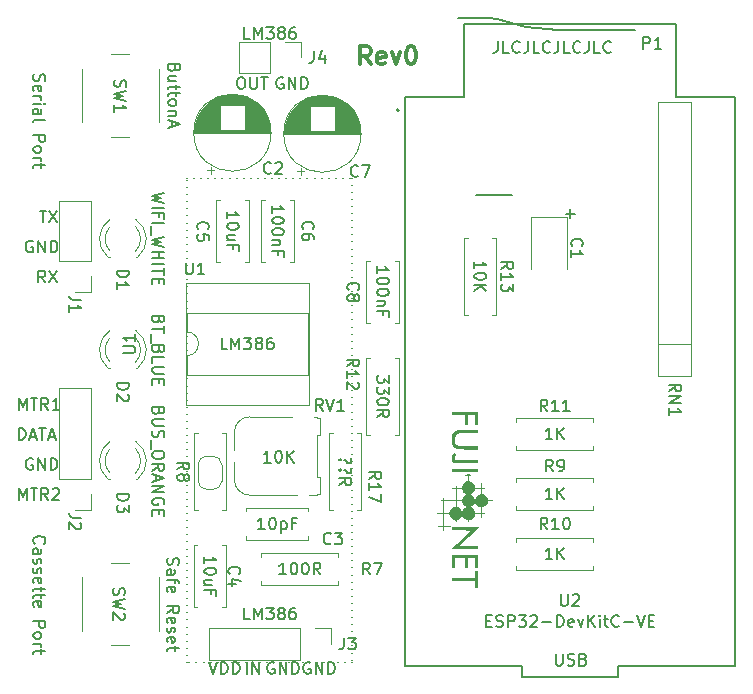
<source format=gbr>
%TF.GenerationSoftware,KiCad,Pcbnew,7.0.9*%
%TF.CreationDate,2024-01-11T23:07:38-06:00*%
%TF.ProjectId,CoCo-FujiNet-Rev0,436f436f-2d46-4756-9a69-4e65742d5265,rev?*%
%TF.SameCoordinates,Original*%
%TF.FileFunction,Legend,Top*%
%TF.FilePolarity,Positive*%
%FSLAX46Y46*%
G04 Gerber Fmt 4.6, Leading zero omitted, Abs format (unit mm)*
G04 Created by KiCad (PCBNEW 7.0.9) date 2024-01-11 23:07:38*
%MOMM*%
%LPD*%
G01*
G04 APERTURE LIST*
%ADD10C,0.300000*%
%ADD11C,0.150000*%
%ADD12C,0.120000*%
%ADD13C,0.127000*%
%ADD14C,0.200000*%
G04 APERTURE END LIST*
D10*
X155843653Y-56950828D02*
X155343653Y-56236542D01*
X154986510Y-56950828D02*
X154986510Y-55450828D01*
X154986510Y-55450828D02*
X155557939Y-55450828D01*
X155557939Y-55450828D02*
X155700796Y-55522257D01*
X155700796Y-55522257D02*
X155772225Y-55593685D01*
X155772225Y-55593685D02*
X155843653Y-55736542D01*
X155843653Y-55736542D02*
X155843653Y-55950828D01*
X155843653Y-55950828D02*
X155772225Y-56093685D01*
X155772225Y-56093685D02*
X155700796Y-56165114D01*
X155700796Y-56165114D02*
X155557939Y-56236542D01*
X155557939Y-56236542D02*
X154986510Y-56236542D01*
X157057939Y-56879400D02*
X156915082Y-56950828D01*
X156915082Y-56950828D02*
X156629368Y-56950828D01*
X156629368Y-56950828D02*
X156486510Y-56879400D01*
X156486510Y-56879400D02*
X156415082Y-56736542D01*
X156415082Y-56736542D02*
X156415082Y-56165114D01*
X156415082Y-56165114D02*
X156486510Y-56022257D01*
X156486510Y-56022257D02*
X156629368Y-55950828D01*
X156629368Y-55950828D02*
X156915082Y-55950828D01*
X156915082Y-55950828D02*
X157057939Y-56022257D01*
X157057939Y-56022257D02*
X157129368Y-56165114D01*
X157129368Y-56165114D02*
X157129368Y-56307971D01*
X157129368Y-56307971D02*
X156415082Y-56450828D01*
X157629367Y-55950828D02*
X157986510Y-56950828D01*
X157986510Y-56950828D02*
X158343653Y-55950828D01*
X159200796Y-55450828D02*
X159343653Y-55450828D01*
X159343653Y-55450828D02*
X159486510Y-55522257D01*
X159486510Y-55522257D02*
X159557939Y-55593685D01*
X159557939Y-55593685D02*
X159629367Y-55736542D01*
X159629367Y-55736542D02*
X159700796Y-56022257D01*
X159700796Y-56022257D02*
X159700796Y-56379400D01*
X159700796Y-56379400D02*
X159629367Y-56665114D01*
X159629367Y-56665114D02*
X159557939Y-56807971D01*
X159557939Y-56807971D02*
X159486510Y-56879400D01*
X159486510Y-56879400D02*
X159343653Y-56950828D01*
X159343653Y-56950828D02*
X159200796Y-56950828D01*
X159200796Y-56950828D02*
X159057939Y-56879400D01*
X159057939Y-56879400D02*
X158986510Y-56807971D01*
X158986510Y-56807971D02*
X158915081Y-56665114D01*
X158915081Y-56665114D02*
X158843653Y-56379400D01*
X158843653Y-56379400D02*
X158843653Y-56022257D01*
X158843653Y-56022257D02*
X158915081Y-55736542D01*
X158915081Y-55736542D02*
X158986510Y-55593685D01*
X158986510Y-55593685D02*
X159057939Y-55522257D01*
X159057939Y-55522257D02*
X159200796Y-55450828D01*
D11*
X166611493Y-55003819D02*
X166611493Y-55718104D01*
X166611493Y-55718104D02*
X166563874Y-55860961D01*
X166563874Y-55860961D02*
X166468636Y-55956200D01*
X166468636Y-55956200D02*
X166325779Y-56003819D01*
X166325779Y-56003819D02*
X166230541Y-56003819D01*
X167563874Y-56003819D02*
X167087684Y-56003819D01*
X167087684Y-56003819D02*
X167087684Y-55003819D01*
X168468636Y-55908580D02*
X168421017Y-55956200D01*
X168421017Y-55956200D02*
X168278160Y-56003819D01*
X168278160Y-56003819D02*
X168182922Y-56003819D01*
X168182922Y-56003819D02*
X168040065Y-55956200D01*
X168040065Y-55956200D02*
X167944827Y-55860961D01*
X167944827Y-55860961D02*
X167897208Y-55765723D01*
X167897208Y-55765723D02*
X167849589Y-55575247D01*
X167849589Y-55575247D02*
X167849589Y-55432390D01*
X167849589Y-55432390D02*
X167897208Y-55241914D01*
X167897208Y-55241914D02*
X167944827Y-55146676D01*
X167944827Y-55146676D02*
X168040065Y-55051438D01*
X168040065Y-55051438D02*
X168182922Y-55003819D01*
X168182922Y-55003819D02*
X168278160Y-55003819D01*
X168278160Y-55003819D02*
X168421017Y-55051438D01*
X168421017Y-55051438D02*
X168468636Y-55099057D01*
X169182922Y-55003819D02*
X169182922Y-55718104D01*
X169182922Y-55718104D02*
X169135303Y-55860961D01*
X169135303Y-55860961D02*
X169040065Y-55956200D01*
X169040065Y-55956200D02*
X168897208Y-56003819D01*
X168897208Y-56003819D02*
X168801970Y-56003819D01*
X170135303Y-56003819D02*
X169659113Y-56003819D01*
X169659113Y-56003819D02*
X169659113Y-55003819D01*
X171040065Y-55908580D02*
X170992446Y-55956200D01*
X170992446Y-55956200D02*
X170849589Y-56003819D01*
X170849589Y-56003819D02*
X170754351Y-56003819D01*
X170754351Y-56003819D02*
X170611494Y-55956200D01*
X170611494Y-55956200D02*
X170516256Y-55860961D01*
X170516256Y-55860961D02*
X170468637Y-55765723D01*
X170468637Y-55765723D02*
X170421018Y-55575247D01*
X170421018Y-55575247D02*
X170421018Y-55432390D01*
X170421018Y-55432390D02*
X170468637Y-55241914D01*
X170468637Y-55241914D02*
X170516256Y-55146676D01*
X170516256Y-55146676D02*
X170611494Y-55051438D01*
X170611494Y-55051438D02*
X170754351Y-55003819D01*
X170754351Y-55003819D02*
X170849589Y-55003819D01*
X170849589Y-55003819D02*
X170992446Y-55051438D01*
X170992446Y-55051438D02*
X171040065Y-55099057D01*
X171754351Y-55003819D02*
X171754351Y-55718104D01*
X171754351Y-55718104D02*
X171706732Y-55860961D01*
X171706732Y-55860961D02*
X171611494Y-55956200D01*
X171611494Y-55956200D02*
X171468637Y-56003819D01*
X171468637Y-56003819D02*
X171373399Y-56003819D01*
X172706732Y-56003819D02*
X172230542Y-56003819D01*
X172230542Y-56003819D02*
X172230542Y-55003819D01*
X173611494Y-55908580D02*
X173563875Y-55956200D01*
X173563875Y-55956200D02*
X173421018Y-56003819D01*
X173421018Y-56003819D02*
X173325780Y-56003819D01*
X173325780Y-56003819D02*
X173182923Y-55956200D01*
X173182923Y-55956200D02*
X173087685Y-55860961D01*
X173087685Y-55860961D02*
X173040066Y-55765723D01*
X173040066Y-55765723D02*
X172992447Y-55575247D01*
X172992447Y-55575247D02*
X172992447Y-55432390D01*
X172992447Y-55432390D02*
X173040066Y-55241914D01*
X173040066Y-55241914D02*
X173087685Y-55146676D01*
X173087685Y-55146676D02*
X173182923Y-55051438D01*
X173182923Y-55051438D02*
X173325780Y-55003819D01*
X173325780Y-55003819D02*
X173421018Y-55003819D01*
X173421018Y-55003819D02*
X173563875Y-55051438D01*
X173563875Y-55051438D02*
X173611494Y-55099057D01*
X174325780Y-55003819D02*
X174325780Y-55718104D01*
X174325780Y-55718104D02*
X174278161Y-55860961D01*
X174278161Y-55860961D02*
X174182923Y-55956200D01*
X174182923Y-55956200D02*
X174040066Y-56003819D01*
X174040066Y-56003819D02*
X173944828Y-56003819D01*
X175278161Y-56003819D02*
X174801971Y-56003819D01*
X174801971Y-56003819D02*
X174801971Y-55003819D01*
X176182923Y-55908580D02*
X176135304Y-55956200D01*
X176135304Y-55956200D02*
X175992447Y-56003819D01*
X175992447Y-56003819D02*
X175897209Y-56003819D01*
X175897209Y-56003819D02*
X175754352Y-55956200D01*
X175754352Y-55956200D02*
X175659114Y-55860961D01*
X175659114Y-55860961D02*
X175611495Y-55765723D01*
X175611495Y-55765723D02*
X175563876Y-55575247D01*
X175563876Y-55575247D02*
X175563876Y-55432390D01*
X175563876Y-55432390D02*
X175611495Y-55241914D01*
X175611495Y-55241914D02*
X175659114Y-55146676D01*
X175659114Y-55146676D02*
X175754352Y-55051438D01*
X175754352Y-55051438D02*
X175897209Y-55003819D01*
X175897209Y-55003819D02*
X175992447Y-55003819D01*
X175992447Y-55003819D02*
X176135304Y-55051438D01*
X176135304Y-55051438D02*
X176182923Y-55099057D01*
X172389848Y-69619066D02*
X173151753Y-69619066D01*
X172770800Y-70000019D02*
X172770800Y-69238114D01*
X171532779Y-106870619D02*
X171532779Y-107680142D01*
X171532779Y-107680142D02*
X171580398Y-107775380D01*
X171580398Y-107775380D02*
X171628017Y-107823000D01*
X171628017Y-107823000D02*
X171723255Y-107870619D01*
X171723255Y-107870619D02*
X171913731Y-107870619D01*
X171913731Y-107870619D02*
X172008969Y-107823000D01*
X172008969Y-107823000D02*
X172056588Y-107775380D01*
X172056588Y-107775380D02*
X172104207Y-107680142D01*
X172104207Y-107680142D02*
X172104207Y-106870619D01*
X172532779Y-107823000D02*
X172675636Y-107870619D01*
X172675636Y-107870619D02*
X172913731Y-107870619D01*
X172913731Y-107870619D02*
X173008969Y-107823000D01*
X173008969Y-107823000D02*
X173056588Y-107775380D01*
X173056588Y-107775380D02*
X173104207Y-107680142D01*
X173104207Y-107680142D02*
X173104207Y-107584904D01*
X173104207Y-107584904D02*
X173056588Y-107489666D01*
X173056588Y-107489666D02*
X173008969Y-107442047D01*
X173008969Y-107442047D02*
X172913731Y-107394428D01*
X172913731Y-107394428D02*
X172723255Y-107346809D01*
X172723255Y-107346809D02*
X172628017Y-107299190D01*
X172628017Y-107299190D02*
X172580398Y-107251571D01*
X172580398Y-107251571D02*
X172532779Y-107156333D01*
X172532779Y-107156333D02*
X172532779Y-107061095D01*
X172532779Y-107061095D02*
X172580398Y-106965857D01*
X172580398Y-106965857D02*
X172628017Y-106918238D01*
X172628017Y-106918238D02*
X172723255Y-106870619D01*
X172723255Y-106870619D02*
X172961350Y-106870619D01*
X172961350Y-106870619D02*
X173104207Y-106918238D01*
X173866112Y-107346809D02*
X174008969Y-107394428D01*
X174008969Y-107394428D02*
X174056588Y-107442047D01*
X174056588Y-107442047D02*
X174104207Y-107537285D01*
X174104207Y-107537285D02*
X174104207Y-107680142D01*
X174104207Y-107680142D02*
X174056588Y-107775380D01*
X174056588Y-107775380D02*
X174008969Y-107823000D01*
X174008969Y-107823000D02*
X173913731Y-107870619D01*
X173913731Y-107870619D02*
X173532779Y-107870619D01*
X173532779Y-107870619D02*
X173532779Y-106870619D01*
X173532779Y-106870619D02*
X173866112Y-106870619D01*
X173866112Y-106870619D02*
X173961350Y-106918238D01*
X173961350Y-106918238D02*
X174008969Y-106965857D01*
X174008969Y-106965857D02*
X174056588Y-107061095D01*
X174056588Y-107061095D02*
X174056588Y-107156333D01*
X174056588Y-107156333D02*
X174008969Y-107251571D01*
X174008969Y-107251571D02*
X173961350Y-107299190D01*
X173961350Y-107299190D02*
X173866112Y-107346809D01*
X173866112Y-107346809D02*
X173532779Y-107346809D01*
X127822268Y-69354819D02*
X128393696Y-69354819D01*
X128107982Y-70354819D02*
X128107982Y-69354819D01*
X128631792Y-69354819D02*
X129298458Y-70354819D01*
X129298458Y-69354819D02*
X128631792Y-70354819D01*
X127225588Y-71942438D02*
X127130350Y-71894819D01*
X127130350Y-71894819D02*
X126987493Y-71894819D01*
X126987493Y-71894819D02*
X126844636Y-71942438D01*
X126844636Y-71942438D02*
X126749398Y-72037676D01*
X126749398Y-72037676D02*
X126701779Y-72132914D01*
X126701779Y-72132914D02*
X126654160Y-72323390D01*
X126654160Y-72323390D02*
X126654160Y-72466247D01*
X126654160Y-72466247D02*
X126701779Y-72656723D01*
X126701779Y-72656723D02*
X126749398Y-72751961D01*
X126749398Y-72751961D02*
X126844636Y-72847200D01*
X126844636Y-72847200D02*
X126987493Y-72894819D01*
X126987493Y-72894819D02*
X127082731Y-72894819D01*
X127082731Y-72894819D02*
X127225588Y-72847200D01*
X127225588Y-72847200D02*
X127273207Y-72799580D01*
X127273207Y-72799580D02*
X127273207Y-72466247D01*
X127273207Y-72466247D02*
X127082731Y-72466247D01*
X127701779Y-72894819D02*
X127701779Y-71894819D01*
X127701779Y-71894819D02*
X128273207Y-72894819D01*
X128273207Y-72894819D02*
X128273207Y-71894819D01*
X128749398Y-72894819D02*
X128749398Y-71894819D01*
X128749398Y-71894819D02*
X128987493Y-71894819D01*
X128987493Y-71894819D02*
X129130350Y-71942438D01*
X129130350Y-71942438D02*
X129225588Y-72037676D01*
X129225588Y-72037676D02*
X129273207Y-72132914D01*
X129273207Y-72132914D02*
X129320826Y-72323390D01*
X129320826Y-72323390D02*
X129320826Y-72466247D01*
X129320826Y-72466247D02*
X129273207Y-72656723D01*
X129273207Y-72656723D02*
X129225588Y-72751961D01*
X129225588Y-72751961D02*
X129130350Y-72847200D01*
X129130350Y-72847200D02*
X128987493Y-72894819D01*
X128987493Y-72894819D02*
X128749398Y-72894819D01*
X128298458Y-75434819D02*
X127965125Y-74958628D01*
X127727030Y-75434819D02*
X127727030Y-74434819D01*
X127727030Y-74434819D02*
X128107982Y-74434819D01*
X128107982Y-74434819D02*
X128203220Y-74482438D01*
X128203220Y-74482438D02*
X128250839Y-74530057D01*
X128250839Y-74530057D02*
X128298458Y-74625295D01*
X128298458Y-74625295D02*
X128298458Y-74768152D01*
X128298458Y-74768152D02*
X128250839Y-74863390D01*
X128250839Y-74863390D02*
X128203220Y-74911009D01*
X128203220Y-74911009D02*
X128107982Y-74958628D01*
X128107982Y-74958628D02*
X127727030Y-74958628D01*
X128631792Y-74434819D02*
X129298458Y-75434819D01*
X129298458Y-74434819D02*
X128631792Y-75434819D01*
X126066779Y-86229819D02*
X126066779Y-85229819D01*
X126066779Y-85229819D02*
X126400112Y-85944104D01*
X126400112Y-85944104D02*
X126733445Y-85229819D01*
X126733445Y-85229819D02*
X126733445Y-86229819D01*
X127066779Y-85229819D02*
X127638207Y-85229819D01*
X127352493Y-86229819D02*
X127352493Y-85229819D01*
X128542969Y-86229819D02*
X128209636Y-85753628D01*
X127971541Y-86229819D02*
X127971541Y-85229819D01*
X127971541Y-85229819D02*
X128352493Y-85229819D01*
X128352493Y-85229819D02*
X128447731Y-85277438D01*
X128447731Y-85277438D02*
X128495350Y-85325057D01*
X128495350Y-85325057D02*
X128542969Y-85420295D01*
X128542969Y-85420295D02*
X128542969Y-85563152D01*
X128542969Y-85563152D02*
X128495350Y-85658390D01*
X128495350Y-85658390D02*
X128447731Y-85706009D01*
X128447731Y-85706009D02*
X128352493Y-85753628D01*
X128352493Y-85753628D02*
X127971541Y-85753628D01*
X129495350Y-86229819D02*
X128923922Y-86229819D01*
X129209636Y-86229819D02*
X129209636Y-85229819D01*
X129209636Y-85229819D02*
X129114398Y-85372676D01*
X129114398Y-85372676D02*
X129019160Y-85467914D01*
X129019160Y-85467914D02*
X128923922Y-85515533D01*
X126066779Y-88769819D02*
X126066779Y-87769819D01*
X126066779Y-87769819D02*
X126304874Y-87769819D01*
X126304874Y-87769819D02*
X126447731Y-87817438D01*
X126447731Y-87817438D02*
X126542969Y-87912676D01*
X126542969Y-87912676D02*
X126590588Y-88007914D01*
X126590588Y-88007914D02*
X126638207Y-88198390D01*
X126638207Y-88198390D02*
X126638207Y-88341247D01*
X126638207Y-88341247D02*
X126590588Y-88531723D01*
X126590588Y-88531723D02*
X126542969Y-88626961D01*
X126542969Y-88626961D02*
X126447731Y-88722200D01*
X126447731Y-88722200D02*
X126304874Y-88769819D01*
X126304874Y-88769819D02*
X126066779Y-88769819D01*
X127019160Y-88484104D02*
X127495350Y-88484104D01*
X126923922Y-88769819D02*
X127257255Y-87769819D01*
X127257255Y-87769819D02*
X127590588Y-88769819D01*
X127781065Y-87769819D02*
X128352493Y-87769819D01*
X128066779Y-88769819D02*
X128066779Y-87769819D01*
X128638208Y-88484104D02*
X129114398Y-88484104D01*
X128542970Y-88769819D02*
X128876303Y-87769819D01*
X128876303Y-87769819D02*
X129209636Y-88769819D01*
X127225588Y-90357438D02*
X127130350Y-90309819D01*
X127130350Y-90309819D02*
X126987493Y-90309819D01*
X126987493Y-90309819D02*
X126844636Y-90357438D01*
X126844636Y-90357438D02*
X126749398Y-90452676D01*
X126749398Y-90452676D02*
X126701779Y-90547914D01*
X126701779Y-90547914D02*
X126654160Y-90738390D01*
X126654160Y-90738390D02*
X126654160Y-90881247D01*
X126654160Y-90881247D02*
X126701779Y-91071723D01*
X126701779Y-91071723D02*
X126749398Y-91166961D01*
X126749398Y-91166961D02*
X126844636Y-91262200D01*
X126844636Y-91262200D02*
X126987493Y-91309819D01*
X126987493Y-91309819D02*
X127082731Y-91309819D01*
X127082731Y-91309819D02*
X127225588Y-91262200D01*
X127225588Y-91262200D02*
X127273207Y-91214580D01*
X127273207Y-91214580D02*
X127273207Y-90881247D01*
X127273207Y-90881247D02*
X127082731Y-90881247D01*
X127701779Y-91309819D02*
X127701779Y-90309819D01*
X127701779Y-90309819D02*
X128273207Y-91309819D01*
X128273207Y-91309819D02*
X128273207Y-90309819D01*
X128749398Y-91309819D02*
X128749398Y-90309819D01*
X128749398Y-90309819D02*
X128987493Y-90309819D01*
X128987493Y-90309819D02*
X129130350Y-90357438D01*
X129130350Y-90357438D02*
X129225588Y-90452676D01*
X129225588Y-90452676D02*
X129273207Y-90547914D01*
X129273207Y-90547914D02*
X129320826Y-90738390D01*
X129320826Y-90738390D02*
X129320826Y-90881247D01*
X129320826Y-90881247D02*
X129273207Y-91071723D01*
X129273207Y-91071723D02*
X129225588Y-91166961D01*
X129225588Y-91166961D02*
X129130350Y-91262200D01*
X129130350Y-91262200D02*
X128987493Y-91309819D01*
X128987493Y-91309819D02*
X128749398Y-91309819D01*
X126066779Y-93849819D02*
X126066779Y-92849819D01*
X126066779Y-92849819D02*
X126400112Y-93564104D01*
X126400112Y-93564104D02*
X126733445Y-92849819D01*
X126733445Y-92849819D02*
X126733445Y-93849819D01*
X127066779Y-92849819D02*
X127638207Y-92849819D01*
X127352493Y-93849819D02*
X127352493Y-92849819D01*
X128542969Y-93849819D02*
X128209636Y-93373628D01*
X127971541Y-93849819D02*
X127971541Y-92849819D01*
X127971541Y-92849819D02*
X128352493Y-92849819D01*
X128352493Y-92849819D02*
X128447731Y-92897438D01*
X128447731Y-92897438D02*
X128495350Y-92945057D01*
X128495350Y-92945057D02*
X128542969Y-93040295D01*
X128542969Y-93040295D02*
X128542969Y-93183152D01*
X128542969Y-93183152D02*
X128495350Y-93278390D01*
X128495350Y-93278390D02*
X128447731Y-93326009D01*
X128447731Y-93326009D02*
X128352493Y-93373628D01*
X128352493Y-93373628D02*
X127971541Y-93373628D01*
X128923922Y-92945057D02*
X128971541Y-92897438D01*
X128971541Y-92897438D02*
X129066779Y-92849819D01*
X129066779Y-92849819D02*
X129304874Y-92849819D01*
X129304874Y-92849819D02*
X129400112Y-92897438D01*
X129400112Y-92897438D02*
X129447731Y-92945057D01*
X129447731Y-92945057D02*
X129495350Y-93040295D01*
X129495350Y-93040295D02*
X129495350Y-93135533D01*
X129495350Y-93135533D02*
X129447731Y-93278390D01*
X129447731Y-93278390D02*
X128876303Y-93849819D01*
X128876303Y-93849819D02*
X129495350Y-93849819D01*
X144799255Y-58051819D02*
X144989731Y-58051819D01*
X144989731Y-58051819D02*
X145084969Y-58099438D01*
X145084969Y-58099438D02*
X145180207Y-58194676D01*
X145180207Y-58194676D02*
X145227826Y-58385152D01*
X145227826Y-58385152D02*
X145227826Y-58718485D01*
X145227826Y-58718485D02*
X145180207Y-58908961D01*
X145180207Y-58908961D02*
X145084969Y-59004200D01*
X145084969Y-59004200D02*
X144989731Y-59051819D01*
X144989731Y-59051819D02*
X144799255Y-59051819D01*
X144799255Y-59051819D02*
X144704017Y-59004200D01*
X144704017Y-59004200D02*
X144608779Y-58908961D01*
X144608779Y-58908961D02*
X144561160Y-58718485D01*
X144561160Y-58718485D02*
X144561160Y-58385152D01*
X144561160Y-58385152D02*
X144608779Y-58194676D01*
X144608779Y-58194676D02*
X144704017Y-58099438D01*
X144704017Y-58099438D02*
X144799255Y-58051819D01*
X145656398Y-58051819D02*
X145656398Y-58861342D01*
X145656398Y-58861342D02*
X145704017Y-58956580D01*
X145704017Y-58956580D02*
X145751636Y-59004200D01*
X145751636Y-59004200D02*
X145846874Y-59051819D01*
X145846874Y-59051819D02*
X146037350Y-59051819D01*
X146037350Y-59051819D02*
X146132588Y-59004200D01*
X146132588Y-59004200D02*
X146180207Y-58956580D01*
X146180207Y-58956580D02*
X146227826Y-58861342D01*
X146227826Y-58861342D02*
X146227826Y-58051819D01*
X146561160Y-58051819D02*
X147132588Y-58051819D01*
X146846874Y-59051819D02*
X146846874Y-58051819D01*
X148434588Y-58099438D02*
X148339350Y-58051819D01*
X148339350Y-58051819D02*
X148196493Y-58051819D01*
X148196493Y-58051819D02*
X148053636Y-58099438D01*
X148053636Y-58099438D02*
X147958398Y-58194676D01*
X147958398Y-58194676D02*
X147910779Y-58289914D01*
X147910779Y-58289914D02*
X147863160Y-58480390D01*
X147863160Y-58480390D02*
X147863160Y-58623247D01*
X147863160Y-58623247D02*
X147910779Y-58813723D01*
X147910779Y-58813723D02*
X147958398Y-58908961D01*
X147958398Y-58908961D02*
X148053636Y-59004200D01*
X148053636Y-59004200D02*
X148196493Y-59051819D01*
X148196493Y-59051819D02*
X148291731Y-59051819D01*
X148291731Y-59051819D02*
X148434588Y-59004200D01*
X148434588Y-59004200D02*
X148482207Y-58956580D01*
X148482207Y-58956580D02*
X148482207Y-58623247D01*
X148482207Y-58623247D02*
X148291731Y-58623247D01*
X148910779Y-59051819D02*
X148910779Y-58051819D01*
X148910779Y-58051819D02*
X149482207Y-59051819D01*
X149482207Y-59051819D02*
X149482207Y-58051819D01*
X149958398Y-59051819D02*
X149958398Y-58051819D01*
X149958398Y-58051819D02*
X150196493Y-58051819D01*
X150196493Y-58051819D02*
X150339350Y-58099438D01*
X150339350Y-58099438D02*
X150434588Y-58194676D01*
X150434588Y-58194676D02*
X150482207Y-58289914D01*
X150482207Y-58289914D02*
X150529826Y-58480390D01*
X150529826Y-58480390D02*
X150529826Y-58623247D01*
X150529826Y-58623247D02*
X150482207Y-58813723D01*
X150482207Y-58813723D02*
X150434588Y-58908961D01*
X150434588Y-58908961D02*
X150339350Y-59004200D01*
X150339350Y-59004200D02*
X150196493Y-59051819D01*
X150196493Y-59051819D02*
X149958398Y-59051819D01*
X150720588Y-107629438D02*
X150625350Y-107581819D01*
X150625350Y-107581819D02*
X150482493Y-107581819D01*
X150482493Y-107581819D02*
X150339636Y-107629438D01*
X150339636Y-107629438D02*
X150244398Y-107724676D01*
X150244398Y-107724676D02*
X150196779Y-107819914D01*
X150196779Y-107819914D02*
X150149160Y-108010390D01*
X150149160Y-108010390D02*
X150149160Y-108153247D01*
X150149160Y-108153247D02*
X150196779Y-108343723D01*
X150196779Y-108343723D02*
X150244398Y-108438961D01*
X150244398Y-108438961D02*
X150339636Y-108534200D01*
X150339636Y-108534200D02*
X150482493Y-108581819D01*
X150482493Y-108581819D02*
X150577731Y-108581819D01*
X150577731Y-108581819D02*
X150720588Y-108534200D01*
X150720588Y-108534200D02*
X150768207Y-108486580D01*
X150768207Y-108486580D02*
X150768207Y-108153247D01*
X150768207Y-108153247D02*
X150577731Y-108153247D01*
X151196779Y-108581819D02*
X151196779Y-107581819D01*
X151196779Y-107581819D02*
X151768207Y-108581819D01*
X151768207Y-108581819D02*
X151768207Y-107581819D01*
X152244398Y-108581819D02*
X152244398Y-107581819D01*
X152244398Y-107581819D02*
X152482493Y-107581819D01*
X152482493Y-107581819D02*
X152625350Y-107629438D01*
X152625350Y-107629438D02*
X152720588Y-107724676D01*
X152720588Y-107724676D02*
X152768207Y-107819914D01*
X152768207Y-107819914D02*
X152815826Y-108010390D01*
X152815826Y-108010390D02*
X152815826Y-108153247D01*
X152815826Y-108153247D02*
X152768207Y-108343723D01*
X152768207Y-108343723D02*
X152720588Y-108438961D01*
X152720588Y-108438961D02*
X152625350Y-108534200D01*
X152625350Y-108534200D02*
X152482493Y-108581819D01*
X152482493Y-108581819D02*
X152244398Y-108581819D01*
X147672588Y-107629438D02*
X147577350Y-107581819D01*
X147577350Y-107581819D02*
X147434493Y-107581819D01*
X147434493Y-107581819D02*
X147291636Y-107629438D01*
X147291636Y-107629438D02*
X147196398Y-107724676D01*
X147196398Y-107724676D02*
X147148779Y-107819914D01*
X147148779Y-107819914D02*
X147101160Y-108010390D01*
X147101160Y-108010390D02*
X147101160Y-108153247D01*
X147101160Y-108153247D02*
X147148779Y-108343723D01*
X147148779Y-108343723D02*
X147196398Y-108438961D01*
X147196398Y-108438961D02*
X147291636Y-108534200D01*
X147291636Y-108534200D02*
X147434493Y-108581819D01*
X147434493Y-108581819D02*
X147529731Y-108581819D01*
X147529731Y-108581819D02*
X147672588Y-108534200D01*
X147672588Y-108534200D02*
X147720207Y-108486580D01*
X147720207Y-108486580D02*
X147720207Y-108153247D01*
X147720207Y-108153247D02*
X147529731Y-108153247D01*
X148148779Y-108581819D02*
X148148779Y-107581819D01*
X148148779Y-107581819D02*
X148720207Y-108581819D01*
X148720207Y-108581819D02*
X148720207Y-107581819D01*
X149196398Y-108581819D02*
X149196398Y-107581819D01*
X149196398Y-107581819D02*
X149434493Y-107581819D01*
X149434493Y-107581819D02*
X149577350Y-107629438D01*
X149577350Y-107629438D02*
X149672588Y-107724676D01*
X149672588Y-107724676D02*
X149720207Y-107819914D01*
X149720207Y-107819914D02*
X149767826Y-108010390D01*
X149767826Y-108010390D02*
X149767826Y-108153247D01*
X149767826Y-108153247D02*
X149720207Y-108343723D01*
X149720207Y-108343723D02*
X149672588Y-108438961D01*
X149672588Y-108438961D02*
X149577350Y-108534200D01*
X149577350Y-108534200D02*
X149434493Y-108581819D01*
X149434493Y-108581819D02*
X149196398Y-108581819D01*
X145370779Y-108581819D02*
X145370779Y-107581819D01*
X145846969Y-108581819D02*
X145846969Y-107581819D01*
X145846969Y-107581819D02*
X146418397Y-108581819D01*
X146418397Y-108581819D02*
X146418397Y-107581819D01*
X142179922Y-107581819D02*
X142513255Y-108581819D01*
X142513255Y-108581819D02*
X142846588Y-107581819D01*
X143179922Y-108581819D02*
X143179922Y-107581819D01*
X143179922Y-107581819D02*
X143418017Y-107581819D01*
X143418017Y-107581819D02*
X143560874Y-107629438D01*
X143560874Y-107629438D02*
X143656112Y-107724676D01*
X143656112Y-107724676D02*
X143703731Y-107819914D01*
X143703731Y-107819914D02*
X143751350Y-108010390D01*
X143751350Y-108010390D02*
X143751350Y-108153247D01*
X143751350Y-108153247D02*
X143703731Y-108343723D01*
X143703731Y-108343723D02*
X143656112Y-108438961D01*
X143656112Y-108438961D02*
X143560874Y-108534200D01*
X143560874Y-108534200D02*
X143418017Y-108581819D01*
X143418017Y-108581819D02*
X143179922Y-108581819D01*
X144179922Y-108581819D02*
X144179922Y-107581819D01*
X144179922Y-107581819D02*
X144418017Y-107581819D01*
X144418017Y-107581819D02*
X144560874Y-107629438D01*
X144560874Y-107629438D02*
X144656112Y-107724676D01*
X144656112Y-107724676D02*
X144703731Y-107819914D01*
X144703731Y-107819914D02*
X144751350Y-108010390D01*
X144751350Y-108010390D02*
X144751350Y-108153247D01*
X144751350Y-108153247D02*
X144703731Y-108343723D01*
X144703731Y-108343723D02*
X144656112Y-108438961D01*
X144656112Y-108438961D02*
X144560874Y-108534200D01*
X144560874Y-108534200D02*
X144418017Y-108581819D01*
X144418017Y-108581819D02*
X144179922Y-108581819D01*
X140305000Y-66569000D02*
X140305000Y-66569000D01*
X140905000Y-66569000D02*
X140905000Y-66569000D01*
X141505000Y-66569000D02*
X141505000Y-66569000D01*
X142105000Y-66569000D02*
X142105000Y-66569000D01*
X142705000Y-66569000D02*
X142705000Y-66569000D01*
X143305000Y-66569000D02*
X143305000Y-66569000D01*
X143905000Y-66569000D02*
X143905000Y-66569000D01*
X144505000Y-66569000D02*
X144505000Y-66569000D01*
X145105000Y-66569000D02*
X145105000Y-66569000D01*
X145705000Y-66569000D02*
X145705000Y-66569000D01*
X146305000Y-66569000D02*
X146305000Y-66569000D01*
X146905000Y-66569000D02*
X146905000Y-66569000D01*
X147505000Y-66569000D02*
X147505000Y-66569000D01*
X148105000Y-66569000D02*
X148105000Y-66569000D01*
X148705000Y-66569000D02*
X148705000Y-66569000D01*
X149305000Y-66569000D02*
X149305000Y-66569000D01*
X149905000Y-66569000D02*
X149905000Y-66569000D01*
X150505000Y-66569000D02*
X150505000Y-66569000D01*
X151105000Y-66569000D02*
X151105000Y-66569000D01*
X151705000Y-66569000D02*
X151705000Y-66569000D01*
X152305000Y-66569000D02*
X152305000Y-66569000D01*
X152905000Y-66569000D02*
X152905000Y-66569000D01*
X153505000Y-66569000D02*
X153505000Y-66569000D01*
X154105000Y-66569000D02*
X154105000Y-66569000D01*
X154305000Y-66569000D02*
X154305000Y-66569000D01*
X154305000Y-67169000D02*
X154305000Y-67169000D01*
X154305000Y-67769000D02*
X154305000Y-67769000D01*
X154305000Y-68369000D02*
X154305000Y-68369000D01*
X154305000Y-68969000D02*
X154305000Y-68969000D01*
X154305000Y-69569000D02*
X154305000Y-69569000D01*
X154305000Y-70169000D02*
X154305000Y-70169000D01*
X154305000Y-70769000D02*
X154305000Y-70769000D01*
X154305000Y-71369000D02*
X154305000Y-71369000D01*
X154305000Y-71969000D02*
X154305000Y-71969000D01*
X154305000Y-72569000D02*
X154305000Y-72569000D01*
X154305000Y-73169000D02*
X154305000Y-73169000D01*
X154305000Y-73769000D02*
X154305000Y-73769000D01*
X154305000Y-74369000D02*
X154305000Y-74369000D01*
X154305000Y-74969000D02*
X154305000Y-74969000D01*
X154305000Y-75569000D02*
X154305000Y-75569000D01*
X154305000Y-76169000D02*
X154305000Y-76169000D01*
X154305000Y-76769000D02*
X154305000Y-76769000D01*
X154305000Y-77369000D02*
X154305000Y-77369000D01*
X154305000Y-77969000D02*
X154305000Y-77969000D01*
X154305000Y-78569000D02*
X154305000Y-78569000D01*
X154305000Y-79169000D02*
X154305000Y-79169000D01*
X154305000Y-79769000D02*
X154305000Y-79769000D01*
X154305000Y-80369000D02*
X154305000Y-80369000D01*
X154305000Y-80969000D02*
X154305000Y-80969000D01*
X154305000Y-81569000D02*
X154305000Y-81569000D01*
X154305000Y-82169000D02*
X154305000Y-82169000D01*
X154305000Y-82769000D02*
X154305000Y-82769000D01*
X154305000Y-83369000D02*
X154305000Y-83369000D01*
X154305000Y-83969000D02*
X154305000Y-83969000D01*
X154305000Y-84569000D02*
X154305000Y-84569000D01*
X154305000Y-85169000D02*
X154305000Y-85169000D01*
X154305000Y-85769000D02*
X154305000Y-85769000D01*
X154305000Y-86369000D02*
X154305000Y-86369000D01*
X154305000Y-86969000D02*
X154305000Y-86969000D01*
X154305000Y-87569000D02*
X154305000Y-87569000D01*
X154305000Y-88169000D02*
X154305000Y-88169000D01*
X154305000Y-88769000D02*
X154305000Y-88769000D01*
X154305000Y-89369000D02*
X154305000Y-89369000D01*
X154305000Y-89969000D02*
X154305000Y-89969000D01*
X154305000Y-90569000D02*
X154305000Y-90569000D01*
X154305000Y-91169000D02*
X154305000Y-91169000D01*
X154305000Y-91769000D02*
X154305000Y-91769000D01*
X154305000Y-92369000D02*
X154305000Y-92369000D01*
X154305000Y-92969000D02*
X154305000Y-92969000D01*
X154305000Y-93569000D02*
X154305000Y-93569000D01*
X154305000Y-94169000D02*
X154305000Y-94169000D01*
X154305000Y-94769000D02*
X154305000Y-94769000D01*
X154305000Y-95369000D02*
X154305000Y-95369000D01*
X154305000Y-95969000D02*
X154305000Y-95969000D01*
X154305000Y-96569000D02*
X154305000Y-96569000D01*
X154305000Y-97169000D02*
X154305000Y-97169000D01*
X154305000Y-97769000D02*
X154305000Y-97769000D01*
X154305000Y-98369000D02*
X154305000Y-98369000D01*
X154305000Y-98969000D02*
X154305000Y-98969000D01*
X154305000Y-99569000D02*
X154305000Y-99569000D01*
X154305000Y-100169000D02*
X154305000Y-100169000D01*
X154305000Y-100769000D02*
X154305000Y-100769000D01*
X154305000Y-101369000D02*
X154305000Y-101369000D01*
X154305000Y-101969000D02*
X154305000Y-101969000D01*
X154305000Y-102569000D02*
X154305000Y-102569000D01*
X154305000Y-103169000D02*
X154305000Y-103169000D01*
X154305000Y-103769000D02*
X154305000Y-103769000D01*
X154305000Y-104369000D02*
X154305000Y-104369000D01*
X154305000Y-104969000D02*
X154305000Y-104969000D01*
X154305000Y-105569000D02*
X154305000Y-105569000D01*
X154305000Y-106169000D02*
X154305000Y-106169000D01*
X154305000Y-106769000D02*
X154305000Y-106769000D01*
X154305000Y-107369000D02*
X154305000Y-107369000D01*
X154305000Y-107569000D02*
X154305000Y-107569000D01*
X153705000Y-107569000D02*
X153705000Y-107569000D01*
X153105000Y-107569000D02*
X153105000Y-107569000D01*
X152505000Y-107569000D02*
X152505000Y-107569000D01*
X151905000Y-107569000D02*
X151905000Y-107569000D01*
X151305000Y-107569000D02*
X151305000Y-107569000D01*
X150705000Y-107569000D02*
X150705000Y-107569000D01*
X150105000Y-107569000D02*
X150105000Y-107569000D01*
X149505000Y-107569000D02*
X149505000Y-107569000D01*
X148905000Y-107569000D02*
X148905000Y-107569000D01*
X148305000Y-107569000D02*
X148305000Y-107569000D01*
X147705000Y-107569000D02*
X147705000Y-107569000D01*
X147105000Y-107569000D02*
X147105000Y-107569000D01*
X146505000Y-107569000D02*
X146505000Y-107569000D01*
X145905000Y-107569000D02*
X145905000Y-107569000D01*
X145305000Y-107569000D02*
X145305000Y-107569000D01*
X144705000Y-107569000D02*
X144705000Y-107569000D01*
X144105000Y-107569000D02*
X144105000Y-107569000D01*
X143505000Y-107569000D02*
X143505000Y-107569000D01*
X142905000Y-107569000D02*
X142905000Y-107569000D01*
X142305000Y-107569000D02*
X142305000Y-107569000D01*
X141705000Y-107569000D02*
X141705000Y-107569000D01*
X141105000Y-107569000D02*
X141105000Y-107569000D01*
X140505000Y-107569000D02*
X140505000Y-107569000D01*
X140305000Y-107569000D02*
X140305000Y-107569000D01*
X140305000Y-106969000D02*
X140305000Y-106969000D01*
X140305000Y-106369000D02*
X140305000Y-106369000D01*
X140305000Y-105769000D02*
X140305000Y-105769000D01*
X140305000Y-105169000D02*
X140305000Y-105169000D01*
X140305000Y-104569000D02*
X140305000Y-104569000D01*
X140305000Y-103969000D02*
X140305000Y-103969000D01*
X140305000Y-103369000D02*
X140305000Y-103369000D01*
X140305000Y-102769000D02*
X140305000Y-102769000D01*
X140305000Y-102169000D02*
X140305000Y-102169000D01*
X140305000Y-101569000D02*
X140305000Y-101569000D01*
X140305000Y-100969000D02*
X140305000Y-100969000D01*
X140305000Y-100369000D02*
X140305000Y-100369000D01*
X140305000Y-99769000D02*
X140305000Y-99769000D01*
X140305000Y-99169000D02*
X140305000Y-99169000D01*
X140305000Y-98569000D02*
X140305000Y-98569000D01*
X140305000Y-97969000D02*
X140305000Y-97969000D01*
X140305000Y-97369000D02*
X140305000Y-97369000D01*
X140305000Y-96769000D02*
X140305000Y-96769000D01*
X140305000Y-96169000D02*
X140305000Y-96169000D01*
X140305000Y-95569000D02*
X140305000Y-95569000D01*
X140305000Y-94969000D02*
X140305000Y-94969000D01*
X140305000Y-94369000D02*
X140305000Y-94369000D01*
X140305000Y-93769000D02*
X140305000Y-93769000D01*
X140305000Y-93169000D02*
X140305000Y-93169000D01*
X140305000Y-92569000D02*
X140305000Y-92569000D01*
X140305000Y-91969000D02*
X140305000Y-91969000D01*
X140305000Y-91369000D02*
X140305000Y-91369000D01*
X140305000Y-90769000D02*
X140305000Y-90769000D01*
X140305000Y-90169000D02*
X140305000Y-90169000D01*
X140305000Y-89569000D02*
X140305000Y-89569000D01*
X140305000Y-88969000D02*
X140305000Y-88969000D01*
X140305000Y-88369000D02*
X140305000Y-88369000D01*
X140305000Y-87769000D02*
X140305000Y-87769000D01*
X140305000Y-87169000D02*
X140305000Y-87169000D01*
X140305000Y-86569000D02*
X140305000Y-86569000D01*
X140305000Y-85969000D02*
X140305000Y-85969000D01*
X140305000Y-85369000D02*
X140305000Y-85369000D01*
X140305000Y-84769000D02*
X140305000Y-84769000D01*
X140305000Y-84169000D02*
X140305000Y-84169000D01*
X140305000Y-83569000D02*
X140305000Y-83569000D01*
X140305000Y-82969000D02*
X140305000Y-82969000D01*
X140305000Y-82369000D02*
X140305000Y-82369000D01*
X140305000Y-81769000D02*
X140305000Y-81769000D01*
X140305000Y-81169000D02*
X140305000Y-81169000D01*
X140305000Y-80569000D02*
X140305000Y-80569000D01*
X140305000Y-79969000D02*
X140305000Y-79969000D01*
X140305000Y-79369000D02*
X140305000Y-79369000D01*
X140305000Y-78769000D02*
X140305000Y-78769000D01*
X140305000Y-78169000D02*
X140305000Y-78169000D01*
X140305000Y-77569000D02*
X140305000Y-77569000D01*
X140305000Y-76969000D02*
X140305000Y-76969000D01*
X140305000Y-76369000D02*
X140305000Y-76369000D01*
X140305000Y-75769000D02*
X140305000Y-75769000D01*
X140305000Y-75169000D02*
X140305000Y-75169000D01*
X140305000Y-74569000D02*
X140305000Y-74569000D01*
X140305000Y-73969000D02*
X140305000Y-73969000D01*
X140305000Y-73369000D02*
X140305000Y-73369000D01*
X140305000Y-72769000D02*
X140305000Y-72769000D01*
X140305000Y-72169000D02*
X140305000Y-72169000D01*
X140305000Y-71569000D02*
X140305000Y-71569000D01*
X140305000Y-70969000D02*
X140305000Y-70969000D01*
X140305000Y-70369000D02*
X140305000Y-70369000D01*
X140305000Y-69769000D02*
X140305000Y-69769000D01*
X140305000Y-69169000D02*
X140305000Y-69169000D01*
X140305000Y-68569000D02*
X140305000Y-68569000D01*
X140305000Y-67969000D02*
X140305000Y-67969000D01*
X140305000Y-67369000D02*
X140305000Y-67369000D01*
X140305000Y-66769000D02*
X140305000Y-66769000D01*
X151804761Y-86306819D02*
X151471428Y-85830628D01*
X151233333Y-86306819D02*
X151233333Y-85306819D01*
X151233333Y-85306819D02*
X151614285Y-85306819D01*
X151614285Y-85306819D02*
X151709523Y-85354438D01*
X151709523Y-85354438D02*
X151757142Y-85402057D01*
X151757142Y-85402057D02*
X151804761Y-85497295D01*
X151804761Y-85497295D02*
X151804761Y-85640152D01*
X151804761Y-85640152D02*
X151757142Y-85735390D01*
X151757142Y-85735390D02*
X151709523Y-85783009D01*
X151709523Y-85783009D02*
X151614285Y-85830628D01*
X151614285Y-85830628D02*
X151233333Y-85830628D01*
X152090476Y-85306819D02*
X152423809Y-86306819D01*
X152423809Y-86306819D02*
X152757142Y-85306819D01*
X153614285Y-86306819D02*
X153042857Y-86306819D01*
X153328571Y-86306819D02*
X153328571Y-85306819D01*
X153328571Y-85306819D02*
X153233333Y-85449676D01*
X153233333Y-85449676D02*
X153138095Y-85544914D01*
X153138095Y-85544914D02*
X153042857Y-85592533D01*
X147391523Y-90684819D02*
X146820095Y-90684819D01*
X147105809Y-90684819D02*
X147105809Y-89684819D01*
X147105809Y-89684819D02*
X147010571Y-89827676D01*
X147010571Y-89827676D02*
X146915333Y-89922914D01*
X146915333Y-89922914D02*
X146820095Y-89970533D01*
X148010571Y-89684819D02*
X148105809Y-89684819D01*
X148105809Y-89684819D02*
X148201047Y-89732438D01*
X148201047Y-89732438D02*
X148248666Y-89780057D01*
X148248666Y-89780057D02*
X148296285Y-89875295D01*
X148296285Y-89875295D02*
X148343904Y-90065771D01*
X148343904Y-90065771D02*
X148343904Y-90303866D01*
X148343904Y-90303866D02*
X148296285Y-90494342D01*
X148296285Y-90494342D02*
X148248666Y-90589580D01*
X148248666Y-90589580D02*
X148201047Y-90637200D01*
X148201047Y-90637200D02*
X148105809Y-90684819D01*
X148105809Y-90684819D02*
X148010571Y-90684819D01*
X148010571Y-90684819D02*
X147915333Y-90637200D01*
X147915333Y-90637200D02*
X147867714Y-90589580D01*
X147867714Y-90589580D02*
X147820095Y-90494342D01*
X147820095Y-90494342D02*
X147772476Y-90303866D01*
X147772476Y-90303866D02*
X147772476Y-90065771D01*
X147772476Y-90065771D02*
X147820095Y-89875295D01*
X147820095Y-89875295D02*
X147867714Y-89780057D01*
X147867714Y-89780057D02*
X147915333Y-89732438D01*
X147915333Y-89732438D02*
X148010571Y-89684819D01*
X148772476Y-90684819D02*
X148772476Y-89684819D01*
X149343904Y-90684819D02*
X148915333Y-90113390D01*
X149343904Y-89684819D02*
X148772476Y-90256247D01*
X134383180Y-93368905D02*
X135383180Y-93368905D01*
X135383180Y-93368905D02*
X135383180Y-93607000D01*
X135383180Y-93607000D02*
X135335561Y-93749857D01*
X135335561Y-93749857D02*
X135240323Y-93845095D01*
X135240323Y-93845095D02*
X135145085Y-93892714D01*
X135145085Y-93892714D02*
X134954609Y-93940333D01*
X134954609Y-93940333D02*
X134811752Y-93940333D01*
X134811752Y-93940333D02*
X134621276Y-93892714D01*
X134621276Y-93892714D02*
X134526038Y-93845095D01*
X134526038Y-93845095D02*
X134430800Y-93749857D01*
X134430800Y-93749857D02*
X134383180Y-93607000D01*
X134383180Y-93607000D02*
X134383180Y-93368905D01*
X135383180Y-94273667D02*
X135383180Y-94892714D01*
X135383180Y-94892714D02*
X135002228Y-94559381D01*
X135002228Y-94559381D02*
X135002228Y-94702238D01*
X135002228Y-94702238D02*
X134954609Y-94797476D01*
X134954609Y-94797476D02*
X134906990Y-94845095D01*
X134906990Y-94845095D02*
X134811752Y-94892714D01*
X134811752Y-94892714D02*
X134573657Y-94892714D01*
X134573657Y-94892714D02*
X134478419Y-94845095D01*
X134478419Y-94845095D02*
X134430800Y-94797476D01*
X134430800Y-94797476D02*
X134383180Y-94702238D01*
X134383180Y-94702238D02*
X134383180Y-94416524D01*
X134383180Y-94416524D02*
X134430800Y-94321286D01*
X134430800Y-94321286D02*
X134478419Y-94273667D01*
X137902990Y-86312904D02*
X137855371Y-86455761D01*
X137855371Y-86455761D02*
X137807752Y-86503380D01*
X137807752Y-86503380D02*
X137712514Y-86550999D01*
X137712514Y-86550999D02*
X137569657Y-86550999D01*
X137569657Y-86550999D02*
X137474419Y-86503380D01*
X137474419Y-86503380D02*
X137426800Y-86455761D01*
X137426800Y-86455761D02*
X137379180Y-86360523D01*
X137379180Y-86360523D02*
X137379180Y-85979571D01*
X137379180Y-85979571D02*
X138379180Y-85979571D01*
X138379180Y-85979571D02*
X138379180Y-86312904D01*
X138379180Y-86312904D02*
X138331561Y-86408142D01*
X138331561Y-86408142D02*
X138283942Y-86455761D01*
X138283942Y-86455761D02*
X138188704Y-86503380D01*
X138188704Y-86503380D02*
X138093466Y-86503380D01*
X138093466Y-86503380D02*
X137998228Y-86455761D01*
X137998228Y-86455761D02*
X137950609Y-86408142D01*
X137950609Y-86408142D02*
X137902990Y-86312904D01*
X137902990Y-86312904D02*
X137902990Y-85979571D01*
X138379180Y-86979571D02*
X137569657Y-86979571D01*
X137569657Y-86979571D02*
X137474419Y-87027190D01*
X137474419Y-87027190D02*
X137426800Y-87074809D01*
X137426800Y-87074809D02*
X137379180Y-87170047D01*
X137379180Y-87170047D02*
X137379180Y-87360523D01*
X137379180Y-87360523D02*
X137426800Y-87455761D01*
X137426800Y-87455761D02*
X137474419Y-87503380D01*
X137474419Y-87503380D02*
X137569657Y-87550999D01*
X137569657Y-87550999D02*
X138379180Y-87550999D01*
X137426800Y-87979571D02*
X137379180Y-88122428D01*
X137379180Y-88122428D02*
X137379180Y-88360523D01*
X137379180Y-88360523D02*
X137426800Y-88455761D01*
X137426800Y-88455761D02*
X137474419Y-88503380D01*
X137474419Y-88503380D02*
X137569657Y-88550999D01*
X137569657Y-88550999D02*
X137664895Y-88550999D01*
X137664895Y-88550999D02*
X137760133Y-88503380D01*
X137760133Y-88503380D02*
X137807752Y-88455761D01*
X137807752Y-88455761D02*
X137855371Y-88360523D01*
X137855371Y-88360523D02*
X137902990Y-88170047D01*
X137902990Y-88170047D02*
X137950609Y-88074809D01*
X137950609Y-88074809D02*
X137998228Y-88027190D01*
X137998228Y-88027190D02*
X138093466Y-87979571D01*
X138093466Y-87979571D02*
X138188704Y-87979571D01*
X138188704Y-87979571D02*
X138283942Y-88027190D01*
X138283942Y-88027190D02*
X138331561Y-88074809D01*
X138331561Y-88074809D02*
X138379180Y-88170047D01*
X138379180Y-88170047D02*
X138379180Y-88408142D01*
X138379180Y-88408142D02*
X138331561Y-88550999D01*
X137283942Y-88741476D02*
X137283942Y-89503380D01*
X138379180Y-89931952D02*
X138379180Y-90122428D01*
X138379180Y-90122428D02*
X138331561Y-90217666D01*
X138331561Y-90217666D02*
X138236323Y-90312904D01*
X138236323Y-90312904D02*
X138045847Y-90360523D01*
X138045847Y-90360523D02*
X137712514Y-90360523D01*
X137712514Y-90360523D02*
X137522038Y-90312904D01*
X137522038Y-90312904D02*
X137426800Y-90217666D01*
X137426800Y-90217666D02*
X137379180Y-90122428D01*
X137379180Y-90122428D02*
X137379180Y-89931952D01*
X137379180Y-89931952D02*
X137426800Y-89836714D01*
X137426800Y-89836714D02*
X137522038Y-89741476D01*
X137522038Y-89741476D02*
X137712514Y-89693857D01*
X137712514Y-89693857D02*
X138045847Y-89693857D01*
X138045847Y-89693857D02*
X138236323Y-89741476D01*
X138236323Y-89741476D02*
X138331561Y-89836714D01*
X138331561Y-89836714D02*
X138379180Y-89931952D01*
X137379180Y-91360523D02*
X137855371Y-91027190D01*
X137379180Y-90789095D02*
X138379180Y-90789095D01*
X138379180Y-90789095D02*
X138379180Y-91170047D01*
X138379180Y-91170047D02*
X138331561Y-91265285D01*
X138331561Y-91265285D02*
X138283942Y-91312904D01*
X138283942Y-91312904D02*
X138188704Y-91360523D01*
X138188704Y-91360523D02*
X138045847Y-91360523D01*
X138045847Y-91360523D02*
X137950609Y-91312904D01*
X137950609Y-91312904D02*
X137902990Y-91265285D01*
X137902990Y-91265285D02*
X137855371Y-91170047D01*
X137855371Y-91170047D02*
X137855371Y-90789095D01*
X137664895Y-91741476D02*
X137664895Y-92217666D01*
X137379180Y-91646238D02*
X138379180Y-91979571D01*
X138379180Y-91979571D02*
X137379180Y-92312904D01*
X137379180Y-92646238D02*
X138379180Y-92646238D01*
X138379180Y-92646238D02*
X137379180Y-93217666D01*
X137379180Y-93217666D02*
X138379180Y-93217666D01*
X138331561Y-94217666D02*
X138379180Y-94122428D01*
X138379180Y-94122428D02*
X138379180Y-93979571D01*
X138379180Y-93979571D02*
X138331561Y-93836714D01*
X138331561Y-93836714D02*
X138236323Y-93741476D01*
X138236323Y-93741476D02*
X138141085Y-93693857D01*
X138141085Y-93693857D02*
X137950609Y-93646238D01*
X137950609Y-93646238D02*
X137807752Y-93646238D01*
X137807752Y-93646238D02*
X137617276Y-93693857D01*
X137617276Y-93693857D02*
X137522038Y-93741476D01*
X137522038Y-93741476D02*
X137426800Y-93836714D01*
X137426800Y-93836714D02*
X137379180Y-93979571D01*
X137379180Y-93979571D02*
X137379180Y-94074809D01*
X137379180Y-94074809D02*
X137426800Y-94217666D01*
X137426800Y-94217666D02*
X137474419Y-94265285D01*
X137474419Y-94265285D02*
X137807752Y-94265285D01*
X137807752Y-94265285D02*
X137807752Y-94074809D01*
X137902990Y-94693857D02*
X137902990Y-95027190D01*
X137379180Y-95170047D02*
X137379180Y-94693857D01*
X137379180Y-94693857D02*
X138379180Y-94693857D01*
X138379180Y-94693857D02*
X138379180Y-95170047D01*
X134383180Y-83965905D02*
X135383180Y-83965905D01*
X135383180Y-83965905D02*
X135383180Y-84204000D01*
X135383180Y-84204000D02*
X135335561Y-84346857D01*
X135335561Y-84346857D02*
X135240323Y-84442095D01*
X135240323Y-84442095D02*
X135145085Y-84489714D01*
X135145085Y-84489714D02*
X134954609Y-84537333D01*
X134954609Y-84537333D02*
X134811752Y-84537333D01*
X134811752Y-84537333D02*
X134621276Y-84489714D01*
X134621276Y-84489714D02*
X134526038Y-84442095D01*
X134526038Y-84442095D02*
X134430800Y-84346857D01*
X134430800Y-84346857D02*
X134383180Y-84204000D01*
X134383180Y-84204000D02*
X134383180Y-83965905D01*
X135287942Y-84918286D02*
X135335561Y-84965905D01*
X135335561Y-84965905D02*
X135383180Y-85061143D01*
X135383180Y-85061143D02*
X135383180Y-85299238D01*
X135383180Y-85299238D02*
X135335561Y-85394476D01*
X135335561Y-85394476D02*
X135287942Y-85442095D01*
X135287942Y-85442095D02*
X135192704Y-85489714D01*
X135192704Y-85489714D02*
X135097466Y-85489714D01*
X135097466Y-85489714D02*
X134954609Y-85442095D01*
X134954609Y-85442095D02*
X134383180Y-84870667D01*
X134383180Y-84870667D02*
X134383180Y-85489714D01*
X137902990Y-78581571D02*
X137855371Y-78724428D01*
X137855371Y-78724428D02*
X137807752Y-78772047D01*
X137807752Y-78772047D02*
X137712514Y-78819666D01*
X137712514Y-78819666D02*
X137569657Y-78819666D01*
X137569657Y-78819666D02*
X137474419Y-78772047D01*
X137474419Y-78772047D02*
X137426800Y-78724428D01*
X137426800Y-78724428D02*
X137379180Y-78629190D01*
X137379180Y-78629190D02*
X137379180Y-78248238D01*
X137379180Y-78248238D02*
X138379180Y-78248238D01*
X138379180Y-78248238D02*
X138379180Y-78581571D01*
X138379180Y-78581571D02*
X138331561Y-78676809D01*
X138331561Y-78676809D02*
X138283942Y-78724428D01*
X138283942Y-78724428D02*
X138188704Y-78772047D01*
X138188704Y-78772047D02*
X138093466Y-78772047D01*
X138093466Y-78772047D02*
X137998228Y-78724428D01*
X137998228Y-78724428D02*
X137950609Y-78676809D01*
X137950609Y-78676809D02*
X137902990Y-78581571D01*
X137902990Y-78581571D02*
X137902990Y-78248238D01*
X138379180Y-79105381D02*
X138379180Y-79676809D01*
X137379180Y-79391095D02*
X138379180Y-79391095D01*
X137283942Y-79772048D02*
X137283942Y-80533952D01*
X137902990Y-81105381D02*
X137855371Y-81248238D01*
X137855371Y-81248238D02*
X137807752Y-81295857D01*
X137807752Y-81295857D02*
X137712514Y-81343476D01*
X137712514Y-81343476D02*
X137569657Y-81343476D01*
X137569657Y-81343476D02*
X137474419Y-81295857D01*
X137474419Y-81295857D02*
X137426800Y-81248238D01*
X137426800Y-81248238D02*
X137379180Y-81153000D01*
X137379180Y-81153000D02*
X137379180Y-80772048D01*
X137379180Y-80772048D02*
X138379180Y-80772048D01*
X138379180Y-80772048D02*
X138379180Y-81105381D01*
X138379180Y-81105381D02*
X138331561Y-81200619D01*
X138331561Y-81200619D02*
X138283942Y-81248238D01*
X138283942Y-81248238D02*
X138188704Y-81295857D01*
X138188704Y-81295857D02*
X138093466Y-81295857D01*
X138093466Y-81295857D02*
X137998228Y-81248238D01*
X137998228Y-81248238D02*
X137950609Y-81200619D01*
X137950609Y-81200619D02*
X137902990Y-81105381D01*
X137902990Y-81105381D02*
X137902990Y-80772048D01*
X137379180Y-82248238D02*
X137379180Y-81772048D01*
X137379180Y-81772048D02*
X138379180Y-81772048D01*
X138379180Y-82581572D02*
X137569657Y-82581572D01*
X137569657Y-82581572D02*
X137474419Y-82629191D01*
X137474419Y-82629191D02*
X137426800Y-82676810D01*
X137426800Y-82676810D02*
X137379180Y-82772048D01*
X137379180Y-82772048D02*
X137379180Y-82962524D01*
X137379180Y-82962524D02*
X137426800Y-83057762D01*
X137426800Y-83057762D02*
X137474419Y-83105381D01*
X137474419Y-83105381D02*
X137569657Y-83153000D01*
X137569657Y-83153000D02*
X138379180Y-83153000D01*
X137902990Y-83629191D02*
X137902990Y-83962524D01*
X137379180Y-84105381D02*
X137379180Y-83629191D01*
X137379180Y-83629191D02*
X138379180Y-83629191D01*
X138379180Y-83629191D02*
X138379180Y-84105381D01*
X134383180Y-74445905D02*
X135383180Y-74445905D01*
X135383180Y-74445905D02*
X135383180Y-74684000D01*
X135383180Y-74684000D02*
X135335561Y-74826857D01*
X135335561Y-74826857D02*
X135240323Y-74922095D01*
X135240323Y-74922095D02*
X135145085Y-74969714D01*
X135145085Y-74969714D02*
X134954609Y-75017333D01*
X134954609Y-75017333D02*
X134811752Y-75017333D01*
X134811752Y-75017333D02*
X134621276Y-74969714D01*
X134621276Y-74969714D02*
X134526038Y-74922095D01*
X134526038Y-74922095D02*
X134430800Y-74826857D01*
X134430800Y-74826857D02*
X134383180Y-74684000D01*
X134383180Y-74684000D02*
X134383180Y-74445905D01*
X134383180Y-75969714D02*
X134383180Y-75398286D01*
X134383180Y-75684000D02*
X135383180Y-75684000D01*
X135383180Y-75684000D02*
X135240323Y-75588762D01*
X135240323Y-75588762D02*
X135145085Y-75493524D01*
X135145085Y-75493524D02*
X135097466Y-75398286D01*
X138379180Y-67874048D02*
X137379180Y-68112143D01*
X137379180Y-68112143D02*
X138093466Y-68302619D01*
X138093466Y-68302619D02*
X137379180Y-68493095D01*
X137379180Y-68493095D02*
X138379180Y-68731191D01*
X137379180Y-69112143D02*
X138379180Y-69112143D01*
X137902990Y-69921666D02*
X137902990Y-69588333D01*
X137379180Y-69588333D02*
X138379180Y-69588333D01*
X138379180Y-69588333D02*
X138379180Y-70064523D01*
X137379180Y-70445476D02*
X138379180Y-70445476D01*
X137283942Y-70683571D02*
X137283942Y-71445475D01*
X138379180Y-71588333D02*
X137379180Y-71826428D01*
X137379180Y-71826428D02*
X138093466Y-72016904D01*
X138093466Y-72016904D02*
X137379180Y-72207380D01*
X137379180Y-72207380D02*
X138379180Y-72445476D01*
X137379180Y-72826428D02*
X138379180Y-72826428D01*
X137902990Y-72826428D02*
X137902990Y-73397856D01*
X137379180Y-73397856D02*
X138379180Y-73397856D01*
X137379180Y-73874047D02*
X138379180Y-73874047D01*
X138379180Y-74207380D02*
X138379180Y-74778808D01*
X137379180Y-74493094D02*
X138379180Y-74493094D01*
X137902990Y-75112142D02*
X137902990Y-75445475D01*
X137379180Y-75588332D02*
X137379180Y-75112142D01*
X137379180Y-75112142D02*
X138379180Y-75112142D01*
X138379180Y-75112142D02*
X138379180Y-75588332D01*
X151050666Y-55842819D02*
X151050666Y-56557104D01*
X151050666Y-56557104D02*
X151003047Y-56699961D01*
X151003047Y-56699961D02*
X150907809Y-56795200D01*
X150907809Y-56795200D02*
X150764952Y-56842819D01*
X150764952Y-56842819D02*
X150669714Y-56842819D01*
X151955428Y-56176152D02*
X151955428Y-56842819D01*
X151717333Y-55795200D02*
X151479238Y-56509485D01*
X151479238Y-56509485D02*
X152098285Y-56509485D01*
X145629523Y-54810819D02*
X145153333Y-54810819D01*
X145153333Y-54810819D02*
X145153333Y-53810819D01*
X145962857Y-54810819D02*
X145962857Y-53810819D01*
X145962857Y-53810819D02*
X146296190Y-54525104D01*
X146296190Y-54525104D02*
X146629523Y-53810819D01*
X146629523Y-53810819D02*
X146629523Y-54810819D01*
X147010476Y-53810819D02*
X147629523Y-53810819D01*
X147629523Y-53810819D02*
X147296190Y-54191771D01*
X147296190Y-54191771D02*
X147439047Y-54191771D01*
X147439047Y-54191771D02*
X147534285Y-54239390D01*
X147534285Y-54239390D02*
X147581904Y-54287009D01*
X147581904Y-54287009D02*
X147629523Y-54382247D01*
X147629523Y-54382247D02*
X147629523Y-54620342D01*
X147629523Y-54620342D02*
X147581904Y-54715580D01*
X147581904Y-54715580D02*
X147534285Y-54763200D01*
X147534285Y-54763200D02*
X147439047Y-54810819D01*
X147439047Y-54810819D02*
X147153333Y-54810819D01*
X147153333Y-54810819D02*
X147058095Y-54763200D01*
X147058095Y-54763200D02*
X147010476Y-54715580D01*
X148200952Y-54239390D02*
X148105714Y-54191771D01*
X148105714Y-54191771D02*
X148058095Y-54144152D01*
X148058095Y-54144152D02*
X148010476Y-54048914D01*
X148010476Y-54048914D02*
X148010476Y-54001295D01*
X148010476Y-54001295D02*
X148058095Y-53906057D01*
X148058095Y-53906057D02*
X148105714Y-53858438D01*
X148105714Y-53858438D02*
X148200952Y-53810819D01*
X148200952Y-53810819D02*
X148391428Y-53810819D01*
X148391428Y-53810819D02*
X148486666Y-53858438D01*
X148486666Y-53858438D02*
X148534285Y-53906057D01*
X148534285Y-53906057D02*
X148581904Y-54001295D01*
X148581904Y-54001295D02*
X148581904Y-54048914D01*
X148581904Y-54048914D02*
X148534285Y-54144152D01*
X148534285Y-54144152D02*
X148486666Y-54191771D01*
X148486666Y-54191771D02*
X148391428Y-54239390D01*
X148391428Y-54239390D02*
X148200952Y-54239390D01*
X148200952Y-54239390D02*
X148105714Y-54287009D01*
X148105714Y-54287009D02*
X148058095Y-54334628D01*
X148058095Y-54334628D02*
X148010476Y-54429866D01*
X148010476Y-54429866D02*
X148010476Y-54620342D01*
X148010476Y-54620342D02*
X148058095Y-54715580D01*
X148058095Y-54715580D02*
X148105714Y-54763200D01*
X148105714Y-54763200D02*
X148200952Y-54810819D01*
X148200952Y-54810819D02*
X148391428Y-54810819D01*
X148391428Y-54810819D02*
X148486666Y-54763200D01*
X148486666Y-54763200D02*
X148534285Y-54715580D01*
X148534285Y-54715580D02*
X148581904Y-54620342D01*
X148581904Y-54620342D02*
X148581904Y-54429866D01*
X148581904Y-54429866D02*
X148534285Y-54334628D01*
X148534285Y-54334628D02*
X148486666Y-54287009D01*
X148486666Y-54287009D02*
X148391428Y-54239390D01*
X149439047Y-53810819D02*
X149248571Y-53810819D01*
X149248571Y-53810819D02*
X149153333Y-53858438D01*
X149153333Y-53858438D02*
X149105714Y-53906057D01*
X149105714Y-53906057D02*
X149010476Y-54048914D01*
X149010476Y-54048914D02*
X148962857Y-54239390D01*
X148962857Y-54239390D02*
X148962857Y-54620342D01*
X148962857Y-54620342D02*
X149010476Y-54715580D01*
X149010476Y-54715580D02*
X149058095Y-54763200D01*
X149058095Y-54763200D02*
X149153333Y-54810819D01*
X149153333Y-54810819D02*
X149343809Y-54810819D01*
X149343809Y-54810819D02*
X149439047Y-54763200D01*
X149439047Y-54763200D02*
X149486666Y-54715580D01*
X149486666Y-54715580D02*
X149534285Y-54620342D01*
X149534285Y-54620342D02*
X149534285Y-54382247D01*
X149534285Y-54382247D02*
X149486666Y-54287009D01*
X149486666Y-54287009D02*
X149439047Y-54239390D01*
X149439047Y-54239390D02*
X149343809Y-54191771D01*
X149343809Y-54191771D02*
X149153333Y-54191771D01*
X149153333Y-54191771D02*
X149058095Y-54239390D01*
X149058095Y-54239390D02*
X149010476Y-54287009D01*
X149010476Y-54287009D02*
X148962857Y-54382247D01*
X153590666Y-105499819D02*
X153590666Y-106214104D01*
X153590666Y-106214104D02*
X153543047Y-106356961D01*
X153543047Y-106356961D02*
X153447809Y-106452200D01*
X153447809Y-106452200D02*
X153304952Y-106499819D01*
X153304952Y-106499819D02*
X153209714Y-106499819D01*
X153971619Y-105499819D02*
X154590666Y-105499819D01*
X154590666Y-105499819D02*
X154257333Y-105880771D01*
X154257333Y-105880771D02*
X154400190Y-105880771D01*
X154400190Y-105880771D02*
X154495428Y-105928390D01*
X154495428Y-105928390D02*
X154543047Y-105976009D01*
X154543047Y-105976009D02*
X154590666Y-106071247D01*
X154590666Y-106071247D02*
X154590666Y-106309342D01*
X154590666Y-106309342D02*
X154543047Y-106404580D01*
X154543047Y-106404580D02*
X154495428Y-106452200D01*
X154495428Y-106452200D02*
X154400190Y-106499819D01*
X154400190Y-106499819D02*
X154114476Y-106499819D01*
X154114476Y-106499819D02*
X154019238Y-106452200D01*
X154019238Y-106452200D02*
X153971619Y-106404580D01*
X145629523Y-103959819D02*
X145153333Y-103959819D01*
X145153333Y-103959819D02*
X145153333Y-102959819D01*
X145962857Y-103959819D02*
X145962857Y-102959819D01*
X145962857Y-102959819D02*
X146296190Y-103674104D01*
X146296190Y-103674104D02*
X146629523Y-102959819D01*
X146629523Y-102959819D02*
X146629523Y-103959819D01*
X147010476Y-102959819D02*
X147629523Y-102959819D01*
X147629523Y-102959819D02*
X147296190Y-103340771D01*
X147296190Y-103340771D02*
X147439047Y-103340771D01*
X147439047Y-103340771D02*
X147534285Y-103388390D01*
X147534285Y-103388390D02*
X147581904Y-103436009D01*
X147581904Y-103436009D02*
X147629523Y-103531247D01*
X147629523Y-103531247D02*
X147629523Y-103769342D01*
X147629523Y-103769342D02*
X147581904Y-103864580D01*
X147581904Y-103864580D02*
X147534285Y-103912200D01*
X147534285Y-103912200D02*
X147439047Y-103959819D01*
X147439047Y-103959819D02*
X147153333Y-103959819D01*
X147153333Y-103959819D02*
X147058095Y-103912200D01*
X147058095Y-103912200D02*
X147010476Y-103864580D01*
X148200952Y-103388390D02*
X148105714Y-103340771D01*
X148105714Y-103340771D02*
X148058095Y-103293152D01*
X148058095Y-103293152D02*
X148010476Y-103197914D01*
X148010476Y-103197914D02*
X148010476Y-103150295D01*
X148010476Y-103150295D02*
X148058095Y-103055057D01*
X148058095Y-103055057D02*
X148105714Y-103007438D01*
X148105714Y-103007438D02*
X148200952Y-102959819D01*
X148200952Y-102959819D02*
X148391428Y-102959819D01*
X148391428Y-102959819D02*
X148486666Y-103007438D01*
X148486666Y-103007438D02*
X148534285Y-103055057D01*
X148534285Y-103055057D02*
X148581904Y-103150295D01*
X148581904Y-103150295D02*
X148581904Y-103197914D01*
X148581904Y-103197914D02*
X148534285Y-103293152D01*
X148534285Y-103293152D02*
X148486666Y-103340771D01*
X148486666Y-103340771D02*
X148391428Y-103388390D01*
X148391428Y-103388390D02*
X148200952Y-103388390D01*
X148200952Y-103388390D02*
X148105714Y-103436009D01*
X148105714Y-103436009D02*
X148058095Y-103483628D01*
X148058095Y-103483628D02*
X148010476Y-103578866D01*
X148010476Y-103578866D02*
X148010476Y-103769342D01*
X148010476Y-103769342D02*
X148058095Y-103864580D01*
X148058095Y-103864580D02*
X148105714Y-103912200D01*
X148105714Y-103912200D02*
X148200952Y-103959819D01*
X148200952Y-103959819D02*
X148391428Y-103959819D01*
X148391428Y-103959819D02*
X148486666Y-103912200D01*
X148486666Y-103912200D02*
X148534285Y-103864580D01*
X148534285Y-103864580D02*
X148581904Y-103769342D01*
X148581904Y-103769342D02*
X148581904Y-103578866D01*
X148581904Y-103578866D02*
X148534285Y-103483628D01*
X148534285Y-103483628D02*
X148486666Y-103436009D01*
X148486666Y-103436009D02*
X148391428Y-103388390D01*
X149439047Y-102959819D02*
X149248571Y-102959819D01*
X149248571Y-102959819D02*
X149153333Y-103007438D01*
X149153333Y-103007438D02*
X149105714Y-103055057D01*
X149105714Y-103055057D02*
X149010476Y-103197914D01*
X149010476Y-103197914D02*
X148962857Y-103388390D01*
X148962857Y-103388390D02*
X148962857Y-103769342D01*
X148962857Y-103769342D02*
X149010476Y-103864580D01*
X149010476Y-103864580D02*
X149058095Y-103912200D01*
X149058095Y-103912200D02*
X149153333Y-103959819D01*
X149153333Y-103959819D02*
X149343809Y-103959819D01*
X149343809Y-103959819D02*
X149439047Y-103912200D01*
X149439047Y-103912200D02*
X149486666Y-103864580D01*
X149486666Y-103864580D02*
X149534285Y-103769342D01*
X149534285Y-103769342D02*
X149534285Y-103531247D01*
X149534285Y-103531247D02*
X149486666Y-103436009D01*
X149486666Y-103436009D02*
X149439047Y-103388390D01*
X149439047Y-103388390D02*
X149343809Y-103340771D01*
X149343809Y-103340771D02*
X149153333Y-103340771D01*
X149153333Y-103340771D02*
X149058095Y-103388390D01*
X149058095Y-103388390D02*
X149010476Y-103436009D01*
X149010476Y-103436009D02*
X148962857Y-103531247D01*
X131355180Y-95341666D02*
X130640895Y-95341666D01*
X130640895Y-95341666D02*
X130498038Y-95294047D01*
X130498038Y-95294047D02*
X130402800Y-95198809D01*
X130402800Y-95198809D02*
X130355180Y-95055952D01*
X130355180Y-95055952D02*
X130355180Y-94960714D01*
X131259942Y-95770238D02*
X131307561Y-95817857D01*
X131307561Y-95817857D02*
X131355180Y-95913095D01*
X131355180Y-95913095D02*
X131355180Y-96151190D01*
X131355180Y-96151190D02*
X131307561Y-96246428D01*
X131307561Y-96246428D02*
X131259942Y-96294047D01*
X131259942Y-96294047D02*
X131164704Y-96341666D01*
X131164704Y-96341666D02*
X131069466Y-96341666D01*
X131069466Y-96341666D02*
X130926609Y-96294047D01*
X130926609Y-96294047D02*
X130355180Y-95722619D01*
X130355180Y-95722619D02*
X130355180Y-96341666D01*
X127402419Y-97544474D02*
X127354800Y-97496855D01*
X127354800Y-97496855D02*
X127307180Y-97353998D01*
X127307180Y-97353998D02*
X127307180Y-97258760D01*
X127307180Y-97258760D02*
X127354800Y-97115903D01*
X127354800Y-97115903D02*
X127450038Y-97020665D01*
X127450038Y-97020665D02*
X127545276Y-96973046D01*
X127545276Y-96973046D02*
X127735752Y-96925427D01*
X127735752Y-96925427D02*
X127878609Y-96925427D01*
X127878609Y-96925427D02*
X128069085Y-96973046D01*
X128069085Y-96973046D02*
X128164323Y-97020665D01*
X128164323Y-97020665D02*
X128259561Y-97115903D01*
X128259561Y-97115903D02*
X128307180Y-97258760D01*
X128307180Y-97258760D02*
X128307180Y-97353998D01*
X128307180Y-97353998D02*
X128259561Y-97496855D01*
X128259561Y-97496855D02*
X128211942Y-97544474D01*
X127307180Y-98401617D02*
X127830990Y-98401617D01*
X127830990Y-98401617D02*
X127926228Y-98353998D01*
X127926228Y-98353998D02*
X127973847Y-98258760D01*
X127973847Y-98258760D02*
X127973847Y-98068284D01*
X127973847Y-98068284D02*
X127926228Y-97973046D01*
X127354800Y-98401617D02*
X127307180Y-98306379D01*
X127307180Y-98306379D02*
X127307180Y-98068284D01*
X127307180Y-98068284D02*
X127354800Y-97973046D01*
X127354800Y-97973046D02*
X127450038Y-97925427D01*
X127450038Y-97925427D02*
X127545276Y-97925427D01*
X127545276Y-97925427D02*
X127640514Y-97973046D01*
X127640514Y-97973046D02*
X127688133Y-98068284D01*
X127688133Y-98068284D02*
X127688133Y-98306379D01*
X127688133Y-98306379D02*
X127735752Y-98401617D01*
X127354800Y-98830189D02*
X127307180Y-98925427D01*
X127307180Y-98925427D02*
X127307180Y-99115903D01*
X127307180Y-99115903D02*
X127354800Y-99211141D01*
X127354800Y-99211141D02*
X127450038Y-99258760D01*
X127450038Y-99258760D02*
X127497657Y-99258760D01*
X127497657Y-99258760D02*
X127592895Y-99211141D01*
X127592895Y-99211141D02*
X127640514Y-99115903D01*
X127640514Y-99115903D02*
X127640514Y-98973046D01*
X127640514Y-98973046D02*
X127688133Y-98877808D01*
X127688133Y-98877808D02*
X127783371Y-98830189D01*
X127783371Y-98830189D02*
X127830990Y-98830189D01*
X127830990Y-98830189D02*
X127926228Y-98877808D01*
X127926228Y-98877808D02*
X127973847Y-98973046D01*
X127973847Y-98973046D02*
X127973847Y-99115903D01*
X127973847Y-99115903D02*
X127926228Y-99211141D01*
X127354800Y-99639713D02*
X127307180Y-99734951D01*
X127307180Y-99734951D02*
X127307180Y-99925427D01*
X127307180Y-99925427D02*
X127354800Y-100020665D01*
X127354800Y-100020665D02*
X127450038Y-100068284D01*
X127450038Y-100068284D02*
X127497657Y-100068284D01*
X127497657Y-100068284D02*
X127592895Y-100020665D01*
X127592895Y-100020665D02*
X127640514Y-99925427D01*
X127640514Y-99925427D02*
X127640514Y-99782570D01*
X127640514Y-99782570D02*
X127688133Y-99687332D01*
X127688133Y-99687332D02*
X127783371Y-99639713D01*
X127783371Y-99639713D02*
X127830990Y-99639713D01*
X127830990Y-99639713D02*
X127926228Y-99687332D01*
X127926228Y-99687332D02*
X127973847Y-99782570D01*
X127973847Y-99782570D02*
X127973847Y-99925427D01*
X127973847Y-99925427D02*
X127926228Y-100020665D01*
X127354800Y-100877808D02*
X127307180Y-100782570D01*
X127307180Y-100782570D02*
X127307180Y-100592094D01*
X127307180Y-100592094D02*
X127354800Y-100496856D01*
X127354800Y-100496856D02*
X127450038Y-100449237D01*
X127450038Y-100449237D02*
X127830990Y-100449237D01*
X127830990Y-100449237D02*
X127926228Y-100496856D01*
X127926228Y-100496856D02*
X127973847Y-100592094D01*
X127973847Y-100592094D02*
X127973847Y-100782570D01*
X127973847Y-100782570D02*
X127926228Y-100877808D01*
X127926228Y-100877808D02*
X127830990Y-100925427D01*
X127830990Y-100925427D02*
X127735752Y-100925427D01*
X127735752Y-100925427D02*
X127640514Y-100449237D01*
X127973847Y-101211142D02*
X127973847Y-101592094D01*
X128307180Y-101353999D02*
X127450038Y-101353999D01*
X127450038Y-101353999D02*
X127354800Y-101401618D01*
X127354800Y-101401618D02*
X127307180Y-101496856D01*
X127307180Y-101496856D02*
X127307180Y-101592094D01*
X127973847Y-101782571D02*
X127973847Y-102163523D01*
X128307180Y-101925428D02*
X127450038Y-101925428D01*
X127450038Y-101925428D02*
X127354800Y-101973047D01*
X127354800Y-101973047D02*
X127307180Y-102068285D01*
X127307180Y-102068285D02*
X127307180Y-102163523D01*
X127354800Y-102877809D02*
X127307180Y-102782571D01*
X127307180Y-102782571D02*
X127307180Y-102592095D01*
X127307180Y-102592095D02*
X127354800Y-102496857D01*
X127354800Y-102496857D02*
X127450038Y-102449238D01*
X127450038Y-102449238D02*
X127830990Y-102449238D01*
X127830990Y-102449238D02*
X127926228Y-102496857D01*
X127926228Y-102496857D02*
X127973847Y-102592095D01*
X127973847Y-102592095D02*
X127973847Y-102782571D01*
X127973847Y-102782571D02*
X127926228Y-102877809D01*
X127926228Y-102877809D02*
X127830990Y-102925428D01*
X127830990Y-102925428D02*
X127735752Y-102925428D01*
X127735752Y-102925428D02*
X127640514Y-102449238D01*
X127307180Y-104115905D02*
X128307180Y-104115905D01*
X128307180Y-104115905D02*
X128307180Y-104496857D01*
X128307180Y-104496857D02*
X128259561Y-104592095D01*
X128259561Y-104592095D02*
X128211942Y-104639714D01*
X128211942Y-104639714D02*
X128116704Y-104687333D01*
X128116704Y-104687333D02*
X127973847Y-104687333D01*
X127973847Y-104687333D02*
X127878609Y-104639714D01*
X127878609Y-104639714D02*
X127830990Y-104592095D01*
X127830990Y-104592095D02*
X127783371Y-104496857D01*
X127783371Y-104496857D02*
X127783371Y-104115905D01*
X127307180Y-105258762D02*
X127354800Y-105163524D01*
X127354800Y-105163524D02*
X127402419Y-105115905D01*
X127402419Y-105115905D02*
X127497657Y-105068286D01*
X127497657Y-105068286D02*
X127783371Y-105068286D01*
X127783371Y-105068286D02*
X127878609Y-105115905D01*
X127878609Y-105115905D02*
X127926228Y-105163524D01*
X127926228Y-105163524D02*
X127973847Y-105258762D01*
X127973847Y-105258762D02*
X127973847Y-105401619D01*
X127973847Y-105401619D02*
X127926228Y-105496857D01*
X127926228Y-105496857D02*
X127878609Y-105544476D01*
X127878609Y-105544476D02*
X127783371Y-105592095D01*
X127783371Y-105592095D02*
X127497657Y-105592095D01*
X127497657Y-105592095D02*
X127402419Y-105544476D01*
X127402419Y-105544476D02*
X127354800Y-105496857D01*
X127354800Y-105496857D02*
X127307180Y-105401619D01*
X127307180Y-105401619D02*
X127307180Y-105258762D01*
X127307180Y-106020667D02*
X127973847Y-106020667D01*
X127783371Y-106020667D02*
X127878609Y-106068286D01*
X127878609Y-106068286D02*
X127926228Y-106115905D01*
X127926228Y-106115905D02*
X127973847Y-106211143D01*
X127973847Y-106211143D02*
X127973847Y-106306381D01*
X127973847Y-106496858D02*
X127973847Y-106877810D01*
X128307180Y-106639715D02*
X127450038Y-106639715D01*
X127450038Y-106639715D02*
X127354800Y-106687334D01*
X127354800Y-106687334D02*
X127307180Y-106782572D01*
X127307180Y-106782572D02*
X127307180Y-106877810D01*
X131355180Y-76926666D02*
X130640895Y-76926666D01*
X130640895Y-76926666D02*
X130498038Y-76879047D01*
X130498038Y-76879047D02*
X130402800Y-76783809D01*
X130402800Y-76783809D02*
X130355180Y-76640952D01*
X130355180Y-76640952D02*
X130355180Y-76545714D01*
X130355180Y-77926666D02*
X130355180Y-77355238D01*
X130355180Y-77640952D02*
X131355180Y-77640952D01*
X131355180Y-77640952D02*
X131212323Y-77545714D01*
X131212323Y-77545714D02*
X131117085Y-77450476D01*
X131117085Y-77450476D02*
X131069466Y-77355238D01*
X127354800Y-57817237D02*
X127307180Y-57960094D01*
X127307180Y-57960094D02*
X127307180Y-58198189D01*
X127307180Y-58198189D02*
X127354800Y-58293427D01*
X127354800Y-58293427D02*
X127402419Y-58341046D01*
X127402419Y-58341046D02*
X127497657Y-58388665D01*
X127497657Y-58388665D02*
X127592895Y-58388665D01*
X127592895Y-58388665D02*
X127688133Y-58341046D01*
X127688133Y-58341046D02*
X127735752Y-58293427D01*
X127735752Y-58293427D02*
X127783371Y-58198189D01*
X127783371Y-58198189D02*
X127830990Y-58007713D01*
X127830990Y-58007713D02*
X127878609Y-57912475D01*
X127878609Y-57912475D02*
X127926228Y-57864856D01*
X127926228Y-57864856D02*
X128021466Y-57817237D01*
X128021466Y-57817237D02*
X128116704Y-57817237D01*
X128116704Y-57817237D02*
X128211942Y-57864856D01*
X128211942Y-57864856D02*
X128259561Y-57912475D01*
X128259561Y-57912475D02*
X128307180Y-58007713D01*
X128307180Y-58007713D02*
X128307180Y-58245808D01*
X128307180Y-58245808D02*
X128259561Y-58388665D01*
X127354800Y-59198189D02*
X127307180Y-59102951D01*
X127307180Y-59102951D02*
X127307180Y-58912475D01*
X127307180Y-58912475D02*
X127354800Y-58817237D01*
X127354800Y-58817237D02*
X127450038Y-58769618D01*
X127450038Y-58769618D02*
X127830990Y-58769618D01*
X127830990Y-58769618D02*
X127926228Y-58817237D01*
X127926228Y-58817237D02*
X127973847Y-58912475D01*
X127973847Y-58912475D02*
X127973847Y-59102951D01*
X127973847Y-59102951D02*
X127926228Y-59198189D01*
X127926228Y-59198189D02*
X127830990Y-59245808D01*
X127830990Y-59245808D02*
X127735752Y-59245808D01*
X127735752Y-59245808D02*
X127640514Y-58769618D01*
X127307180Y-59674380D02*
X127973847Y-59674380D01*
X127783371Y-59674380D02*
X127878609Y-59721999D01*
X127878609Y-59721999D02*
X127926228Y-59769618D01*
X127926228Y-59769618D02*
X127973847Y-59864856D01*
X127973847Y-59864856D02*
X127973847Y-59960094D01*
X127307180Y-60293428D02*
X127973847Y-60293428D01*
X128307180Y-60293428D02*
X128259561Y-60245809D01*
X128259561Y-60245809D02*
X128211942Y-60293428D01*
X128211942Y-60293428D02*
X128259561Y-60341047D01*
X128259561Y-60341047D02*
X128307180Y-60293428D01*
X128307180Y-60293428D02*
X128211942Y-60293428D01*
X127307180Y-61198189D02*
X127830990Y-61198189D01*
X127830990Y-61198189D02*
X127926228Y-61150570D01*
X127926228Y-61150570D02*
X127973847Y-61055332D01*
X127973847Y-61055332D02*
X127973847Y-60864856D01*
X127973847Y-60864856D02*
X127926228Y-60769618D01*
X127354800Y-61198189D02*
X127307180Y-61102951D01*
X127307180Y-61102951D02*
X127307180Y-60864856D01*
X127307180Y-60864856D02*
X127354800Y-60769618D01*
X127354800Y-60769618D02*
X127450038Y-60721999D01*
X127450038Y-60721999D02*
X127545276Y-60721999D01*
X127545276Y-60721999D02*
X127640514Y-60769618D01*
X127640514Y-60769618D02*
X127688133Y-60864856D01*
X127688133Y-60864856D02*
X127688133Y-61102951D01*
X127688133Y-61102951D02*
X127735752Y-61198189D01*
X127307180Y-61817237D02*
X127354800Y-61721999D01*
X127354800Y-61721999D02*
X127450038Y-61674380D01*
X127450038Y-61674380D02*
X128307180Y-61674380D01*
X127307180Y-62960095D02*
X128307180Y-62960095D01*
X128307180Y-62960095D02*
X128307180Y-63341047D01*
X128307180Y-63341047D02*
X128259561Y-63436285D01*
X128259561Y-63436285D02*
X128211942Y-63483904D01*
X128211942Y-63483904D02*
X128116704Y-63531523D01*
X128116704Y-63531523D02*
X127973847Y-63531523D01*
X127973847Y-63531523D02*
X127878609Y-63483904D01*
X127878609Y-63483904D02*
X127830990Y-63436285D01*
X127830990Y-63436285D02*
X127783371Y-63341047D01*
X127783371Y-63341047D02*
X127783371Y-62960095D01*
X127307180Y-64102952D02*
X127354800Y-64007714D01*
X127354800Y-64007714D02*
X127402419Y-63960095D01*
X127402419Y-63960095D02*
X127497657Y-63912476D01*
X127497657Y-63912476D02*
X127783371Y-63912476D01*
X127783371Y-63912476D02*
X127878609Y-63960095D01*
X127878609Y-63960095D02*
X127926228Y-64007714D01*
X127926228Y-64007714D02*
X127973847Y-64102952D01*
X127973847Y-64102952D02*
X127973847Y-64245809D01*
X127973847Y-64245809D02*
X127926228Y-64341047D01*
X127926228Y-64341047D02*
X127878609Y-64388666D01*
X127878609Y-64388666D02*
X127783371Y-64436285D01*
X127783371Y-64436285D02*
X127497657Y-64436285D01*
X127497657Y-64436285D02*
X127402419Y-64388666D01*
X127402419Y-64388666D02*
X127354800Y-64341047D01*
X127354800Y-64341047D02*
X127307180Y-64245809D01*
X127307180Y-64245809D02*
X127307180Y-64102952D01*
X127307180Y-64864857D02*
X127973847Y-64864857D01*
X127783371Y-64864857D02*
X127878609Y-64912476D01*
X127878609Y-64912476D02*
X127926228Y-64960095D01*
X127926228Y-64960095D02*
X127973847Y-65055333D01*
X127973847Y-65055333D02*
X127973847Y-65150571D01*
X127973847Y-65341048D02*
X127973847Y-65722000D01*
X128307180Y-65483905D02*
X127450038Y-65483905D01*
X127450038Y-65483905D02*
X127354800Y-65531524D01*
X127354800Y-65531524D02*
X127307180Y-65626762D01*
X127307180Y-65626762D02*
X127307180Y-65722000D01*
X181155180Y-84653523D02*
X181631371Y-84320190D01*
X181155180Y-84082095D02*
X182155180Y-84082095D01*
X182155180Y-84082095D02*
X182155180Y-84463047D01*
X182155180Y-84463047D02*
X182107561Y-84558285D01*
X182107561Y-84558285D02*
X182059942Y-84605904D01*
X182059942Y-84605904D02*
X181964704Y-84653523D01*
X181964704Y-84653523D02*
X181821847Y-84653523D01*
X181821847Y-84653523D02*
X181726609Y-84605904D01*
X181726609Y-84605904D02*
X181678990Y-84558285D01*
X181678990Y-84558285D02*
X181631371Y-84463047D01*
X181631371Y-84463047D02*
X181631371Y-84082095D01*
X181155180Y-85082095D02*
X182155180Y-85082095D01*
X182155180Y-85082095D02*
X181155180Y-85653523D01*
X181155180Y-85653523D02*
X182155180Y-85653523D01*
X181155180Y-86653523D02*
X181155180Y-86082095D01*
X181155180Y-86367809D02*
X182155180Y-86367809D01*
X182155180Y-86367809D02*
X182012323Y-86272571D01*
X182012323Y-86272571D02*
X181917085Y-86177333D01*
X181917085Y-86177333D02*
X181869466Y-86082095D01*
X154773333Y-66399580D02*
X154725714Y-66447200D01*
X154725714Y-66447200D02*
X154582857Y-66494819D01*
X154582857Y-66494819D02*
X154487619Y-66494819D01*
X154487619Y-66494819D02*
X154344762Y-66447200D01*
X154344762Y-66447200D02*
X154249524Y-66351961D01*
X154249524Y-66351961D02*
X154201905Y-66256723D01*
X154201905Y-66256723D02*
X154154286Y-66066247D01*
X154154286Y-66066247D02*
X154154286Y-65923390D01*
X154154286Y-65923390D02*
X154201905Y-65732914D01*
X154201905Y-65732914D02*
X154249524Y-65637676D01*
X154249524Y-65637676D02*
X154344762Y-65542438D01*
X154344762Y-65542438D02*
X154487619Y-65494819D01*
X154487619Y-65494819D02*
X154582857Y-65494819D01*
X154582857Y-65494819D02*
X154725714Y-65542438D01*
X154725714Y-65542438D02*
X154773333Y-65590057D01*
X155106667Y-65494819D02*
X155773333Y-65494819D01*
X155773333Y-65494819D02*
X155344762Y-66494819D01*
X147407333Y-66145580D02*
X147359714Y-66193200D01*
X147359714Y-66193200D02*
X147216857Y-66240819D01*
X147216857Y-66240819D02*
X147121619Y-66240819D01*
X147121619Y-66240819D02*
X146978762Y-66193200D01*
X146978762Y-66193200D02*
X146883524Y-66097961D01*
X146883524Y-66097961D02*
X146835905Y-66002723D01*
X146835905Y-66002723D02*
X146788286Y-65812247D01*
X146788286Y-65812247D02*
X146788286Y-65669390D01*
X146788286Y-65669390D02*
X146835905Y-65478914D01*
X146835905Y-65478914D02*
X146883524Y-65383676D01*
X146883524Y-65383676D02*
X146978762Y-65288438D01*
X146978762Y-65288438D02*
X147121619Y-65240819D01*
X147121619Y-65240819D02*
X147216857Y-65240819D01*
X147216857Y-65240819D02*
X147359714Y-65288438D01*
X147359714Y-65288438D02*
X147407333Y-65336057D01*
X147788286Y-65336057D02*
X147835905Y-65288438D01*
X147835905Y-65288438D02*
X147931143Y-65240819D01*
X147931143Y-65240819D02*
X148169238Y-65240819D01*
X148169238Y-65240819D02*
X148264476Y-65288438D01*
X148264476Y-65288438D02*
X148312095Y-65336057D01*
X148312095Y-65336057D02*
X148359714Y-65431295D01*
X148359714Y-65431295D02*
X148359714Y-65526533D01*
X148359714Y-65526533D02*
X148312095Y-65669390D01*
X148312095Y-65669390D02*
X147740667Y-66240819D01*
X147740667Y-66240819D02*
X148359714Y-66240819D01*
X134212800Y-58304667D02*
X134165180Y-58447524D01*
X134165180Y-58447524D02*
X134165180Y-58685619D01*
X134165180Y-58685619D02*
X134212800Y-58780857D01*
X134212800Y-58780857D02*
X134260419Y-58828476D01*
X134260419Y-58828476D02*
X134355657Y-58876095D01*
X134355657Y-58876095D02*
X134450895Y-58876095D01*
X134450895Y-58876095D02*
X134546133Y-58828476D01*
X134546133Y-58828476D02*
X134593752Y-58780857D01*
X134593752Y-58780857D02*
X134641371Y-58685619D01*
X134641371Y-58685619D02*
X134688990Y-58495143D01*
X134688990Y-58495143D02*
X134736609Y-58399905D01*
X134736609Y-58399905D02*
X134784228Y-58352286D01*
X134784228Y-58352286D02*
X134879466Y-58304667D01*
X134879466Y-58304667D02*
X134974704Y-58304667D01*
X134974704Y-58304667D02*
X135069942Y-58352286D01*
X135069942Y-58352286D02*
X135117561Y-58399905D01*
X135117561Y-58399905D02*
X135165180Y-58495143D01*
X135165180Y-58495143D02*
X135165180Y-58733238D01*
X135165180Y-58733238D02*
X135117561Y-58876095D01*
X135165180Y-59209429D02*
X134165180Y-59447524D01*
X134165180Y-59447524D02*
X134879466Y-59638000D01*
X134879466Y-59638000D02*
X134165180Y-59828476D01*
X134165180Y-59828476D02*
X135165180Y-60066572D01*
X134165180Y-60971333D02*
X134165180Y-60399905D01*
X134165180Y-60685619D02*
X135165180Y-60685619D01*
X135165180Y-60685619D02*
X135022323Y-60590381D01*
X135022323Y-60590381D02*
X134927085Y-60495143D01*
X134927085Y-60495143D02*
X134879466Y-60399905D01*
X139260990Y-57277285D02*
X139213371Y-57420142D01*
X139213371Y-57420142D02*
X139165752Y-57467761D01*
X139165752Y-57467761D02*
X139070514Y-57515380D01*
X139070514Y-57515380D02*
X138927657Y-57515380D01*
X138927657Y-57515380D02*
X138832419Y-57467761D01*
X138832419Y-57467761D02*
X138784800Y-57420142D01*
X138784800Y-57420142D02*
X138737180Y-57324904D01*
X138737180Y-57324904D02*
X138737180Y-56943952D01*
X138737180Y-56943952D02*
X139737180Y-56943952D01*
X139737180Y-56943952D02*
X139737180Y-57277285D01*
X139737180Y-57277285D02*
X139689561Y-57372523D01*
X139689561Y-57372523D02*
X139641942Y-57420142D01*
X139641942Y-57420142D02*
X139546704Y-57467761D01*
X139546704Y-57467761D02*
X139451466Y-57467761D01*
X139451466Y-57467761D02*
X139356228Y-57420142D01*
X139356228Y-57420142D02*
X139308609Y-57372523D01*
X139308609Y-57372523D02*
X139260990Y-57277285D01*
X139260990Y-57277285D02*
X139260990Y-56943952D01*
X139403847Y-58372523D02*
X138737180Y-58372523D01*
X139403847Y-57943952D02*
X138880038Y-57943952D01*
X138880038Y-57943952D02*
X138784800Y-57991571D01*
X138784800Y-57991571D02*
X138737180Y-58086809D01*
X138737180Y-58086809D02*
X138737180Y-58229666D01*
X138737180Y-58229666D02*
X138784800Y-58324904D01*
X138784800Y-58324904D02*
X138832419Y-58372523D01*
X139403847Y-58705857D02*
X139403847Y-59086809D01*
X139737180Y-58848714D02*
X138880038Y-58848714D01*
X138880038Y-58848714D02*
X138784800Y-58896333D01*
X138784800Y-58896333D02*
X138737180Y-58991571D01*
X138737180Y-58991571D02*
X138737180Y-59086809D01*
X139403847Y-59277286D02*
X139403847Y-59658238D01*
X139737180Y-59420143D02*
X138880038Y-59420143D01*
X138880038Y-59420143D02*
X138784800Y-59467762D01*
X138784800Y-59467762D02*
X138737180Y-59563000D01*
X138737180Y-59563000D02*
X138737180Y-59658238D01*
X138737180Y-60134429D02*
X138784800Y-60039191D01*
X138784800Y-60039191D02*
X138832419Y-59991572D01*
X138832419Y-59991572D02*
X138927657Y-59943953D01*
X138927657Y-59943953D02*
X139213371Y-59943953D01*
X139213371Y-59943953D02*
X139308609Y-59991572D01*
X139308609Y-59991572D02*
X139356228Y-60039191D01*
X139356228Y-60039191D02*
X139403847Y-60134429D01*
X139403847Y-60134429D02*
X139403847Y-60277286D01*
X139403847Y-60277286D02*
X139356228Y-60372524D01*
X139356228Y-60372524D02*
X139308609Y-60420143D01*
X139308609Y-60420143D02*
X139213371Y-60467762D01*
X139213371Y-60467762D02*
X138927657Y-60467762D01*
X138927657Y-60467762D02*
X138832419Y-60420143D01*
X138832419Y-60420143D02*
X138784800Y-60372524D01*
X138784800Y-60372524D02*
X138737180Y-60277286D01*
X138737180Y-60277286D02*
X138737180Y-60134429D01*
X139403847Y-60896334D02*
X138737180Y-60896334D01*
X139308609Y-60896334D02*
X139356228Y-60943953D01*
X139356228Y-60943953D02*
X139403847Y-61039191D01*
X139403847Y-61039191D02*
X139403847Y-61182048D01*
X139403847Y-61182048D02*
X139356228Y-61277286D01*
X139356228Y-61277286D02*
X139260990Y-61324905D01*
X139260990Y-61324905D02*
X138737180Y-61324905D01*
X139022895Y-61753477D02*
X139022895Y-62229667D01*
X138737180Y-61658239D02*
X139737180Y-61991572D01*
X139737180Y-61991572D02*
X138737180Y-62324905D01*
X155755180Y-92067142D02*
X156231371Y-91733809D01*
X155755180Y-91495714D02*
X156755180Y-91495714D01*
X156755180Y-91495714D02*
X156755180Y-91876666D01*
X156755180Y-91876666D02*
X156707561Y-91971904D01*
X156707561Y-91971904D02*
X156659942Y-92019523D01*
X156659942Y-92019523D02*
X156564704Y-92067142D01*
X156564704Y-92067142D02*
X156421847Y-92067142D01*
X156421847Y-92067142D02*
X156326609Y-92019523D01*
X156326609Y-92019523D02*
X156278990Y-91971904D01*
X156278990Y-91971904D02*
X156231371Y-91876666D01*
X156231371Y-91876666D02*
X156231371Y-91495714D01*
X155755180Y-93019523D02*
X155755180Y-92448095D01*
X155755180Y-92733809D02*
X156755180Y-92733809D01*
X156755180Y-92733809D02*
X156612323Y-92638571D01*
X156612323Y-92638571D02*
X156517085Y-92543333D01*
X156517085Y-92543333D02*
X156469466Y-92448095D01*
X156755180Y-93352857D02*
X156755180Y-94019523D01*
X156755180Y-94019523D02*
X155755180Y-93590952D01*
X153310419Y-90463809D02*
X153262800Y-90511428D01*
X153262800Y-90511428D02*
X153215180Y-90463809D01*
X153215180Y-90463809D02*
X153262800Y-90416190D01*
X153262800Y-90416190D02*
X153310419Y-90463809D01*
X153310419Y-90463809D02*
X153215180Y-90463809D01*
X154167561Y-90273333D02*
X154215180Y-90368571D01*
X154215180Y-90368571D02*
X154215180Y-90606666D01*
X154215180Y-90606666D02*
X154167561Y-90701904D01*
X154167561Y-90701904D02*
X154072323Y-90749523D01*
X154072323Y-90749523D02*
X153977085Y-90749523D01*
X153977085Y-90749523D02*
X153881847Y-90701904D01*
X153881847Y-90701904D02*
X153834228Y-90654285D01*
X153834228Y-90654285D02*
X153786609Y-90559047D01*
X153786609Y-90559047D02*
X153738990Y-90511428D01*
X153738990Y-90511428D02*
X153643752Y-90463809D01*
X153643752Y-90463809D02*
X153596133Y-90463809D01*
X153310419Y-91320952D02*
X153262800Y-91368571D01*
X153262800Y-91368571D02*
X153215180Y-91320952D01*
X153215180Y-91320952D02*
X153262800Y-91273333D01*
X153262800Y-91273333D02*
X153310419Y-91320952D01*
X153310419Y-91320952D02*
X153215180Y-91320952D01*
X154167561Y-91130476D02*
X154215180Y-91225714D01*
X154215180Y-91225714D02*
X154215180Y-91463809D01*
X154215180Y-91463809D02*
X154167561Y-91559047D01*
X154167561Y-91559047D02*
X154072323Y-91606666D01*
X154072323Y-91606666D02*
X153977085Y-91606666D01*
X153977085Y-91606666D02*
X153881847Y-91559047D01*
X153881847Y-91559047D02*
X153834228Y-91511428D01*
X153834228Y-91511428D02*
X153786609Y-91416190D01*
X153786609Y-91416190D02*
X153738990Y-91368571D01*
X153738990Y-91368571D02*
X153643752Y-91320952D01*
X153643752Y-91320952D02*
X153596133Y-91320952D01*
X153215180Y-92606666D02*
X153691371Y-92273333D01*
X153215180Y-92035238D02*
X154215180Y-92035238D01*
X154215180Y-92035238D02*
X154215180Y-92416190D01*
X154215180Y-92416190D02*
X154167561Y-92511428D01*
X154167561Y-92511428D02*
X154119942Y-92559047D01*
X154119942Y-92559047D02*
X154024704Y-92606666D01*
X154024704Y-92606666D02*
X153881847Y-92606666D01*
X153881847Y-92606666D02*
X153786609Y-92559047D01*
X153786609Y-92559047D02*
X153738990Y-92511428D01*
X153738990Y-92511428D02*
X153691371Y-92416190D01*
X153691371Y-92416190D02*
X153691371Y-92035238D01*
X155755180Y-92067142D02*
X156231371Y-91733809D01*
X155755180Y-91495714D02*
X156755180Y-91495714D01*
X156755180Y-91495714D02*
X156755180Y-91876666D01*
X156755180Y-91876666D02*
X156707561Y-91971904D01*
X156707561Y-91971904D02*
X156659942Y-92019523D01*
X156659942Y-92019523D02*
X156564704Y-92067142D01*
X156564704Y-92067142D02*
X156421847Y-92067142D01*
X156421847Y-92067142D02*
X156326609Y-92019523D01*
X156326609Y-92019523D02*
X156278990Y-91971904D01*
X156278990Y-91971904D02*
X156231371Y-91876666D01*
X156231371Y-91876666D02*
X156231371Y-91495714D01*
X155755180Y-93019523D02*
X155755180Y-92448095D01*
X155755180Y-92733809D02*
X156755180Y-92733809D01*
X156755180Y-92733809D02*
X156612323Y-92638571D01*
X156612323Y-92638571D02*
X156517085Y-92543333D01*
X156517085Y-92543333D02*
X156469466Y-92448095D01*
X156755180Y-93352857D02*
X156755180Y-94019523D01*
X156755180Y-94019523D02*
X155755180Y-93590952D01*
X150135419Y-70913333D02*
X150087800Y-70865714D01*
X150087800Y-70865714D02*
X150040180Y-70722857D01*
X150040180Y-70722857D02*
X150040180Y-70627619D01*
X150040180Y-70627619D02*
X150087800Y-70484762D01*
X150087800Y-70484762D02*
X150183038Y-70389524D01*
X150183038Y-70389524D02*
X150278276Y-70341905D01*
X150278276Y-70341905D02*
X150468752Y-70294286D01*
X150468752Y-70294286D02*
X150611609Y-70294286D01*
X150611609Y-70294286D02*
X150802085Y-70341905D01*
X150802085Y-70341905D02*
X150897323Y-70389524D01*
X150897323Y-70389524D02*
X150992561Y-70484762D01*
X150992561Y-70484762D02*
X151040180Y-70627619D01*
X151040180Y-70627619D02*
X151040180Y-70722857D01*
X151040180Y-70722857D02*
X150992561Y-70865714D01*
X150992561Y-70865714D02*
X150944942Y-70913333D01*
X151040180Y-71770476D02*
X151040180Y-71580000D01*
X151040180Y-71580000D02*
X150992561Y-71484762D01*
X150992561Y-71484762D02*
X150944942Y-71437143D01*
X150944942Y-71437143D02*
X150802085Y-71341905D01*
X150802085Y-71341905D02*
X150611609Y-71294286D01*
X150611609Y-71294286D02*
X150230657Y-71294286D01*
X150230657Y-71294286D02*
X150135419Y-71341905D01*
X150135419Y-71341905D02*
X150087800Y-71389524D01*
X150087800Y-71389524D02*
X150040180Y-71484762D01*
X150040180Y-71484762D02*
X150040180Y-71675238D01*
X150040180Y-71675238D02*
X150087800Y-71770476D01*
X150087800Y-71770476D02*
X150135419Y-71818095D01*
X150135419Y-71818095D02*
X150230657Y-71865714D01*
X150230657Y-71865714D02*
X150468752Y-71865714D01*
X150468752Y-71865714D02*
X150563990Y-71818095D01*
X150563990Y-71818095D02*
X150611609Y-71770476D01*
X150611609Y-71770476D02*
X150659228Y-71675238D01*
X150659228Y-71675238D02*
X150659228Y-71484762D01*
X150659228Y-71484762D02*
X150611609Y-71389524D01*
X150611609Y-71389524D02*
X150563990Y-71341905D01*
X150563990Y-71341905D02*
X150468752Y-71294286D01*
X147500180Y-69532380D02*
X147500180Y-68960952D01*
X147500180Y-69246666D02*
X148500180Y-69246666D01*
X148500180Y-69246666D02*
X148357323Y-69151428D01*
X148357323Y-69151428D02*
X148262085Y-69056190D01*
X148262085Y-69056190D02*
X148214466Y-68960952D01*
X148500180Y-70151428D02*
X148500180Y-70246666D01*
X148500180Y-70246666D02*
X148452561Y-70341904D01*
X148452561Y-70341904D02*
X148404942Y-70389523D01*
X148404942Y-70389523D02*
X148309704Y-70437142D01*
X148309704Y-70437142D02*
X148119228Y-70484761D01*
X148119228Y-70484761D02*
X147881133Y-70484761D01*
X147881133Y-70484761D02*
X147690657Y-70437142D01*
X147690657Y-70437142D02*
X147595419Y-70389523D01*
X147595419Y-70389523D02*
X147547800Y-70341904D01*
X147547800Y-70341904D02*
X147500180Y-70246666D01*
X147500180Y-70246666D02*
X147500180Y-70151428D01*
X147500180Y-70151428D02*
X147547800Y-70056190D01*
X147547800Y-70056190D02*
X147595419Y-70008571D01*
X147595419Y-70008571D02*
X147690657Y-69960952D01*
X147690657Y-69960952D02*
X147881133Y-69913333D01*
X147881133Y-69913333D02*
X148119228Y-69913333D01*
X148119228Y-69913333D02*
X148309704Y-69960952D01*
X148309704Y-69960952D02*
X148404942Y-70008571D01*
X148404942Y-70008571D02*
X148452561Y-70056190D01*
X148452561Y-70056190D02*
X148500180Y-70151428D01*
X148500180Y-71103809D02*
X148500180Y-71199047D01*
X148500180Y-71199047D02*
X148452561Y-71294285D01*
X148452561Y-71294285D02*
X148404942Y-71341904D01*
X148404942Y-71341904D02*
X148309704Y-71389523D01*
X148309704Y-71389523D02*
X148119228Y-71437142D01*
X148119228Y-71437142D02*
X147881133Y-71437142D01*
X147881133Y-71437142D02*
X147690657Y-71389523D01*
X147690657Y-71389523D02*
X147595419Y-71341904D01*
X147595419Y-71341904D02*
X147547800Y-71294285D01*
X147547800Y-71294285D02*
X147500180Y-71199047D01*
X147500180Y-71199047D02*
X147500180Y-71103809D01*
X147500180Y-71103809D02*
X147547800Y-71008571D01*
X147547800Y-71008571D02*
X147595419Y-70960952D01*
X147595419Y-70960952D02*
X147690657Y-70913333D01*
X147690657Y-70913333D02*
X147881133Y-70865714D01*
X147881133Y-70865714D02*
X148119228Y-70865714D01*
X148119228Y-70865714D02*
X148309704Y-70913333D01*
X148309704Y-70913333D02*
X148404942Y-70960952D01*
X148404942Y-70960952D02*
X148452561Y-71008571D01*
X148452561Y-71008571D02*
X148500180Y-71103809D01*
X148166847Y-71865714D02*
X147500180Y-71865714D01*
X148071609Y-71865714D02*
X148119228Y-71913333D01*
X148119228Y-71913333D02*
X148166847Y-72008571D01*
X148166847Y-72008571D02*
X148166847Y-72151428D01*
X148166847Y-72151428D02*
X148119228Y-72246666D01*
X148119228Y-72246666D02*
X148023990Y-72294285D01*
X148023990Y-72294285D02*
X147500180Y-72294285D01*
X148023990Y-73103809D02*
X148023990Y-72770476D01*
X147500180Y-72770476D02*
X148500180Y-72770476D01*
X148500180Y-72770476D02*
X148500180Y-73246666D01*
X171958095Y-101816819D02*
X171958095Y-102626342D01*
X171958095Y-102626342D02*
X172005714Y-102721580D01*
X172005714Y-102721580D02*
X172053333Y-102769200D01*
X172053333Y-102769200D02*
X172148571Y-102816819D01*
X172148571Y-102816819D02*
X172339047Y-102816819D01*
X172339047Y-102816819D02*
X172434285Y-102769200D01*
X172434285Y-102769200D02*
X172481904Y-102721580D01*
X172481904Y-102721580D02*
X172529523Y-102626342D01*
X172529523Y-102626342D02*
X172529523Y-101816819D01*
X172958095Y-101912057D02*
X173005714Y-101864438D01*
X173005714Y-101864438D02*
X173100952Y-101816819D01*
X173100952Y-101816819D02*
X173339047Y-101816819D01*
X173339047Y-101816819D02*
X173434285Y-101864438D01*
X173434285Y-101864438D02*
X173481904Y-101912057D01*
X173481904Y-101912057D02*
X173529523Y-102007295D01*
X173529523Y-102007295D02*
X173529523Y-102102533D01*
X173529523Y-102102533D02*
X173481904Y-102245390D01*
X173481904Y-102245390D02*
X172910476Y-102816819D01*
X172910476Y-102816819D02*
X173529523Y-102816819D01*
X165624762Y-104071009D02*
X165958095Y-104071009D01*
X166100952Y-104594819D02*
X165624762Y-104594819D01*
X165624762Y-104594819D02*
X165624762Y-103594819D01*
X165624762Y-103594819D02*
X166100952Y-103594819D01*
X166481905Y-104547200D02*
X166624762Y-104594819D01*
X166624762Y-104594819D02*
X166862857Y-104594819D01*
X166862857Y-104594819D02*
X166958095Y-104547200D01*
X166958095Y-104547200D02*
X167005714Y-104499580D01*
X167005714Y-104499580D02*
X167053333Y-104404342D01*
X167053333Y-104404342D02*
X167053333Y-104309104D01*
X167053333Y-104309104D02*
X167005714Y-104213866D01*
X167005714Y-104213866D02*
X166958095Y-104166247D01*
X166958095Y-104166247D02*
X166862857Y-104118628D01*
X166862857Y-104118628D02*
X166672381Y-104071009D01*
X166672381Y-104071009D02*
X166577143Y-104023390D01*
X166577143Y-104023390D02*
X166529524Y-103975771D01*
X166529524Y-103975771D02*
X166481905Y-103880533D01*
X166481905Y-103880533D02*
X166481905Y-103785295D01*
X166481905Y-103785295D02*
X166529524Y-103690057D01*
X166529524Y-103690057D02*
X166577143Y-103642438D01*
X166577143Y-103642438D02*
X166672381Y-103594819D01*
X166672381Y-103594819D02*
X166910476Y-103594819D01*
X166910476Y-103594819D02*
X167053333Y-103642438D01*
X167481905Y-104594819D02*
X167481905Y-103594819D01*
X167481905Y-103594819D02*
X167862857Y-103594819D01*
X167862857Y-103594819D02*
X167958095Y-103642438D01*
X167958095Y-103642438D02*
X168005714Y-103690057D01*
X168005714Y-103690057D02*
X168053333Y-103785295D01*
X168053333Y-103785295D02*
X168053333Y-103928152D01*
X168053333Y-103928152D02*
X168005714Y-104023390D01*
X168005714Y-104023390D02*
X167958095Y-104071009D01*
X167958095Y-104071009D02*
X167862857Y-104118628D01*
X167862857Y-104118628D02*
X167481905Y-104118628D01*
X168386667Y-103594819D02*
X169005714Y-103594819D01*
X169005714Y-103594819D02*
X168672381Y-103975771D01*
X168672381Y-103975771D02*
X168815238Y-103975771D01*
X168815238Y-103975771D02*
X168910476Y-104023390D01*
X168910476Y-104023390D02*
X168958095Y-104071009D01*
X168958095Y-104071009D02*
X169005714Y-104166247D01*
X169005714Y-104166247D02*
X169005714Y-104404342D01*
X169005714Y-104404342D02*
X168958095Y-104499580D01*
X168958095Y-104499580D02*
X168910476Y-104547200D01*
X168910476Y-104547200D02*
X168815238Y-104594819D01*
X168815238Y-104594819D02*
X168529524Y-104594819D01*
X168529524Y-104594819D02*
X168434286Y-104547200D01*
X168434286Y-104547200D02*
X168386667Y-104499580D01*
X169386667Y-103690057D02*
X169434286Y-103642438D01*
X169434286Y-103642438D02*
X169529524Y-103594819D01*
X169529524Y-103594819D02*
X169767619Y-103594819D01*
X169767619Y-103594819D02*
X169862857Y-103642438D01*
X169862857Y-103642438D02*
X169910476Y-103690057D01*
X169910476Y-103690057D02*
X169958095Y-103785295D01*
X169958095Y-103785295D02*
X169958095Y-103880533D01*
X169958095Y-103880533D02*
X169910476Y-104023390D01*
X169910476Y-104023390D02*
X169339048Y-104594819D01*
X169339048Y-104594819D02*
X169958095Y-104594819D01*
X170386667Y-104213866D02*
X171148572Y-104213866D01*
X171624762Y-104594819D02*
X171624762Y-103594819D01*
X171624762Y-103594819D02*
X171862857Y-103594819D01*
X171862857Y-103594819D02*
X172005714Y-103642438D01*
X172005714Y-103642438D02*
X172100952Y-103737676D01*
X172100952Y-103737676D02*
X172148571Y-103832914D01*
X172148571Y-103832914D02*
X172196190Y-104023390D01*
X172196190Y-104023390D02*
X172196190Y-104166247D01*
X172196190Y-104166247D02*
X172148571Y-104356723D01*
X172148571Y-104356723D02*
X172100952Y-104451961D01*
X172100952Y-104451961D02*
X172005714Y-104547200D01*
X172005714Y-104547200D02*
X171862857Y-104594819D01*
X171862857Y-104594819D02*
X171624762Y-104594819D01*
X173005714Y-104547200D02*
X172910476Y-104594819D01*
X172910476Y-104594819D02*
X172720000Y-104594819D01*
X172720000Y-104594819D02*
X172624762Y-104547200D01*
X172624762Y-104547200D02*
X172577143Y-104451961D01*
X172577143Y-104451961D02*
X172577143Y-104071009D01*
X172577143Y-104071009D02*
X172624762Y-103975771D01*
X172624762Y-103975771D02*
X172720000Y-103928152D01*
X172720000Y-103928152D02*
X172910476Y-103928152D01*
X172910476Y-103928152D02*
X173005714Y-103975771D01*
X173005714Y-103975771D02*
X173053333Y-104071009D01*
X173053333Y-104071009D02*
X173053333Y-104166247D01*
X173053333Y-104166247D02*
X172577143Y-104261485D01*
X173386667Y-103928152D02*
X173624762Y-104594819D01*
X173624762Y-104594819D02*
X173862857Y-103928152D01*
X174243810Y-104594819D02*
X174243810Y-103594819D01*
X174815238Y-104594819D02*
X174386667Y-104023390D01*
X174815238Y-103594819D02*
X174243810Y-104166247D01*
X175243810Y-104594819D02*
X175243810Y-103928152D01*
X175243810Y-103594819D02*
X175196191Y-103642438D01*
X175196191Y-103642438D02*
X175243810Y-103690057D01*
X175243810Y-103690057D02*
X175291429Y-103642438D01*
X175291429Y-103642438D02*
X175243810Y-103594819D01*
X175243810Y-103594819D02*
X175243810Y-103690057D01*
X175577143Y-103928152D02*
X175958095Y-103928152D01*
X175720000Y-103594819D02*
X175720000Y-104451961D01*
X175720000Y-104451961D02*
X175767619Y-104547200D01*
X175767619Y-104547200D02*
X175862857Y-104594819D01*
X175862857Y-104594819D02*
X175958095Y-104594819D01*
X176862857Y-104499580D02*
X176815238Y-104547200D01*
X176815238Y-104547200D02*
X176672381Y-104594819D01*
X176672381Y-104594819D02*
X176577143Y-104594819D01*
X176577143Y-104594819D02*
X176434286Y-104547200D01*
X176434286Y-104547200D02*
X176339048Y-104451961D01*
X176339048Y-104451961D02*
X176291429Y-104356723D01*
X176291429Y-104356723D02*
X176243810Y-104166247D01*
X176243810Y-104166247D02*
X176243810Y-104023390D01*
X176243810Y-104023390D02*
X176291429Y-103832914D01*
X176291429Y-103832914D02*
X176339048Y-103737676D01*
X176339048Y-103737676D02*
X176434286Y-103642438D01*
X176434286Y-103642438D02*
X176577143Y-103594819D01*
X176577143Y-103594819D02*
X176672381Y-103594819D01*
X176672381Y-103594819D02*
X176815238Y-103642438D01*
X176815238Y-103642438D02*
X176862857Y-103690057D01*
X177291429Y-104213866D02*
X178053334Y-104213866D01*
X178386667Y-103594819D02*
X178720000Y-104594819D01*
X178720000Y-104594819D02*
X179053333Y-103594819D01*
X179386667Y-104071009D02*
X179720000Y-104071009D01*
X179862857Y-104594819D02*
X179386667Y-104594819D01*
X179386667Y-104594819D02*
X179386667Y-103594819D01*
X179386667Y-103594819D02*
X179862857Y-103594819D01*
X171283333Y-91429819D02*
X170950000Y-90953628D01*
X170711905Y-91429819D02*
X170711905Y-90429819D01*
X170711905Y-90429819D02*
X171092857Y-90429819D01*
X171092857Y-90429819D02*
X171188095Y-90477438D01*
X171188095Y-90477438D02*
X171235714Y-90525057D01*
X171235714Y-90525057D02*
X171283333Y-90620295D01*
X171283333Y-90620295D02*
X171283333Y-90763152D01*
X171283333Y-90763152D02*
X171235714Y-90858390D01*
X171235714Y-90858390D02*
X171188095Y-90906009D01*
X171188095Y-90906009D02*
X171092857Y-90953628D01*
X171092857Y-90953628D02*
X170711905Y-90953628D01*
X171759524Y-91429819D02*
X171950000Y-91429819D01*
X171950000Y-91429819D02*
X172045238Y-91382200D01*
X172045238Y-91382200D02*
X172092857Y-91334580D01*
X172092857Y-91334580D02*
X172188095Y-91191723D01*
X172188095Y-91191723D02*
X172235714Y-91001247D01*
X172235714Y-91001247D02*
X172235714Y-90620295D01*
X172235714Y-90620295D02*
X172188095Y-90525057D01*
X172188095Y-90525057D02*
X172140476Y-90477438D01*
X172140476Y-90477438D02*
X172045238Y-90429819D01*
X172045238Y-90429819D02*
X171854762Y-90429819D01*
X171854762Y-90429819D02*
X171759524Y-90477438D01*
X171759524Y-90477438D02*
X171711905Y-90525057D01*
X171711905Y-90525057D02*
X171664286Y-90620295D01*
X171664286Y-90620295D02*
X171664286Y-90858390D01*
X171664286Y-90858390D02*
X171711905Y-90953628D01*
X171711905Y-90953628D02*
X171759524Y-91001247D01*
X171759524Y-91001247D02*
X171854762Y-91048866D01*
X171854762Y-91048866D02*
X172045238Y-91048866D01*
X172045238Y-91048866D02*
X172140476Y-91001247D01*
X172140476Y-91001247D02*
X172188095Y-90953628D01*
X172188095Y-90953628D02*
X172235714Y-90858390D01*
X171235714Y-93799819D02*
X170664286Y-93799819D01*
X170950000Y-93799819D02*
X170950000Y-92799819D01*
X170950000Y-92799819D02*
X170854762Y-92942676D01*
X170854762Y-92942676D02*
X170759524Y-93037914D01*
X170759524Y-93037914D02*
X170664286Y-93085533D01*
X171664286Y-93799819D02*
X171664286Y-92799819D01*
X172235714Y-93799819D02*
X171807143Y-93228390D01*
X172235714Y-92799819D02*
X171664286Y-93371247D01*
X155789333Y-100149819D02*
X155456000Y-99673628D01*
X155217905Y-100149819D02*
X155217905Y-99149819D01*
X155217905Y-99149819D02*
X155598857Y-99149819D01*
X155598857Y-99149819D02*
X155694095Y-99197438D01*
X155694095Y-99197438D02*
X155741714Y-99245057D01*
X155741714Y-99245057D02*
X155789333Y-99340295D01*
X155789333Y-99340295D02*
X155789333Y-99483152D01*
X155789333Y-99483152D02*
X155741714Y-99578390D01*
X155741714Y-99578390D02*
X155694095Y-99626009D01*
X155694095Y-99626009D02*
X155598857Y-99673628D01*
X155598857Y-99673628D02*
X155217905Y-99673628D01*
X156122667Y-99149819D02*
X156789333Y-99149819D01*
X156789333Y-99149819D02*
X156360762Y-100149819D01*
X148693333Y-100149819D02*
X148121905Y-100149819D01*
X148407619Y-100149819D02*
X148407619Y-99149819D01*
X148407619Y-99149819D02*
X148312381Y-99292676D01*
X148312381Y-99292676D02*
X148217143Y-99387914D01*
X148217143Y-99387914D02*
X148121905Y-99435533D01*
X149312381Y-99149819D02*
X149407619Y-99149819D01*
X149407619Y-99149819D02*
X149502857Y-99197438D01*
X149502857Y-99197438D02*
X149550476Y-99245057D01*
X149550476Y-99245057D02*
X149598095Y-99340295D01*
X149598095Y-99340295D02*
X149645714Y-99530771D01*
X149645714Y-99530771D02*
X149645714Y-99768866D01*
X149645714Y-99768866D02*
X149598095Y-99959342D01*
X149598095Y-99959342D02*
X149550476Y-100054580D01*
X149550476Y-100054580D02*
X149502857Y-100102200D01*
X149502857Y-100102200D02*
X149407619Y-100149819D01*
X149407619Y-100149819D02*
X149312381Y-100149819D01*
X149312381Y-100149819D02*
X149217143Y-100102200D01*
X149217143Y-100102200D02*
X149169524Y-100054580D01*
X149169524Y-100054580D02*
X149121905Y-99959342D01*
X149121905Y-99959342D02*
X149074286Y-99768866D01*
X149074286Y-99768866D02*
X149074286Y-99530771D01*
X149074286Y-99530771D02*
X149121905Y-99340295D01*
X149121905Y-99340295D02*
X149169524Y-99245057D01*
X149169524Y-99245057D02*
X149217143Y-99197438D01*
X149217143Y-99197438D02*
X149312381Y-99149819D01*
X150264762Y-99149819D02*
X150360000Y-99149819D01*
X150360000Y-99149819D02*
X150455238Y-99197438D01*
X150455238Y-99197438D02*
X150502857Y-99245057D01*
X150502857Y-99245057D02*
X150550476Y-99340295D01*
X150550476Y-99340295D02*
X150598095Y-99530771D01*
X150598095Y-99530771D02*
X150598095Y-99768866D01*
X150598095Y-99768866D02*
X150550476Y-99959342D01*
X150550476Y-99959342D02*
X150502857Y-100054580D01*
X150502857Y-100054580D02*
X150455238Y-100102200D01*
X150455238Y-100102200D02*
X150360000Y-100149819D01*
X150360000Y-100149819D02*
X150264762Y-100149819D01*
X150264762Y-100149819D02*
X150169524Y-100102200D01*
X150169524Y-100102200D02*
X150121905Y-100054580D01*
X150121905Y-100054580D02*
X150074286Y-99959342D01*
X150074286Y-99959342D02*
X150026667Y-99768866D01*
X150026667Y-99768866D02*
X150026667Y-99530771D01*
X150026667Y-99530771D02*
X150074286Y-99340295D01*
X150074286Y-99340295D02*
X150121905Y-99245057D01*
X150121905Y-99245057D02*
X150169524Y-99197438D01*
X150169524Y-99197438D02*
X150264762Y-99149819D01*
X151598095Y-100149819D02*
X151264762Y-99673628D01*
X151026667Y-100149819D02*
X151026667Y-99149819D01*
X151026667Y-99149819D02*
X151407619Y-99149819D01*
X151407619Y-99149819D02*
X151502857Y-99197438D01*
X151502857Y-99197438D02*
X151550476Y-99245057D01*
X151550476Y-99245057D02*
X151598095Y-99340295D01*
X151598095Y-99340295D02*
X151598095Y-99483152D01*
X151598095Y-99483152D02*
X151550476Y-99578390D01*
X151550476Y-99578390D02*
X151502857Y-99626009D01*
X151502857Y-99626009D02*
X151407619Y-99673628D01*
X151407619Y-99673628D02*
X151026667Y-99673628D01*
X172932419Y-72350333D02*
X172884800Y-72302714D01*
X172884800Y-72302714D02*
X172837180Y-72159857D01*
X172837180Y-72159857D02*
X172837180Y-72064619D01*
X172837180Y-72064619D02*
X172884800Y-71921762D01*
X172884800Y-71921762D02*
X172980038Y-71826524D01*
X172980038Y-71826524D02*
X173075276Y-71778905D01*
X173075276Y-71778905D02*
X173265752Y-71731286D01*
X173265752Y-71731286D02*
X173408609Y-71731286D01*
X173408609Y-71731286D02*
X173599085Y-71778905D01*
X173599085Y-71778905D02*
X173694323Y-71826524D01*
X173694323Y-71826524D02*
X173789561Y-71921762D01*
X173789561Y-71921762D02*
X173837180Y-72064619D01*
X173837180Y-72064619D02*
X173837180Y-72159857D01*
X173837180Y-72159857D02*
X173789561Y-72302714D01*
X173789561Y-72302714D02*
X173741942Y-72350333D01*
X172837180Y-73302714D02*
X172837180Y-72731286D01*
X172837180Y-73017000D02*
X173837180Y-73017000D01*
X173837180Y-73017000D02*
X173694323Y-72921762D01*
X173694323Y-72921762D02*
X173599085Y-72826524D01*
X173599085Y-72826524D02*
X173551466Y-72731286D01*
X170807142Y-86349819D02*
X170473809Y-85873628D01*
X170235714Y-86349819D02*
X170235714Y-85349819D01*
X170235714Y-85349819D02*
X170616666Y-85349819D01*
X170616666Y-85349819D02*
X170711904Y-85397438D01*
X170711904Y-85397438D02*
X170759523Y-85445057D01*
X170759523Y-85445057D02*
X170807142Y-85540295D01*
X170807142Y-85540295D02*
X170807142Y-85683152D01*
X170807142Y-85683152D02*
X170759523Y-85778390D01*
X170759523Y-85778390D02*
X170711904Y-85826009D01*
X170711904Y-85826009D02*
X170616666Y-85873628D01*
X170616666Y-85873628D02*
X170235714Y-85873628D01*
X171759523Y-86349819D02*
X171188095Y-86349819D01*
X171473809Y-86349819D02*
X171473809Y-85349819D01*
X171473809Y-85349819D02*
X171378571Y-85492676D01*
X171378571Y-85492676D02*
X171283333Y-85587914D01*
X171283333Y-85587914D02*
X171188095Y-85635533D01*
X172711904Y-86349819D02*
X172140476Y-86349819D01*
X172426190Y-86349819D02*
X172426190Y-85349819D01*
X172426190Y-85349819D02*
X172330952Y-85492676D01*
X172330952Y-85492676D02*
X172235714Y-85587914D01*
X172235714Y-85587914D02*
X172140476Y-85635533D01*
X171235714Y-88719819D02*
X170664286Y-88719819D01*
X170950000Y-88719819D02*
X170950000Y-87719819D01*
X170950000Y-87719819D02*
X170854762Y-87862676D01*
X170854762Y-87862676D02*
X170759524Y-87957914D01*
X170759524Y-87957914D02*
X170664286Y-88005533D01*
X171664286Y-88719819D02*
X171664286Y-87719819D01*
X172235714Y-88719819D02*
X171807143Y-88148390D01*
X172235714Y-87719819D02*
X171664286Y-88291247D01*
X134085800Y-101334667D02*
X134038180Y-101477524D01*
X134038180Y-101477524D02*
X134038180Y-101715619D01*
X134038180Y-101715619D02*
X134085800Y-101810857D01*
X134085800Y-101810857D02*
X134133419Y-101858476D01*
X134133419Y-101858476D02*
X134228657Y-101906095D01*
X134228657Y-101906095D02*
X134323895Y-101906095D01*
X134323895Y-101906095D02*
X134419133Y-101858476D01*
X134419133Y-101858476D02*
X134466752Y-101810857D01*
X134466752Y-101810857D02*
X134514371Y-101715619D01*
X134514371Y-101715619D02*
X134561990Y-101525143D01*
X134561990Y-101525143D02*
X134609609Y-101429905D01*
X134609609Y-101429905D02*
X134657228Y-101382286D01*
X134657228Y-101382286D02*
X134752466Y-101334667D01*
X134752466Y-101334667D02*
X134847704Y-101334667D01*
X134847704Y-101334667D02*
X134942942Y-101382286D01*
X134942942Y-101382286D02*
X134990561Y-101429905D01*
X134990561Y-101429905D02*
X135038180Y-101525143D01*
X135038180Y-101525143D02*
X135038180Y-101763238D01*
X135038180Y-101763238D02*
X134990561Y-101906095D01*
X135038180Y-102239429D02*
X134038180Y-102477524D01*
X134038180Y-102477524D02*
X134752466Y-102668000D01*
X134752466Y-102668000D02*
X134038180Y-102858476D01*
X134038180Y-102858476D02*
X135038180Y-103096572D01*
X134942942Y-103429905D02*
X134990561Y-103477524D01*
X134990561Y-103477524D02*
X135038180Y-103572762D01*
X135038180Y-103572762D02*
X135038180Y-103810857D01*
X135038180Y-103810857D02*
X134990561Y-103906095D01*
X134990561Y-103906095D02*
X134942942Y-103953714D01*
X134942942Y-103953714D02*
X134847704Y-104001333D01*
X134847704Y-104001333D02*
X134752466Y-104001333D01*
X134752466Y-104001333D02*
X134609609Y-103953714D01*
X134609609Y-103953714D02*
X134038180Y-103382286D01*
X134038180Y-103382286D02*
X134038180Y-104001333D01*
X138657800Y-98767047D02*
X138610180Y-98909904D01*
X138610180Y-98909904D02*
X138610180Y-99147999D01*
X138610180Y-99147999D02*
X138657800Y-99243237D01*
X138657800Y-99243237D02*
X138705419Y-99290856D01*
X138705419Y-99290856D02*
X138800657Y-99338475D01*
X138800657Y-99338475D02*
X138895895Y-99338475D01*
X138895895Y-99338475D02*
X138991133Y-99290856D01*
X138991133Y-99290856D02*
X139038752Y-99243237D01*
X139038752Y-99243237D02*
X139086371Y-99147999D01*
X139086371Y-99147999D02*
X139133990Y-98957523D01*
X139133990Y-98957523D02*
X139181609Y-98862285D01*
X139181609Y-98862285D02*
X139229228Y-98814666D01*
X139229228Y-98814666D02*
X139324466Y-98767047D01*
X139324466Y-98767047D02*
X139419704Y-98767047D01*
X139419704Y-98767047D02*
X139514942Y-98814666D01*
X139514942Y-98814666D02*
X139562561Y-98862285D01*
X139562561Y-98862285D02*
X139610180Y-98957523D01*
X139610180Y-98957523D02*
X139610180Y-99195618D01*
X139610180Y-99195618D02*
X139562561Y-99338475D01*
X138610180Y-100195618D02*
X139133990Y-100195618D01*
X139133990Y-100195618D02*
X139229228Y-100147999D01*
X139229228Y-100147999D02*
X139276847Y-100052761D01*
X139276847Y-100052761D02*
X139276847Y-99862285D01*
X139276847Y-99862285D02*
X139229228Y-99767047D01*
X138657800Y-100195618D02*
X138610180Y-100100380D01*
X138610180Y-100100380D02*
X138610180Y-99862285D01*
X138610180Y-99862285D02*
X138657800Y-99767047D01*
X138657800Y-99767047D02*
X138753038Y-99719428D01*
X138753038Y-99719428D02*
X138848276Y-99719428D01*
X138848276Y-99719428D02*
X138943514Y-99767047D01*
X138943514Y-99767047D02*
X138991133Y-99862285D01*
X138991133Y-99862285D02*
X138991133Y-100100380D01*
X138991133Y-100100380D02*
X139038752Y-100195618D01*
X139276847Y-100528952D02*
X139276847Y-100909904D01*
X138610180Y-100671809D02*
X139467323Y-100671809D01*
X139467323Y-100671809D02*
X139562561Y-100719428D01*
X139562561Y-100719428D02*
X139610180Y-100814666D01*
X139610180Y-100814666D02*
X139610180Y-100909904D01*
X138657800Y-101624190D02*
X138610180Y-101528952D01*
X138610180Y-101528952D02*
X138610180Y-101338476D01*
X138610180Y-101338476D02*
X138657800Y-101243238D01*
X138657800Y-101243238D02*
X138753038Y-101195619D01*
X138753038Y-101195619D02*
X139133990Y-101195619D01*
X139133990Y-101195619D02*
X139229228Y-101243238D01*
X139229228Y-101243238D02*
X139276847Y-101338476D01*
X139276847Y-101338476D02*
X139276847Y-101528952D01*
X139276847Y-101528952D02*
X139229228Y-101624190D01*
X139229228Y-101624190D02*
X139133990Y-101671809D01*
X139133990Y-101671809D02*
X139038752Y-101671809D01*
X139038752Y-101671809D02*
X138943514Y-101195619D01*
X138610180Y-103433714D02*
X139086371Y-103100381D01*
X138610180Y-102862286D02*
X139610180Y-102862286D01*
X139610180Y-102862286D02*
X139610180Y-103243238D01*
X139610180Y-103243238D02*
X139562561Y-103338476D01*
X139562561Y-103338476D02*
X139514942Y-103386095D01*
X139514942Y-103386095D02*
X139419704Y-103433714D01*
X139419704Y-103433714D02*
X139276847Y-103433714D01*
X139276847Y-103433714D02*
X139181609Y-103386095D01*
X139181609Y-103386095D02*
X139133990Y-103338476D01*
X139133990Y-103338476D02*
X139086371Y-103243238D01*
X139086371Y-103243238D02*
X139086371Y-102862286D01*
X138657800Y-104243238D02*
X138610180Y-104148000D01*
X138610180Y-104148000D02*
X138610180Y-103957524D01*
X138610180Y-103957524D02*
X138657800Y-103862286D01*
X138657800Y-103862286D02*
X138753038Y-103814667D01*
X138753038Y-103814667D02*
X139133990Y-103814667D01*
X139133990Y-103814667D02*
X139229228Y-103862286D01*
X139229228Y-103862286D02*
X139276847Y-103957524D01*
X139276847Y-103957524D02*
X139276847Y-104148000D01*
X139276847Y-104148000D02*
X139229228Y-104243238D01*
X139229228Y-104243238D02*
X139133990Y-104290857D01*
X139133990Y-104290857D02*
X139038752Y-104290857D01*
X139038752Y-104290857D02*
X138943514Y-103814667D01*
X138657800Y-104671810D02*
X138610180Y-104767048D01*
X138610180Y-104767048D02*
X138610180Y-104957524D01*
X138610180Y-104957524D02*
X138657800Y-105052762D01*
X138657800Y-105052762D02*
X138753038Y-105100381D01*
X138753038Y-105100381D02*
X138800657Y-105100381D01*
X138800657Y-105100381D02*
X138895895Y-105052762D01*
X138895895Y-105052762D02*
X138943514Y-104957524D01*
X138943514Y-104957524D02*
X138943514Y-104814667D01*
X138943514Y-104814667D02*
X138991133Y-104719429D01*
X138991133Y-104719429D02*
X139086371Y-104671810D01*
X139086371Y-104671810D02*
X139133990Y-104671810D01*
X139133990Y-104671810D02*
X139229228Y-104719429D01*
X139229228Y-104719429D02*
X139276847Y-104814667D01*
X139276847Y-104814667D02*
X139276847Y-104957524D01*
X139276847Y-104957524D02*
X139229228Y-105052762D01*
X138657800Y-105909905D02*
X138610180Y-105814667D01*
X138610180Y-105814667D02*
X138610180Y-105624191D01*
X138610180Y-105624191D02*
X138657800Y-105528953D01*
X138657800Y-105528953D02*
X138753038Y-105481334D01*
X138753038Y-105481334D02*
X139133990Y-105481334D01*
X139133990Y-105481334D02*
X139229228Y-105528953D01*
X139229228Y-105528953D02*
X139276847Y-105624191D01*
X139276847Y-105624191D02*
X139276847Y-105814667D01*
X139276847Y-105814667D02*
X139229228Y-105909905D01*
X139229228Y-105909905D02*
X139133990Y-105957524D01*
X139133990Y-105957524D02*
X139038752Y-105957524D01*
X139038752Y-105957524D02*
X138943514Y-105481334D01*
X139276847Y-106243239D02*
X139276847Y-106624191D01*
X139610180Y-106386096D02*
X138753038Y-106386096D01*
X138753038Y-106386096D02*
X138657800Y-106433715D01*
X138657800Y-106433715D02*
X138610180Y-106528953D01*
X138610180Y-106528953D02*
X138610180Y-106624191D01*
X166931180Y-74287142D02*
X167407371Y-73953809D01*
X166931180Y-73715714D02*
X167931180Y-73715714D01*
X167931180Y-73715714D02*
X167931180Y-74096666D01*
X167931180Y-74096666D02*
X167883561Y-74191904D01*
X167883561Y-74191904D02*
X167835942Y-74239523D01*
X167835942Y-74239523D02*
X167740704Y-74287142D01*
X167740704Y-74287142D02*
X167597847Y-74287142D01*
X167597847Y-74287142D02*
X167502609Y-74239523D01*
X167502609Y-74239523D02*
X167454990Y-74191904D01*
X167454990Y-74191904D02*
X167407371Y-74096666D01*
X167407371Y-74096666D02*
X167407371Y-73715714D01*
X166931180Y-75239523D02*
X166931180Y-74668095D01*
X166931180Y-74953809D02*
X167931180Y-74953809D01*
X167931180Y-74953809D02*
X167788323Y-74858571D01*
X167788323Y-74858571D02*
X167693085Y-74763333D01*
X167693085Y-74763333D02*
X167645466Y-74668095D01*
X167931180Y-75572857D02*
X167931180Y-76191904D01*
X167931180Y-76191904D02*
X167550228Y-75858571D01*
X167550228Y-75858571D02*
X167550228Y-76001428D01*
X167550228Y-76001428D02*
X167502609Y-76096666D01*
X167502609Y-76096666D02*
X167454990Y-76144285D01*
X167454990Y-76144285D02*
X167359752Y-76191904D01*
X167359752Y-76191904D02*
X167121657Y-76191904D01*
X167121657Y-76191904D02*
X167026419Y-76144285D01*
X167026419Y-76144285D02*
X166978800Y-76096666D01*
X166978800Y-76096666D02*
X166931180Y-76001428D01*
X166931180Y-76001428D02*
X166931180Y-75715714D01*
X166931180Y-75715714D02*
X166978800Y-75620476D01*
X166978800Y-75620476D02*
X167026419Y-75572857D01*
X164645180Y-74239523D02*
X164645180Y-73668095D01*
X164645180Y-73953809D02*
X165645180Y-73953809D01*
X165645180Y-73953809D02*
X165502323Y-73858571D01*
X165502323Y-73858571D02*
X165407085Y-73763333D01*
X165407085Y-73763333D02*
X165359466Y-73668095D01*
X165645180Y-74858571D02*
X165645180Y-74953809D01*
X165645180Y-74953809D02*
X165597561Y-75049047D01*
X165597561Y-75049047D02*
X165549942Y-75096666D01*
X165549942Y-75096666D02*
X165454704Y-75144285D01*
X165454704Y-75144285D02*
X165264228Y-75191904D01*
X165264228Y-75191904D02*
X165026133Y-75191904D01*
X165026133Y-75191904D02*
X164835657Y-75144285D01*
X164835657Y-75144285D02*
X164740419Y-75096666D01*
X164740419Y-75096666D02*
X164692800Y-75049047D01*
X164692800Y-75049047D02*
X164645180Y-74953809D01*
X164645180Y-74953809D02*
X164645180Y-74858571D01*
X164645180Y-74858571D02*
X164692800Y-74763333D01*
X164692800Y-74763333D02*
X164740419Y-74715714D01*
X164740419Y-74715714D02*
X164835657Y-74668095D01*
X164835657Y-74668095D02*
X165026133Y-74620476D01*
X165026133Y-74620476D02*
X165264228Y-74620476D01*
X165264228Y-74620476D02*
X165454704Y-74668095D01*
X165454704Y-74668095D02*
X165549942Y-74715714D01*
X165549942Y-74715714D02*
X165597561Y-74763333D01*
X165597561Y-74763333D02*
X165645180Y-74858571D01*
X164645180Y-75620476D02*
X165645180Y-75620476D01*
X164645180Y-76191904D02*
X165216609Y-75763333D01*
X165645180Y-76191904D02*
X165073752Y-75620476D01*
X143912419Y-100123333D02*
X143864800Y-100075714D01*
X143864800Y-100075714D02*
X143817180Y-99932857D01*
X143817180Y-99932857D02*
X143817180Y-99837619D01*
X143817180Y-99837619D02*
X143864800Y-99694762D01*
X143864800Y-99694762D02*
X143960038Y-99599524D01*
X143960038Y-99599524D02*
X144055276Y-99551905D01*
X144055276Y-99551905D02*
X144245752Y-99504286D01*
X144245752Y-99504286D02*
X144388609Y-99504286D01*
X144388609Y-99504286D02*
X144579085Y-99551905D01*
X144579085Y-99551905D02*
X144674323Y-99599524D01*
X144674323Y-99599524D02*
X144769561Y-99694762D01*
X144769561Y-99694762D02*
X144817180Y-99837619D01*
X144817180Y-99837619D02*
X144817180Y-99932857D01*
X144817180Y-99932857D02*
X144769561Y-100075714D01*
X144769561Y-100075714D02*
X144721942Y-100123333D01*
X144483847Y-100980476D02*
X143817180Y-100980476D01*
X144864800Y-100742381D02*
X144150514Y-100504286D01*
X144150514Y-100504286D02*
X144150514Y-101123333D01*
X141785180Y-99218571D02*
X141785180Y-98647143D01*
X141785180Y-98932857D02*
X142785180Y-98932857D01*
X142785180Y-98932857D02*
X142642323Y-98837619D01*
X142642323Y-98837619D02*
X142547085Y-98742381D01*
X142547085Y-98742381D02*
X142499466Y-98647143D01*
X142785180Y-99837619D02*
X142785180Y-99932857D01*
X142785180Y-99932857D02*
X142737561Y-100028095D01*
X142737561Y-100028095D02*
X142689942Y-100075714D01*
X142689942Y-100075714D02*
X142594704Y-100123333D01*
X142594704Y-100123333D02*
X142404228Y-100170952D01*
X142404228Y-100170952D02*
X142166133Y-100170952D01*
X142166133Y-100170952D02*
X141975657Y-100123333D01*
X141975657Y-100123333D02*
X141880419Y-100075714D01*
X141880419Y-100075714D02*
X141832800Y-100028095D01*
X141832800Y-100028095D02*
X141785180Y-99932857D01*
X141785180Y-99932857D02*
X141785180Y-99837619D01*
X141785180Y-99837619D02*
X141832800Y-99742381D01*
X141832800Y-99742381D02*
X141880419Y-99694762D01*
X141880419Y-99694762D02*
X141975657Y-99647143D01*
X141975657Y-99647143D02*
X142166133Y-99599524D01*
X142166133Y-99599524D02*
X142404228Y-99599524D01*
X142404228Y-99599524D02*
X142594704Y-99647143D01*
X142594704Y-99647143D02*
X142689942Y-99694762D01*
X142689942Y-99694762D02*
X142737561Y-99742381D01*
X142737561Y-99742381D02*
X142785180Y-99837619D01*
X142451847Y-101028095D02*
X141785180Y-101028095D01*
X142451847Y-100599524D02*
X141928038Y-100599524D01*
X141928038Y-100599524D02*
X141832800Y-100647143D01*
X141832800Y-100647143D02*
X141785180Y-100742381D01*
X141785180Y-100742381D02*
X141785180Y-100885238D01*
X141785180Y-100885238D02*
X141832800Y-100980476D01*
X141832800Y-100980476D02*
X141880419Y-101028095D01*
X142308990Y-101837619D02*
X142308990Y-101504286D01*
X141785180Y-101504286D02*
X142785180Y-101504286D01*
X142785180Y-101504286D02*
X142785180Y-101980476D01*
X141245419Y-70953333D02*
X141197800Y-70905714D01*
X141197800Y-70905714D02*
X141150180Y-70762857D01*
X141150180Y-70762857D02*
X141150180Y-70667619D01*
X141150180Y-70667619D02*
X141197800Y-70524762D01*
X141197800Y-70524762D02*
X141293038Y-70429524D01*
X141293038Y-70429524D02*
X141388276Y-70381905D01*
X141388276Y-70381905D02*
X141578752Y-70334286D01*
X141578752Y-70334286D02*
X141721609Y-70334286D01*
X141721609Y-70334286D02*
X141912085Y-70381905D01*
X141912085Y-70381905D02*
X142007323Y-70429524D01*
X142007323Y-70429524D02*
X142102561Y-70524762D01*
X142102561Y-70524762D02*
X142150180Y-70667619D01*
X142150180Y-70667619D02*
X142150180Y-70762857D01*
X142150180Y-70762857D02*
X142102561Y-70905714D01*
X142102561Y-70905714D02*
X142054942Y-70953333D01*
X142150180Y-71858095D02*
X142150180Y-71381905D01*
X142150180Y-71381905D02*
X141673990Y-71334286D01*
X141673990Y-71334286D02*
X141721609Y-71381905D01*
X141721609Y-71381905D02*
X141769228Y-71477143D01*
X141769228Y-71477143D02*
X141769228Y-71715238D01*
X141769228Y-71715238D02*
X141721609Y-71810476D01*
X141721609Y-71810476D02*
X141673990Y-71858095D01*
X141673990Y-71858095D02*
X141578752Y-71905714D01*
X141578752Y-71905714D02*
X141340657Y-71905714D01*
X141340657Y-71905714D02*
X141245419Y-71858095D01*
X141245419Y-71858095D02*
X141197800Y-71810476D01*
X141197800Y-71810476D02*
X141150180Y-71715238D01*
X141150180Y-71715238D02*
X141150180Y-71477143D01*
X141150180Y-71477143D02*
X141197800Y-71381905D01*
X141197800Y-71381905D02*
X141245419Y-71334286D01*
X143690180Y-70008571D02*
X143690180Y-69437143D01*
X143690180Y-69722857D02*
X144690180Y-69722857D01*
X144690180Y-69722857D02*
X144547323Y-69627619D01*
X144547323Y-69627619D02*
X144452085Y-69532381D01*
X144452085Y-69532381D02*
X144404466Y-69437143D01*
X144690180Y-70627619D02*
X144690180Y-70722857D01*
X144690180Y-70722857D02*
X144642561Y-70818095D01*
X144642561Y-70818095D02*
X144594942Y-70865714D01*
X144594942Y-70865714D02*
X144499704Y-70913333D01*
X144499704Y-70913333D02*
X144309228Y-70960952D01*
X144309228Y-70960952D02*
X144071133Y-70960952D01*
X144071133Y-70960952D02*
X143880657Y-70913333D01*
X143880657Y-70913333D02*
X143785419Y-70865714D01*
X143785419Y-70865714D02*
X143737800Y-70818095D01*
X143737800Y-70818095D02*
X143690180Y-70722857D01*
X143690180Y-70722857D02*
X143690180Y-70627619D01*
X143690180Y-70627619D02*
X143737800Y-70532381D01*
X143737800Y-70532381D02*
X143785419Y-70484762D01*
X143785419Y-70484762D02*
X143880657Y-70437143D01*
X143880657Y-70437143D02*
X144071133Y-70389524D01*
X144071133Y-70389524D02*
X144309228Y-70389524D01*
X144309228Y-70389524D02*
X144499704Y-70437143D01*
X144499704Y-70437143D02*
X144594942Y-70484762D01*
X144594942Y-70484762D02*
X144642561Y-70532381D01*
X144642561Y-70532381D02*
X144690180Y-70627619D01*
X144356847Y-71818095D02*
X143690180Y-71818095D01*
X144356847Y-71389524D02*
X143833038Y-71389524D01*
X143833038Y-71389524D02*
X143737800Y-71437143D01*
X143737800Y-71437143D02*
X143690180Y-71532381D01*
X143690180Y-71532381D02*
X143690180Y-71675238D01*
X143690180Y-71675238D02*
X143737800Y-71770476D01*
X143737800Y-71770476D02*
X143785419Y-71818095D01*
X144213990Y-72627619D02*
X144213990Y-72294286D01*
X143690180Y-72294286D02*
X144690180Y-72294286D01*
X144690180Y-72294286D02*
X144690180Y-72770476D01*
X153985419Y-76073333D02*
X153937800Y-76025714D01*
X153937800Y-76025714D02*
X153890180Y-75882857D01*
X153890180Y-75882857D02*
X153890180Y-75787619D01*
X153890180Y-75787619D02*
X153937800Y-75644762D01*
X153937800Y-75644762D02*
X154033038Y-75549524D01*
X154033038Y-75549524D02*
X154128276Y-75501905D01*
X154128276Y-75501905D02*
X154318752Y-75454286D01*
X154318752Y-75454286D02*
X154461609Y-75454286D01*
X154461609Y-75454286D02*
X154652085Y-75501905D01*
X154652085Y-75501905D02*
X154747323Y-75549524D01*
X154747323Y-75549524D02*
X154842561Y-75644762D01*
X154842561Y-75644762D02*
X154890180Y-75787619D01*
X154890180Y-75787619D02*
X154890180Y-75882857D01*
X154890180Y-75882857D02*
X154842561Y-76025714D01*
X154842561Y-76025714D02*
X154794942Y-76073333D01*
X154461609Y-76644762D02*
X154509228Y-76549524D01*
X154509228Y-76549524D02*
X154556847Y-76501905D01*
X154556847Y-76501905D02*
X154652085Y-76454286D01*
X154652085Y-76454286D02*
X154699704Y-76454286D01*
X154699704Y-76454286D02*
X154794942Y-76501905D01*
X154794942Y-76501905D02*
X154842561Y-76549524D01*
X154842561Y-76549524D02*
X154890180Y-76644762D01*
X154890180Y-76644762D02*
X154890180Y-76835238D01*
X154890180Y-76835238D02*
X154842561Y-76930476D01*
X154842561Y-76930476D02*
X154794942Y-76978095D01*
X154794942Y-76978095D02*
X154699704Y-77025714D01*
X154699704Y-77025714D02*
X154652085Y-77025714D01*
X154652085Y-77025714D02*
X154556847Y-76978095D01*
X154556847Y-76978095D02*
X154509228Y-76930476D01*
X154509228Y-76930476D02*
X154461609Y-76835238D01*
X154461609Y-76835238D02*
X154461609Y-76644762D01*
X154461609Y-76644762D02*
X154413990Y-76549524D01*
X154413990Y-76549524D02*
X154366371Y-76501905D01*
X154366371Y-76501905D02*
X154271133Y-76454286D01*
X154271133Y-76454286D02*
X154080657Y-76454286D01*
X154080657Y-76454286D02*
X153985419Y-76501905D01*
X153985419Y-76501905D02*
X153937800Y-76549524D01*
X153937800Y-76549524D02*
X153890180Y-76644762D01*
X153890180Y-76644762D02*
X153890180Y-76835238D01*
X153890180Y-76835238D02*
X153937800Y-76930476D01*
X153937800Y-76930476D02*
X153985419Y-76978095D01*
X153985419Y-76978095D02*
X154080657Y-77025714D01*
X154080657Y-77025714D02*
X154271133Y-77025714D01*
X154271133Y-77025714D02*
X154366371Y-76978095D01*
X154366371Y-76978095D02*
X154413990Y-76930476D01*
X154413990Y-76930476D02*
X154461609Y-76835238D01*
X156390180Y-74652380D02*
X156390180Y-74080952D01*
X156390180Y-74366666D02*
X157390180Y-74366666D01*
X157390180Y-74366666D02*
X157247323Y-74271428D01*
X157247323Y-74271428D02*
X157152085Y-74176190D01*
X157152085Y-74176190D02*
X157104466Y-74080952D01*
X157390180Y-75271428D02*
X157390180Y-75366666D01*
X157390180Y-75366666D02*
X157342561Y-75461904D01*
X157342561Y-75461904D02*
X157294942Y-75509523D01*
X157294942Y-75509523D02*
X157199704Y-75557142D01*
X157199704Y-75557142D02*
X157009228Y-75604761D01*
X157009228Y-75604761D02*
X156771133Y-75604761D01*
X156771133Y-75604761D02*
X156580657Y-75557142D01*
X156580657Y-75557142D02*
X156485419Y-75509523D01*
X156485419Y-75509523D02*
X156437800Y-75461904D01*
X156437800Y-75461904D02*
X156390180Y-75366666D01*
X156390180Y-75366666D02*
X156390180Y-75271428D01*
X156390180Y-75271428D02*
X156437800Y-75176190D01*
X156437800Y-75176190D02*
X156485419Y-75128571D01*
X156485419Y-75128571D02*
X156580657Y-75080952D01*
X156580657Y-75080952D02*
X156771133Y-75033333D01*
X156771133Y-75033333D02*
X157009228Y-75033333D01*
X157009228Y-75033333D02*
X157199704Y-75080952D01*
X157199704Y-75080952D02*
X157294942Y-75128571D01*
X157294942Y-75128571D02*
X157342561Y-75176190D01*
X157342561Y-75176190D02*
X157390180Y-75271428D01*
X157390180Y-76223809D02*
X157390180Y-76319047D01*
X157390180Y-76319047D02*
X157342561Y-76414285D01*
X157342561Y-76414285D02*
X157294942Y-76461904D01*
X157294942Y-76461904D02*
X157199704Y-76509523D01*
X157199704Y-76509523D02*
X157009228Y-76557142D01*
X157009228Y-76557142D02*
X156771133Y-76557142D01*
X156771133Y-76557142D02*
X156580657Y-76509523D01*
X156580657Y-76509523D02*
X156485419Y-76461904D01*
X156485419Y-76461904D02*
X156437800Y-76414285D01*
X156437800Y-76414285D02*
X156390180Y-76319047D01*
X156390180Y-76319047D02*
X156390180Y-76223809D01*
X156390180Y-76223809D02*
X156437800Y-76128571D01*
X156437800Y-76128571D02*
X156485419Y-76080952D01*
X156485419Y-76080952D02*
X156580657Y-76033333D01*
X156580657Y-76033333D02*
X156771133Y-75985714D01*
X156771133Y-75985714D02*
X157009228Y-75985714D01*
X157009228Y-75985714D02*
X157199704Y-76033333D01*
X157199704Y-76033333D02*
X157294942Y-76080952D01*
X157294942Y-76080952D02*
X157342561Y-76128571D01*
X157342561Y-76128571D02*
X157390180Y-76223809D01*
X157056847Y-76985714D02*
X156390180Y-76985714D01*
X156961609Y-76985714D02*
X157009228Y-77033333D01*
X157009228Y-77033333D02*
X157056847Y-77128571D01*
X157056847Y-77128571D02*
X157056847Y-77271428D01*
X157056847Y-77271428D02*
X157009228Y-77366666D01*
X157009228Y-77366666D02*
X156913990Y-77414285D01*
X156913990Y-77414285D02*
X156390180Y-77414285D01*
X156913990Y-78223809D02*
X156913990Y-77890476D01*
X156390180Y-77890476D02*
X157390180Y-77890476D01*
X157390180Y-77890476D02*
X157390180Y-78366666D01*
X178939505Y-55660619D02*
X178939505Y-54660619D01*
X178939505Y-54660619D02*
X179320457Y-54660619D01*
X179320457Y-54660619D02*
X179415695Y-54708238D01*
X179415695Y-54708238D02*
X179463314Y-54755857D01*
X179463314Y-54755857D02*
X179510933Y-54851095D01*
X179510933Y-54851095D02*
X179510933Y-54993952D01*
X179510933Y-54993952D02*
X179463314Y-55089190D01*
X179463314Y-55089190D02*
X179415695Y-55136809D01*
X179415695Y-55136809D02*
X179320457Y-55184428D01*
X179320457Y-55184428D02*
X178939505Y-55184428D01*
X180463314Y-55660619D02*
X179891886Y-55660619D01*
X180177600Y-55660619D02*
X180177600Y-54660619D01*
X180177600Y-54660619D02*
X180082362Y-54803476D01*
X180082362Y-54803476D02*
X179987124Y-54898714D01*
X179987124Y-54898714D02*
X179891886Y-54946333D01*
X153850180Y-82542142D02*
X154326371Y-82208809D01*
X153850180Y-81970714D02*
X154850180Y-81970714D01*
X154850180Y-81970714D02*
X154850180Y-82351666D01*
X154850180Y-82351666D02*
X154802561Y-82446904D01*
X154802561Y-82446904D02*
X154754942Y-82494523D01*
X154754942Y-82494523D02*
X154659704Y-82542142D01*
X154659704Y-82542142D02*
X154516847Y-82542142D01*
X154516847Y-82542142D02*
X154421609Y-82494523D01*
X154421609Y-82494523D02*
X154373990Y-82446904D01*
X154373990Y-82446904D02*
X154326371Y-82351666D01*
X154326371Y-82351666D02*
X154326371Y-81970714D01*
X153850180Y-83494523D02*
X153850180Y-82923095D01*
X153850180Y-83208809D02*
X154850180Y-83208809D01*
X154850180Y-83208809D02*
X154707323Y-83113571D01*
X154707323Y-83113571D02*
X154612085Y-83018333D01*
X154612085Y-83018333D02*
X154564466Y-82923095D01*
X154754942Y-83875476D02*
X154802561Y-83923095D01*
X154802561Y-83923095D02*
X154850180Y-84018333D01*
X154850180Y-84018333D02*
X154850180Y-84256428D01*
X154850180Y-84256428D02*
X154802561Y-84351666D01*
X154802561Y-84351666D02*
X154754942Y-84399285D01*
X154754942Y-84399285D02*
X154659704Y-84446904D01*
X154659704Y-84446904D02*
X154564466Y-84446904D01*
X154564466Y-84446904D02*
X154421609Y-84399285D01*
X154421609Y-84399285D02*
X153850180Y-83827857D01*
X153850180Y-83827857D02*
X153850180Y-84446904D01*
X157390180Y-83304286D02*
X157390180Y-83923333D01*
X157390180Y-83923333D02*
X157009228Y-83590000D01*
X157009228Y-83590000D02*
X157009228Y-83732857D01*
X157009228Y-83732857D02*
X156961609Y-83828095D01*
X156961609Y-83828095D02*
X156913990Y-83875714D01*
X156913990Y-83875714D02*
X156818752Y-83923333D01*
X156818752Y-83923333D02*
X156580657Y-83923333D01*
X156580657Y-83923333D02*
X156485419Y-83875714D01*
X156485419Y-83875714D02*
X156437800Y-83828095D01*
X156437800Y-83828095D02*
X156390180Y-83732857D01*
X156390180Y-83732857D02*
X156390180Y-83447143D01*
X156390180Y-83447143D02*
X156437800Y-83351905D01*
X156437800Y-83351905D02*
X156485419Y-83304286D01*
X157390180Y-84256667D02*
X157390180Y-84875714D01*
X157390180Y-84875714D02*
X157009228Y-84542381D01*
X157009228Y-84542381D02*
X157009228Y-84685238D01*
X157009228Y-84685238D02*
X156961609Y-84780476D01*
X156961609Y-84780476D02*
X156913990Y-84828095D01*
X156913990Y-84828095D02*
X156818752Y-84875714D01*
X156818752Y-84875714D02*
X156580657Y-84875714D01*
X156580657Y-84875714D02*
X156485419Y-84828095D01*
X156485419Y-84828095D02*
X156437800Y-84780476D01*
X156437800Y-84780476D02*
X156390180Y-84685238D01*
X156390180Y-84685238D02*
X156390180Y-84399524D01*
X156390180Y-84399524D02*
X156437800Y-84304286D01*
X156437800Y-84304286D02*
X156485419Y-84256667D01*
X157390180Y-85494762D02*
X157390180Y-85590000D01*
X157390180Y-85590000D02*
X157342561Y-85685238D01*
X157342561Y-85685238D02*
X157294942Y-85732857D01*
X157294942Y-85732857D02*
X157199704Y-85780476D01*
X157199704Y-85780476D02*
X157009228Y-85828095D01*
X157009228Y-85828095D02*
X156771133Y-85828095D01*
X156771133Y-85828095D02*
X156580657Y-85780476D01*
X156580657Y-85780476D02*
X156485419Y-85732857D01*
X156485419Y-85732857D02*
X156437800Y-85685238D01*
X156437800Y-85685238D02*
X156390180Y-85590000D01*
X156390180Y-85590000D02*
X156390180Y-85494762D01*
X156390180Y-85494762D02*
X156437800Y-85399524D01*
X156437800Y-85399524D02*
X156485419Y-85351905D01*
X156485419Y-85351905D02*
X156580657Y-85304286D01*
X156580657Y-85304286D02*
X156771133Y-85256667D01*
X156771133Y-85256667D02*
X157009228Y-85256667D01*
X157009228Y-85256667D02*
X157199704Y-85304286D01*
X157199704Y-85304286D02*
X157294942Y-85351905D01*
X157294942Y-85351905D02*
X157342561Y-85399524D01*
X157342561Y-85399524D02*
X157390180Y-85494762D01*
X156390180Y-86828095D02*
X156866371Y-86494762D01*
X156390180Y-86256667D02*
X157390180Y-86256667D01*
X157390180Y-86256667D02*
X157390180Y-86637619D01*
X157390180Y-86637619D02*
X157342561Y-86732857D01*
X157342561Y-86732857D02*
X157294942Y-86780476D01*
X157294942Y-86780476D02*
X157199704Y-86828095D01*
X157199704Y-86828095D02*
X157056847Y-86828095D01*
X157056847Y-86828095D02*
X156961609Y-86780476D01*
X156961609Y-86780476D02*
X156913990Y-86732857D01*
X156913990Y-86732857D02*
X156866371Y-86637619D01*
X156866371Y-86637619D02*
X156866371Y-86256667D01*
X139499180Y-91273333D02*
X139975371Y-90940000D01*
X139499180Y-90701905D02*
X140499180Y-90701905D01*
X140499180Y-90701905D02*
X140499180Y-91082857D01*
X140499180Y-91082857D02*
X140451561Y-91178095D01*
X140451561Y-91178095D02*
X140403942Y-91225714D01*
X140403942Y-91225714D02*
X140308704Y-91273333D01*
X140308704Y-91273333D02*
X140165847Y-91273333D01*
X140165847Y-91273333D02*
X140070609Y-91225714D01*
X140070609Y-91225714D02*
X140022990Y-91178095D01*
X140022990Y-91178095D02*
X139975371Y-91082857D01*
X139975371Y-91082857D02*
X139975371Y-90701905D01*
X140070609Y-91844762D02*
X140118228Y-91749524D01*
X140118228Y-91749524D02*
X140165847Y-91701905D01*
X140165847Y-91701905D02*
X140261085Y-91654286D01*
X140261085Y-91654286D02*
X140308704Y-91654286D01*
X140308704Y-91654286D02*
X140403942Y-91701905D01*
X140403942Y-91701905D02*
X140451561Y-91749524D01*
X140451561Y-91749524D02*
X140499180Y-91844762D01*
X140499180Y-91844762D02*
X140499180Y-92035238D01*
X140499180Y-92035238D02*
X140451561Y-92130476D01*
X140451561Y-92130476D02*
X140403942Y-92178095D01*
X140403942Y-92178095D02*
X140308704Y-92225714D01*
X140308704Y-92225714D02*
X140261085Y-92225714D01*
X140261085Y-92225714D02*
X140165847Y-92178095D01*
X140165847Y-92178095D02*
X140118228Y-92130476D01*
X140118228Y-92130476D02*
X140070609Y-92035238D01*
X140070609Y-92035238D02*
X140070609Y-91844762D01*
X140070609Y-91844762D02*
X140022990Y-91749524D01*
X140022990Y-91749524D02*
X139975371Y-91701905D01*
X139975371Y-91701905D02*
X139880133Y-91654286D01*
X139880133Y-91654286D02*
X139689657Y-91654286D01*
X139689657Y-91654286D02*
X139594419Y-91701905D01*
X139594419Y-91701905D02*
X139546800Y-91749524D01*
X139546800Y-91749524D02*
X139499180Y-91844762D01*
X139499180Y-91844762D02*
X139499180Y-92035238D01*
X139499180Y-92035238D02*
X139546800Y-92130476D01*
X139546800Y-92130476D02*
X139594419Y-92178095D01*
X139594419Y-92178095D02*
X139689657Y-92225714D01*
X139689657Y-92225714D02*
X139880133Y-92225714D01*
X139880133Y-92225714D02*
X139975371Y-92178095D01*
X139975371Y-92178095D02*
X140022990Y-92130476D01*
X140022990Y-92130476D02*
X140070609Y-92035238D01*
X152487333Y-97514580D02*
X152439714Y-97562200D01*
X152439714Y-97562200D02*
X152296857Y-97609819D01*
X152296857Y-97609819D02*
X152201619Y-97609819D01*
X152201619Y-97609819D02*
X152058762Y-97562200D01*
X152058762Y-97562200D02*
X151963524Y-97466961D01*
X151963524Y-97466961D02*
X151915905Y-97371723D01*
X151915905Y-97371723D02*
X151868286Y-97181247D01*
X151868286Y-97181247D02*
X151868286Y-97038390D01*
X151868286Y-97038390D02*
X151915905Y-96847914D01*
X151915905Y-96847914D02*
X151963524Y-96752676D01*
X151963524Y-96752676D02*
X152058762Y-96657438D01*
X152058762Y-96657438D02*
X152201619Y-96609819D01*
X152201619Y-96609819D02*
X152296857Y-96609819D01*
X152296857Y-96609819D02*
X152439714Y-96657438D01*
X152439714Y-96657438D02*
X152487333Y-96705057D01*
X152820667Y-96609819D02*
X153439714Y-96609819D01*
X153439714Y-96609819D02*
X153106381Y-96990771D01*
X153106381Y-96990771D02*
X153249238Y-96990771D01*
X153249238Y-96990771D02*
X153344476Y-97038390D01*
X153344476Y-97038390D02*
X153392095Y-97086009D01*
X153392095Y-97086009D02*
X153439714Y-97181247D01*
X153439714Y-97181247D02*
X153439714Y-97419342D01*
X153439714Y-97419342D02*
X153392095Y-97514580D01*
X153392095Y-97514580D02*
X153344476Y-97562200D01*
X153344476Y-97562200D02*
X153249238Y-97609819D01*
X153249238Y-97609819D02*
X152963524Y-97609819D01*
X152963524Y-97609819D02*
X152868286Y-97562200D01*
X152868286Y-97562200D02*
X152820667Y-97514580D01*
X146883571Y-96339819D02*
X146312143Y-96339819D01*
X146597857Y-96339819D02*
X146597857Y-95339819D01*
X146597857Y-95339819D02*
X146502619Y-95482676D01*
X146502619Y-95482676D02*
X146407381Y-95577914D01*
X146407381Y-95577914D02*
X146312143Y-95625533D01*
X147502619Y-95339819D02*
X147597857Y-95339819D01*
X147597857Y-95339819D02*
X147693095Y-95387438D01*
X147693095Y-95387438D02*
X147740714Y-95435057D01*
X147740714Y-95435057D02*
X147788333Y-95530295D01*
X147788333Y-95530295D02*
X147835952Y-95720771D01*
X147835952Y-95720771D02*
X147835952Y-95958866D01*
X147835952Y-95958866D02*
X147788333Y-96149342D01*
X147788333Y-96149342D02*
X147740714Y-96244580D01*
X147740714Y-96244580D02*
X147693095Y-96292200D01*
X147693095Y-96292200D02*
X147597857Y-96339819D01*
X147597857Y-96339819D02*
X147502619Y-96339819D01*
X147502619Y-96339819D02*
X147407381Y-96292200D01*
X147407381Y-96292200D02*
X147359762Y-96244580D01*
X147359762Y-96244580D02*
X147312143Y-96149342D01*
X147312143Y-96149342D02*
X147264524Y-95958866D01*
X147264524Y-95958866D02*
X147264524Y-95720771D01*
X147264524Y-95720771D02*
X147312143Y-95530295D01*
X147312143Y-95530295D02*
X147359762Y-95435057D01*
X147359762Y-95435057D02*
X147407381Y-95387438D01*
X147407381Y-95387438D02*
X147502619Y-95339819D01*
X148264524Y-95673152D02*
X148264524Y-96673152D01*
X148264524Y-95720771D02*
X148359762Y-95673152D01*
X148359762Y-95673152D02*
X148550238Y-95673152D01*
X148550238Y-95673152D02*
X148645476Y-95720771D01*
X148645476Y-95720771D02*
X148693095Y-95768390D01*
X148693095Y-95768390D02*
X148740714Y-95863628D01*
X148740714Y-95863628D02*
X148740714Y-96149342D01*
X148740714Y-96149342D02*
X148693095Y-96244580D01*
X148693095Y-96244580D02*
X148645476Y-96292200D01*
X148645476Y-96292200D02*
X148550238Y-96339819D01*
X148550238Y-96339819D02*
X148359762Y-96339819D01*
X148359762Y-96339819D02*
X148264524Y-96292200D01*
X149502619Y-95816009D02*
X149169286Y-95816009D01*
X149169286Y-96339819D02*
X149169286Y-95339819D01*
X149169286Y-95339819D02*
X149645476Y-95339819D01*
X134919819Y-81396904D02*
X135729342Y-81396904D01*
X135729342Y-81396904D02*
X135824580Y-81349285D01*
X135824580Y-81349285D02*
X135872200Y-81301666D01*
X135872200Y-81301666D02*
X135919819Y-81206428D01*
X135919819Y-81206428D02*
X135919819Y-81015952D01*
X135919819Y-81015952D02*
X135872200Y-80920714D01*
X135872200Y-80920714D02*
X135824580Y-80873095D01*
X135824580Y-80873095D02*
X135729342Y-80825476D01*
X135729342Y-80825476D02*
X134919819Y-80825476D01*
X135919819Y-79825476D02*
X135919819Y-80396904D01*
X135919819Y-80111190D02*
X134919819Y-80111190D01*
X134919819Y-80111190D02*
X135062676Y-80206428D01*
X135062676Y-80206428D02*
X135157914Y-80301666D01*
X135157914Y-80301666D02*
X135205533Y-80396904D01*
X143724523Y-81099819D02*
X143248333Y-81099819D01*
X143248333Y-81099819D02*
X143248333Y-80099819D01*
X144057857Y-81099819D02*
X144057857Y-80099819D01*
X144057857Y-80099819D02*
X144391190Y-80814104D01*
X144391190Y-80814104D02*
X144724523Y-80099819D01*
X144724523Y-80099819D02*
X144724523Y-81099819D01*
X145105476Y-80099819D02*
X145724523Y-80099819D01*
X145724523Y-80099819D02*
X145391190Y-80480771D01*
X145391190Y-80480771D02*
X145534047Y-80480771D01*
X145534047Y-80480771D02*
X145629285Y-80528390D01*
X145629285Y-80528390D02*
X145676904Y-80576009D01*
X145676904Y-80576009D02*
X145724523Y-80671247D01*
X145724523Y-80671247D02*
X145724523Y-80909342D01*
X145724523Y-80909342D02*
X145676904Y-81004580D01*
X145676904Y-81004580D02*
X145629285Y-81052200D01*
X145629285Y-81052200D02*
X145534047Y-81099819D01*
X145534047Y-81099819D02*
X145248333Y-81099819D01*
X145248333Y-81099819D02*
X145153095Y-81052200D01*
X145153095Y-81052200D02*
X145105476Y-81004580D01*
X146295952Y-80528390D02*
X146200714Y-80480771D01*
X146200714Y-80480771D02*
X146153095Y-80433152D01*
X146153095Y-80433152D02*
X146105476Y-80337914D01*
X146105476Y-80337914D02*
X146105476Y-80290295D01*
X146105476Y-80290295D02*
X146153095Y-80195057D01*
X146153095Y-80195057D02*
X146200714Y-80147438D01*
X146200714Y-80147438D02*
X146295952Y-80099819D01*
X146295952Y-80099819D02*
X146486428Y-80099819D01*
X146486428Y-80099819D02*
X146581666Y-80147438D01*
X146581666Y-80147438D02*
X146629285Y-80195057D01*
X146629285Y-80195057D02*
X146676904Y-80290295D01*
X146676904Y-80290295D02*
X146676904Y-80337914D01*
X146676904Y-80337914D02*
X146629285Y-80433152D01*
X146629285Y-80433152D02*
X146581666Y-80480771D01*
X146581666Y-80480771D02*
X146486428Y-80528390D01*
X146486428Y-80528390D02*
X146295952Y-80528390D01*
X146295952Y-80528390D02*
X146200714Y-80576009D01*
X146200714Y-80576009D02*
X146153095Y-80623628D01*
X146153095Y-80623628D02*
X146105476Y-80718866D01*
X146105476Y-80718866D02*
X146105476Y-80909342D01*
X146105476Y-80909342D02*
X146153095Y-81004580D01*
X146153095Y-81004580D02*
X146200714Y-81052200D01*
X146200714Y-81052200D02*
X146295952Y-81099819D01*
X146295952Y-81099819D02*
X146486428Y-81099819D01*
X146486428Y-81099819D02*
X146581666Y-81052200D01*
X146581666Y-81052200D02*
X146629285Y-81004580D01*
X146629285Y-81004580D02*
X146676904Y-80909342D01*
X146676904Y-80909342D02*
X146676904Y-80718866D01*
X146676904Y-80718866D02*
X146629285Y-80623628D01*
X146629285Y-80623628D02*
X146581666Y-80576009D01*
X146581666Y-80576009D02*
X146486428Y-80528390D01*
X147534047Y-80099819D02*
X147343571Y-80099819D01*
X147343571Y-80099819D02*
X147248333Y-80147438D01*
X147248333Y-80147438D02*
X147200714Y-80195057D01*
X147200714Y-80195057D02*
X147105476Y-80337914D01*
X147105476Y-80337914D02*
X147057857Y-80528390D01*
X147057857Y-80528390D02*
X147057857Y-80909342D01*
X147057857Y-80909342D02*
X147105476Y-81004580D01*
X147105476Y-81004580D02*
X147153095Y-81052200D01*
X147153095Y-81052200D02*
X147248333Y-81099819D01*
X147248333Y-81099819D02*
X147438809Y-81099819D01*
X147438809Y-81099819D02*
X147534047Y-81052200D01*
X147534047Y-81052200D02*
X147581666Y-81004580D01*
X147581666Y-81004580D02*
X147629285Y-80909342D01*
X147629285Y-80909342D02*
X147629285Y-80671247D01*
X147629285Y-80671247D02*
X147581666Y-80576009D01*
X147581666Y-80576009D02*
X147534047Y-80528390D01*
X147534047Y-80528390D02*
X147438809Y-80480771D01*
X147438809Y-80480771D02*
X147248333Y-80480771D01*
X147248333Y-80480771D02*
X147153095Y-80528390D01*
X147153095Y-80528390D02*
X147105476Y-80576009D01*
X147105476Y-80576009D02*
X147057857Y-80671247D01*
X140208095Y-73749819D02*
X140208095Y-74559342D01*
X140208095Y-74559342D02*
X140255714Y-74654580D01*
X140255714Y-74654580D02*
X140303333Y-74702200D01*
X140303333Y-74702200D02*
X140398571Y-74749819D01*
X140398571Y-74749819D02*
X140589047Y-74749819D01*
X140589047Y-74749819D02*
X140684285Y-74702200D01*
X140684285Y-74702200D02*
X140731904Y-74654580D01*
X140731904Y-74654580D02*
X140779523Y-74559342D01*
X140779523Y-74559342D02*
X140779523Y-73749819D01*
X141779523Y-74749819D02*
X141208095Y-74749819D01*
X141493809Y-74749819D02*
X141493809Y-73749819D01*
X141493809Y-73749819D02*
X141398571Y-73892676D01*
X141398571Y-73892676D02*
X141303333Y-73987914D01*
X141303333Y-73987914D02*
X141208095Y-74035533D01*
X170807142Y-96339819D02*
X170473809Y-95863628D01*
X170235714Y-96339819D02*
X170235714Y-95339819D01*
X170235714Y-95339819D02*
X170616666Y-95339819D01*
X170616666Y-95339819D02*
X170711904Y-95387438D01*
X170711904Y-95387438D02*
X170759523Y-95435057D01*
X170759523Y-95435057D02*
X170807142Y-95530295D01*
X170807142Y-95530295D02*
X170807142Y-95673152D01*
X170807142Y-95673152D02*
X170759523Y-95768390D01*
X170759523Y-95768390D02*
X170711904Y-95816009D01*
X170711904Y-95816009D02*
X170616666Y-95863628D01*
X170616666Y-95863628D02*
X170235714Y-95863628D01*
X171759523Y-96339819D02*
X171188095Y-96339819D01*
X171473809Y-96339819D02*
X171473809Y-95339819D01*
X171473809Y-95339819D02*
X171378571Y-95482676D01*
X171378571Y-95482676D02*
X171283333Y-95577914D01*
X171283333Y-95577914D02*
X171188095Y-95625533D01*
X172378571Y-95339819D02*
X172473809Y-95339819D01*
X172473809Y-95339819D02*
X172569047Y-95387438D01*
X172569047Y-95387438D02*
X172616666Y-95435057D01*
X172616666Y-95435057D02*
X172664285Y-95530295D01*
X172664285Y-95530295D02*
X172711904Y-95720771D01*
X172711904Y-95720771D02*
X172711904Y-95958866D01*
X172711904Y-95958866D02*
X172664285Y-96149342D01*
X172664285Y-96149342D02*
X172616666Y-96244580D01*
X172616666Y-96244580D02*
X172569047Y-96292200D01*
X172569047Y-96292200D02*
X172473809Y-96339819D01*
X172473809Y-96339819D02*
X172378571Y-96339819D01*
X172378571Y-96339819D02*
X172283333Y-96292200D01*
X172283333Y-96292200D02*
X172235714Y-96244580D01*
X172235714Y-96244580D02*
X172188095Y-96149342D01*
X172188095Y-96149342D02*
X172140476Y-95958866D01*
X172140476Y-95958866D02*
X172140476Y-95720771D01*
X172140476Y-95720771D02*
X172188095Y-95530295D01*
X172188095Y-95530295D02*
X172235714Y-95435057D01*
X172235714Y-95435057D02*
X172283333Y-95387438D01*
X172283333Y-95387438D02*
X172378571Y-95339819D01*
X171235714Y-98879819D02*
X170664286Y-98879819D01*
X170950000Y-98879819D02*
X170950000Y-97879819D01*
X170950000Y-97879819D02*
X170854762Y-98022676D01*
X170854762Y-98022676D02*
X170759524Y-98117914D01*
X170759524Y-98117914D02*
X170664286Y-98165533D01*
X171664286Y-98879819D02*
X171664286Y-97879819D01*
X172235714Y-98879819D02*
X171807143Y-98308390D01*
X172235714Y-97879819D02*
X171664286Y-98451247D01*
%TO.C,G\u002A\u002A\u002A*%
G36*
X164253798Y-91694595D02*
G01*
X164286205Y-91698667D01*
X164368222Y-91721549D01*
X164394050Y-91749330D01*
X164362666Y-91774243D01*
X164297814Y-91786684D01*
X164198115Y-91796297D01*
X164198115Y-92039764D01*
X164199359Y-92161340D01*
X164205230Y-92234007D01*
X164218936Y-92270188D01*
X164243688Y-92282309D01*
X164260992Y-92283231D01*
X164377299Y-92311034D01*
X164493322Y-92385918D01*
X164595373Y-92495092D01*
X164669763Y-92625766D01*
X164689312Y-92683418D01*
X164721978Y-92804728D01*
X164966206Y-92804728D01*
X165210434Y-92804728D01*
X165210434Y-92589994D01*
X165214488Y-92479840D01*
X165225351Y-92403725D01*
X165241081Y-92375260D01*
X165241111Y-92375260D01*
X165256847Y-92403633D01*
X165267720Y-92479678D01*
X165271787Y-92589785D01*
X165271787Y-92589994D01*
X165271787Y-92804728D01*
X165409830Y-92804728D01*
X165500817Y-92810750D01*
X165542261Y-92831226D01*
X165547874Y-92850743D01*
X165529808Y-92881071D01*
X165468380Y-92894886D01*
X165409830Y-92896757D01*
X165271787Y-92896757D01*
X165271787Y-93121974D01*
X165271787Y-93347191D01*
X165402161Y-93386095D01*
X165519726Y-93442700D01*
X165632857Y-93533068D01*
X165724038Y-93640033D01*
X165775754Y-93746426D01*
X165777584Y-93754042D01*
X165798159Y-93847723D01*
X166025794Y-93847723D01*
X166146415Y-93850177D01*
X166216950Y-93859037D01*
X166248526Y-93876552D01*
X166253429Y-93893738D01*
X166241378Y-93918009D01*
X166197825Y-93932256D01*
X166111676Y-93938698D01*
X166023357Y-93939752D01*
X165906219Y-93940877D01*
X165837540Y-93946890D01*
X165804434Y-93961750D01*
X165794015Y-93989417D01*
X165793285Y-94010437D01*
X165777229Y-94076557D01*
X165736287Y-94166651D01*
X165706340Y-94218220D01*
X165628917Y-94315714D01*
X165528901Y-94389793D01*
X165390007Y-94451333D01*
X165324118Y-94473544D01*
X165295550Y-94490765D01*
X165280159Y-94528660D01*
X165275319Y-94600939D01*
X165278103Y-94713886D01*
X165287125Y-94936733D01*
X165417500Y-94946166D01*
X165510660Y-94960522D01*
X165543862Y-94981551D01*
X165517106Y-95002920D01*
X165430391Y-95018297D01*
X165417500Y-95019329D01*
X165287125Y-95028762D01*
X165277853Y-95189813D01*
X165267949Y-95279817D01*
X165252455Y-95338271D01*
X165241111Y-95350863D01*
X165224165Y-95323180D01*
X165210101Y-95252074D01*
X165204368Y-95189813D01*
X165195096Y-95028762D01*
X164959144Y-95019835D01*
X164723192Y-95010907D01*
X164693442Y-95118652D01*
X164653158Y-95221603D01*
X164597684Y-95319094D01*
X164597040Y-95320001D01*
X164525849Y-95393544D01*
X164428369Y-95463083D01*
X164327194Y-95514811D01*
X164245352Y-95534921D01*
X164208277Y-95560536D01*
X164198115Y-95626950D01*
X164184397Y-95700013D01*
X164152101Y-95718979D01*
X164115427Y-95691779D01*
X164106087Y-95631806D01*
X164097156Y-95571902D01*
X164059200Y-95535596D01*
X163987535Y-95509114D01*
X163826258Y-95435295D01*
X163709387Y-95321625D01*
X163661399Y-95239415D01*
X163607722Y-95126299D01*
X163569945Y-95216144D01*
X163506412Y-95315005D01*
X163409205Y-95411450D01*
X163300080Y-95486715D01*
X163218752Y-95519083D01*
X163159738Y-95537413D01*
X163132407Y-95570909D01*
X163124721Y-95639296D01*
X163124444Y-95673592D01*
X163117228Y-95771687D01*
X163100018Y-95818864D01*
X163079472Y-95812533D01*
X163062246Y-95750103D01*
X163057134Y-95699783D01*
X163048373Y-95611982D01*
X163025868Y-95564264D01*
X162972754Y-95535695D01*
X162909175Y-95516124D01*
X162757144Y-95442195D01*
X162628834Y-95322787D01*
X162540127Y-95173271D01*
X162531796Y-95150879D01*
X162489631Y-95028762D01*
X162285540Y-95019691D01*
X162081449Y-95010621D01*
X162081449Y-95533520D01*
X162081449Y-96056419D01*
X162372874Y-96056419D01*
X162510335Y-96059479D01*
X162609069Y-96067997D01*
X162659655Y-96080981D01*
X162664299Y-96087095D01*
X162635242Y-96101586D01*
X162554389Y-96111988D01*
X162431223Y-96117298D01*
X162374338Y-96117772D01*
X162084376Y-96117772D01*
X162075244Y-96309499D01*
X162066041Y-96408849D01*
X162051083Y-96478140D01*
X162035434Y-96501226D01*
X162018208Y-96473289D01*
X162003650Y-96400431D01*
X161995625Y-96309499D01*
X161986492Y-96117772D01*
X161757884Y-96117772D01*
X161642500Y-96113943D01*
X161562141Y-96103588D01*
X161529452Y-96088404D01*
X161529275Y-96087095D01*
X161557823Y-96071638D01*
X161635100Y-96060865D01*
X161748558Y-96056448D01*
X161759347Y-96056419D01*
X161989420Y-96056419D01*
X161989420Y-95534921D01*
X161989420Y-95013424D01*
X161728671Y-95013424D01*
X161601687Y-95010031D01*
X161511763Y-95000700D01*
X161469697Y-94986701D01*
X161467922Y-94982747D01*
X161496760Y-94967808D01*
X161576074Y-94957229D01*
X161632696Y-94954874D01*
X162081449Y-94954874D01*
X162285540Y-94945804D01*
X162489631Y-94936733D01*
X162531796Y-94814615D01*
X162613721Y-94662122D01*
X162737490Y-94537555D01*
X162887201Y-94456305D01*
X162909175Y-94449307D01*
X163047753Y-94408992D01*
X163056713Y-94174372D01*
X163065672Y-93939752D01*
X163124444Y-93939752D01*
X163124444Y-94182726D01*
X163124444Y-94425699D01*
X163218752Y-94446412D01*
X163322523Y-94491580D01*
X163431462Y-94573354D01*
X163524061Y-94673094D01*
X163571424Y-94752105D01*
X163599349Y-94810953D01*
X163616840Y-94817770D01*
X163632847Y-94783351D01*
X163692885Y-94671371D01*
X163780616Y-94568903D01*
X163875660Y-94499025D01*
X163889485Y-94492700D01*
X163953373Y-94460866D01*
X163983108Y-94435467D01*
X163983381Y-94433828D01*
X164320821Y-94433828D01*
X164346061Y-94457876D01*
X164407546Y-94489671D01*
X164414717Y-94492700D01*
X164520584Y-94564061D01*
X164615037Y-94676854D01*
X164682418Y-94811305D01*
X164692536Y-94843562D01*
X164723192Y-94954587D01*
X164959144Y-94945660D01*
X165195096Y-94936733D01*
X165204118Y-94713886D01*
X165206895Y-94596447D01*
X165201676Y-94526504D01*
X165185838Y-94490435D01*
X165158104Y-94475003D01*
X164996740Y-94408091D01*
X164863066Y-94314034D01*
X164772959Y-94204330D01*
X164766058Y-94191128D01*
X164726197Y-94115917D01*
X164696392Y-94070298D01*
X164688937Y-94064126D01*
X164665903Y-94087435D01*
X164625905Y-94147546D01*
X164607278Y-94179114D01*
X164537213Y-94269333D01*
X164448767Y-94343972D01*
X164430889Y-94354573D01*
X164361982Y-94396111D01*
X164323638Y-94427824D01*
X164320821Y-94433828D01*
X163983381Y-94433828D01*
X163958989Y-94408162D01*
X163898077Y-94368408D01*
X163873767Y-94354818D01*
X163792753Y-94292079D01*
X163713398Y-94200340D01*
X163650060Y-94099821D01*
X163617097Y-94010744D01*
X163615265Y-93990741D01*
X163606675Y-93964987D01*
X163573087Y-93949531D01*
X163502772Y-93941936D01*
X163384003Y-93939765D01*
X163369855Y-93939752D01*
X163124444Y-93939752D01*
X163065672Y-93939752D01*
X162573560Y-93939752D01*
X162081449Y-93939752D01*
X162081449Y-94447313D01*
X162081449Y-94954874D01*
X161632696Y-94954874D01*
X161695065Y-94952280D01*
X161728671Y-94952071D01*
X161989420Y-94952071D01*
X161989420Y-94445912D01*
X161989420Y-93939752D01*
X161897391Y-93939752D01*
X161824328Y-93926033D01*
X161805362Y-93893738D01*
X161832705Y-93857150D01*
X161895447Y-93847723D01*
X161958716Y-93839692D01*
X161986487Y-93802971D01*
X161995145Y-93748025D01*
X162009961Y-93680115D01*
X162033132Y-93648601D01*
X162035434Y-93648327D01*
X162058921Y-93675197D01*
X162074926Y-93740627D01*
X162075723Y-93748025D01*
X162085336Y-93847723D01*
X162574214Y-93847723D01*
X163063091Y-93847723D01*
X163063091Y-93373391D01*
X163063091Y-92899059D01*
X162990989Y-92896757D01*
X163124444Y-92896757D01*
X163124444Y-93372240D01*
X163124444Y-93847723D01*
X163369855Y-93847723D01*
X163495165Y-93845664D01*
X163570381Y-93838055D01*
X163606667Y-93822746D01*
X163615265Y-93800487D01*
X163636714Y-93713811D01*
X163691681Y-93610362D01*
X163766094Y-93512088D01*
X163845679Y-93441072D01*
X163924689Y-93382106D01*
X163937640Y-93362672D01*
X164350257Y-93362672D01*
X164470445Y-93449736D01*
X164558829Y-93532693D01*
X164631010Y-93632426D01*
X164645199Y-93660474D01*
X164688937Y-93759609D01*
X164699764Y-93784149D01*
X164751849Y-93667812D01*
X164848006Y-93525331D01*
X164989615Y-93422886D01*
X165091883Y-93382710D01*
X165210434Y-93347191D01*
X165210434Y-93121974D01*
X165210434Y-92896757D01*
X164967272Y-92896757D01*
X164724111Y-92896757D01*
X164649135Y-93060525D01*
X164561509Y-93205552D01*
X164462209Y-93293483D01*
X164350257Y-93362672D01*
X163937640Y-93362672D01*
X163950878Y-93342808D01*
X163922757Y-93325690D01*
X163914359Y-93325205D01*
X163850640Y-93298496D01*
X163775605Y-93232409D01*
X163702642Y-93143726D01*
X163645139Y-93049228D01*
X163616483Y-92965697D01*
X163615380Y-92950441D01*
X163607877Y-92923466D01*
X163577523Y-92907283D01*
X163512334Y-92899272D01*
X163400329Y-92896813D01*
X163369855Y-92896757D01*
X163124444Y-92896757D01*
X162990989Y-92896757D01*
X162786835Y-92890239D01*
X162659906Y-92883003D01*
X162565429Y-92871325D01*
X162515430Y-92856926D01*
X162510578Y-92850743D01*
X162539249Y-92835733D01*
X162617246Y-92822751D01*
X162732542Y-92813518D01*
X162786835Y-92811246D01*
X163063091Y-92802426D01*
X163063091Y-92663723D01*
X163065672Y-92626526D01*
X163068969Y-92579011D01*
X163085090Y-92542910D01*
X163093768Y-92543979D01*
X163113376Y-92584201D01*
X163123884Y-92660494D01*
X163124444Y-92683833D01*
X163124444Y-92804728D01*
X163353334Y-92804728D01*
X163582224Y-92804728D01*
X163614890Y-92683418D01*
X163673742Y-92547567D01*
X163765950Y-92427896D01*
X163877824Y-92337196D01*
X163995677Y-92288256D01*
X164043210Y-92283231D01*
X164074583Y-92278423D01*
X164093347Y-92255726D01*
X164102700Y-92202723D01*
X164105844Y-92107002D01*
X164106087Y-92039284D01*
X164106087Y-91795337D01*
X163921717Y-91786204D01*
X163823031Y-91776693D01*
X163753283Y-91761229D01*
X163729990Y-91746395D01*
X163753876Y-91729192D01*
X163823691Y-91713653D01*
X163924013Y-91701100D01*
X164039420Y-91692857D01*
X164154489Y-91690248D01*
X164253798Y-91694595D01*
G37*
G36*
X164928349Y-88040330D02*
G01*
X164937690Y-88168807D01*
X164146103Y-88178374D01*
X163901844Y-88181676D01*
X163710835Y-88185391D01*
X163564973Y-88190148D01*
X163456155Y-88196577D01*
X163376279Y-88205307D01*
X163317242Y-88216970D01*
X163270941Y-88232193D01*
X163233791Y-88249293D01*
X163122122Y-88317755D01*
X163048674Y-88397091D01*
X163006458Y-88501167D01*
X162988486Y-88643851D01*
X162986401Y-88740115D01*
X162994113Y-88907032D01*
X163021985Y-89028946D01*
X163077119Y-89120801D01*
X163166618Y-89197540D01*
X163219680Y-89230936D01*
X163255561Y-89249663D01*
X163297289Y-89264346D01*
X163352716Y-89275601D01*
X163429691Y-89284042D01*
X163536068Y-89290285D01*
X163679696Y-89294946D01*
X163868427Y-89298639D01*
X164110113Y-89301981D01*
X164129094Y-89302216D01*
X164934347Y-89312143D01*
X164934347Y-89447928D01*
X164934347Y-89583714D01*
X164157669Y-89583714D01*
X163877550Y-89582550D01*
X163650979Y-89578231D01*
X163470178Y-89569513D01*
X163327372Y-89555153D01*
X163214786Y-89533908D01*
X163124643Y-89504535D01*
X163049167Y-89465790D01*
X162980583Y-89416431D01*
X162950175Y-89390670D01*
X162867413Y-89300854D01*
X162797499Y-89196657D01*
X162782541Y-89166635D01*
X162743956Y-89040136D01*
X162718526Y-88878323D01*
X162708372Y-88706235D01*
X162715615Y-88548911D01*
X162725163Y-88489379D01*
X162782429Y-88309114D01*
X162874688Y-88165392D01*
X162951526Y-88088375D01*
X163011752Y-88038525D01*
X163071396Y-87999023D01*
X163138275Y-87968673D01*
X163220203Y-87946280D01*
X163324997Y-87930650D01*
X163460473Y-87920588D01*
X163634444Y-87914898D01*
X163854728Y-87912386D01*
X164106087Y-87911854D01*
X164919009Y-87911854D01*
X164928349Y-88040330D01*
G37*
G36*
X162967251Y-89850272D02*
G01*
X163025727Y-89899547D01*
X163075180Y-89955698D01*
X163093768Y-89994983D01*
X163076489Y-90033506D01*
X163034683Y-90093941D01*
X163032415Y-90096841D01*
X162986425Y-90188579D01*
X162973135Y-90290391D01*
X162993326Y-90378933D01*
X163021728Y-90415887D01*
X163050170Y-90428728D01*
X163105582Y-90439456D01*
X163193667Y-90448408D01*
X163320126Y-90455920D01*
X163490664Y-90462328D01*
X163710982Y-90467969D01*
X163986785Y-90473179D01*
X163995701Y-90473327D01*
X164919009Y-90488665D01*
X164928442Y-90619040D01*
X164937875Y-90749414D01*
X163977476Y-90749299D01*
X163707821Y-90749057D01*
X163492517Y-90748138D01*
X163324564Y-90746146D01*
X163196960Y-90742685D01*
X163102704Y-90737358D01*
X163034797Y-90729770D01*
X162986236Y-90719524D01*
X162950021Y-90706225D01*
X162919151Y-90689475D01*
X162919046Y-90689411D01*
X162839363Y-90629207D01*
X162778243Y-90563702D01*
X162775167Y-90559152D01*
X162739111Y-90469674D01*
X162715911Y-90346971D01*
X162708615Y-90218380D01*
X162720275Y-90111240D01*
X162723815Y-90098811D01*
X162762444Y-90010592D01*
X162816445Y-89924551D01*
X162872914Y-89858262D01*
X162918951Y-89829302D01*
X162921789Y-89829124D01*
X162967251Y-89850272D01*
G37*
G36*
X164474546Y-96154740D02*
G01*
X164689855Y-96157214D01*
X164849426Y-96161622D01*
X164951516Y-96167930D01*
X164994385Y-96176102D01*
X164995700Y-96178026D01*
X164973840Y-96204995D01*
X164911615Y-96268438D01*
X164814053Y-96363556D01*
X164686186Y-96485552D01*
X164533042Y-96629627D01*
X164359652Y-96790983D01*
X164171045Y-96964823D01*
X164167228Y-96968325D01*
X163338757Y-97728279D01*
X164136552Y-97736457D01*
X164934347Y-97744636D01*
X164934347Y-97866832D01*
X164934347Y-97989028D01*
X163814661Y-97989028D01*
X163559423Y-97988710D01*
X163324617Y-97987806D01*
X163117040Y-97986389D01*
X162943491Y-97984531D01*
X162810767Y-97982306D01*
X162725667Y-97979787D01*
X162694987Y-97977047D01*
X162694975Y-97976992D01*
X162716677Y-97954131D01*
X162778451Y-97894341D01*
X162875307Y-97802323D01*
X163002249Y-97682780D01*
X163154286Y-97540412D01*
X163326425Y-97379922D01*
X163513671Y-97206012D01*
X163517551Y-97202415D01*
X164340127Y-96439873D01*
X163546489Y-96431691D01*
X162752851Y-96423509D01*
X162762258Y-96293648D01*
X162771666Y-96163786D01*
X163883683Y-96155734D01*
X164205241Y-96154235D01*
X164474546Y-96154740D01*
G37*
G36*
X164934347Y-86960888D02*
G01*
X164934347Y-87528400D01*
X164811642Y-87528400D01*
X164688937Y-87528400D01*
X164688937Y-87098931D01*
X164688937Y-86669462D01*
X164382173Y-86669462D01*
X164075410Y-86669462D01*
X164075410Y-87098931D01*
X164075410Y-87528400D01*
X163952705Y-87528400D01*
X163830000Y-87528400D01*
X163830000Y-87099655D01*
X163830000Y-86670911D01*
X163300833Y-86662518D01*
X162771666Y-86654124D01*
X162762233Y-86523750D01*
X162752800Y-86393376D01*
X163843574Y-86393376D01*
X164934347Y-86393376D01*
X164934347Y-86960888D01*
G37*
G36*
X164934347Y-91378279D02*
G01*
X164934347Y-91516322D01*
X163845338Y-91516322D01*
X162756328Y-91516322D01*
X162756328Y-91378279D01*
X162756328Y-91240235D01*
X163845338Y-91240235D01*
X164934347Y-91240235D01*
X164934347Y-91378279D01*
G37*
G36*
X164934347Y-99062699D02*
G01*
X164934347Y-99645549D01*
X164812484Y-99645549D01*
X164690621Y-99645549D01*
X164682110Y-99208412D01*
X164673599Y-98771274D01*
X164390692Y-98762465D01*
X164107785Y-98753656D01*
X164099267Y-99191934D01*
X164090748Y-99630211D01*
X163961227Y-99639602D01*
X163831705Y-99648994D01*
X163823183Y-99210134D01*
X163814661Y-98771274D01*
X163423538Y-98762688D01*
X163032415Y-98754103D01*
X163032415Y-99199826D01*
X163032415Y-99645549D01*
X162894372Y-99645549D01*
X162756328Y-99645549D01*
X162756328Y-99083150D01*
X162757394Y-98903293D01*
X162760356Y-98744993D01*
X162764860Y-98618312D01*
X162770555Y-98533312D01*
X162776779Y-98500300D01*
X162811197Y-98495522D01*
X162899829Y-98491140D01*
X163035540Y-98487288D01*
X163211190Y-98484101D01*
X163419644Y-98481712D01*
X163653765Y-98480254D01*
X163865789Y-98479849D01*
X164934347Y-98479849D01*
X164934347Y-99062699D01*
G37*
G36*
X164934347Y-100582941D02*
G01*
X164934347Y-101336275D01*
X164803973Y-101326842D01*
X164673599Y-101317409D01*
X164664824Y-101018757D01*
X164656049Y-100720104D01*
X163713858Y-100711994D01*
X162771666Y-100703883D01*
X162762233Y-100573508D01*
X162752800Y-100443134D01*
X163705530Y-100443134D01*
X164658260Y-100443134D01*
X164658260Y-100136371D01*
X164658260Y-99829607D01*
X164796304Y-99829607D01*
X164934347Y-99829607D01*
X164934347Y-100582941D01*
G37*
D12*
%TO.C,JP1*%
X143240000Y-90852000D02*
X143240000Y-92252000D01*
X141240000Y-92252000D02*
X141240000Y-90852000D01*
X142540000Y-92952000D02*
X141940000Y-92952000D01*
X141940000Y-90152000D02*
X142540000Y-90152000D01*
X141240000Y-92252000D02*
G75*
G03*
X141940000Y-92952000I699999J-1D01*
G01*
X142540000Y-92952000D02*
G75*
G03*
X143240000Y-92252000I1J699999D01*
G01*
X143240000Y-90852000D02*
G75*
G03*
X142540000Y-90152000I-700000J0D01*
G01*
X141940000Y-90152000D02*
G75*
G03*
X141240000Y-90852000I0J-700000D01*
G01*
%TO.C,RV1*%
X145614000Y-86820000D02*
X149154000Y-86820000D01*
X151524000Y-91920000D02*
X151524000Y-93340000D01*
X151324000Y-88340000D02*
X151324000Y-91920000D01*
X151324000Y-93440000D02*
X150634000Y-93440000D01*
X151524000Y-86920000D02*
X151324000Y-86920000D01*
X144304000Y-89620000D02*
X144304000Y-88130000D01*
X149594000Y-93440000D02*
X145614000Y-93440000D01*
X151324000Y-86920000D02*
X151324000Y-86820000D01*
X151324000Y-93340000D02*
X151324000Y-93440000D01*
X151524000Y-86920000D02*
X151524000Y-88340000D01*
X151524000Y-93340000D02*
X151324000Y-93340000D01*
X151324000Y-88340000D02*
X151524000Y-88340000D01*
X151324000Y-86820000D02*
X151074000Y-86820000D01*
X151324000Y-91920000D02*
X151524000Y-91920000D01*
X144304000Y-92130000D02*
X144304000Y-90640000D01*
X145614000Y-86820000D02*
G75*
G03*
X144304000Y-88130000I0J-1310000D01*
G01*
X144304000Y-92130000D02*
G75*
G03*
X145614000Y-93440000I1310000J0D01*
G01*
%TO.C,D3*%
X133638000Y-92111000D02*
X133794000Y-92111000D01*
X135954000Y-92111000D02*
X136110000Y-92111000D01*
X133794164Y-89509871D02*
G75*
G03*
X133794001Y-91591960I1079836J-1041129D01*
G01*
X136109515Y-92110999D02*
G75*
G03*
X135952608Y-88878666I-1235515J1559999D01*
G01*
X135953999Y-91591960D02*
G75*
G03*
X135953836Y-89509871I-1079999J1040960D01*
G01*
X133795392Y-88878666D02*
G75*
G03*
X133638485Y-92110999I1078608J-1672334D01*
G01*
%TO.C,D2*%
X133795392Y-79480666D02*
G75*
G03*
X133638485Y-82712999I1078608J-1672334D01*
G01*
X135953999Y-82193960D02*
G75*
G03*
X135953836Y-80111871I-1079999J1040960D01*
G01*
X136109515Y-82712999D02*
G75*
G03*
X135952608Y-79480666I-1235515J1559999D01*
G01*
X133794164Y-80111871D02*
G75*
G03*
X133794001Y-82193960I1079836J-1041129D01*
G01*
X135954000Y-82713000D02*
X136110000Y-82713000D01*
X133638000Y-82713000D02*
X133794000Y-82713000D01*
%TO.C,D1*%
X133638000Y-73315000D02*
X133794000Y-73315000D01*
X135954000Y-73315000D02*
X136110000Y-73315000D01*
X133794164Y-70713871D02*
G75*
G03*
X133794001Y-72795960I1079836J-1041129D01*
G01*
X136109515Y-73314999D02*
G75*
G03*
X135952608Y-70082666I-1235515J1559999D01*
G01*
X135953999Y-72795960D02*
G75*
G03*
X135953836Y-70713871I-1079999J1040960D01*
G01*
X133795392Y-70082666D02*
G75*
G03*
X133638485Y-73314999I1078608J-1672334D01*
G01*
%TO.C,J4*%
X148590000Y-55058000D02*
X149920000Y-55058000D01*
X144720000Y-55058000D02*
X144720000Y-57718000D01*
X147320000Y-55058000D02*
X144720000Y-55058000D01*
X147320000Y-55058000D02*
X147320000Y-57718000D01*
X149920000Y-55058000D02*
X149920000Y-56388000D01*
X147320000Y-57718000D02*
X144720000Y-57718000D01*
%TO.C,J3*%
X149860000Y-107375000D02*
X142180000Y-107375000D01*
X151130000Y-104715000D02*
X152460000Y-104715000D01*
X142180000Y-104715000D02*
X142180000Y-107375000D01*
X149860000Y-104715000D02*
X149860000Y-107375000D01*
X152460000Y-104715000D02*
X152460000Y-106045000D01*
X149860000Y-104715000D02*
X142180000Y-104715000D01*
%TO.C,J2*%
X129480000Y-92075000D02*
X129480000Y-84395000D01*
X132140000Y-93345000D02*
X132140000Y-94675000D01*
X132140000Y-84395000D02*
X129480000Y-84395000D01*
X132140000Y-92075000D02*
X129480000Y-92075000D01*
X132140000Y-94675000D02*
X130810000Y-94675000D01*
X132140000Y-92075000D02*
X132140000Y-84395000D01*
%TO.C,J1*%
X132140000Y-68520000D02*
X129480000Y-68520000D01*
X132140000Y-73660000D02*
X132140000Y-68520000D01*
X132140000Y-74930000D02*
X132140000Y-76260000D01*
X129480000Y-73660000D02*
X129480000Y-68520000D01*
X132140000Y-76260000D02*
X130810000Y-76260000D01*
X132140000Y-73660000D02*
X129480000Y-73660000D01*
%TO.C,RN1*%
X183010000Y-60155000D02*
X180210000Y-60155000D01*
X180210000Y-80645000D02*
X183010000Y-80645000D01*
X183010000Y-83355000D02*
X183010000Y-60155000D01*
X180210000Y-60155000D02*
X180210000Y-83355000D01*
X180210000Y-83355000D02*
X183010000Y-83355000D01*
%TO.C,C7*%
X152805000Y-60844000D02*
X154313000Y-60844000D01*
X152805000Y-61364000D02*
X154641000Y-61364000D01*
X148718000Y-61764000D02*
X150725000Y-61764000D01*
X149875000Y-60204000D02*
X153655000Y-60204000D01*
X148634000Y-62044000D02*
X150725000Y-62044000D01*
X148535000Y-62765000D02*
X154995000Y-62765000D01*
X152805000Y-61964000D02*
X154875000Y-61964000D01*
X152805000Y-61844000D02*
X154839000Y-61844000D01*
X148535000Y-62805000D02*
X154995000Y-62805000D01*
X149931000Y-60164000D02*
X153599000Y-60164000D01*
X149770000Y-60284000D02*
X153760000Y-60284000D01*
X152805000Y-62285000D02*
X154947000Y-62285000D01*
X152805000Y-61244000D02*
X154577000Y-61244000D01*
X148909000Y-61324000D02*
X150725000Y-61324000D01*
X149460000Y-60564000D02*
X150725000Y-60564000D01*
X148583000Y-62285000D02*
X150725000Y-62285000D01*
X150963000Y-59684000D02*
X152567000Y-59684000D01*
X148537000Y-62725000D02*
X154993000Y-62725000D01*
X152805000Y-61204000D02*
X154555000Y-61204000D01*
X149926000Y-66345241D02*
X149926000Y-65715241D01*
X152805000Y-61124000D02*
X154507000Y-61124000D01*
X151363000Y-59604000D02*
X152167000Y-59604000D01*
X152805000Y-62205000D02*
X154932000Y-62205000D01*
X152805000Y-61604000D02*
X154751000Y-61604000D01*
X148953000Y-61244000D02*
X150725000Y-61244000D01*
X152805000Y-61084000D02*
X154481000Y-61084000D01*
X152805000Y-62325000D02*
X154954000Y-62325000D01*
X150256000Y-59964000D02*
X153274000Y-59964000D01*
X149541000Y-60484000D02*
X153989000Y-60484000D01*
X152805000Y-61684000D02*
X154783000Y-61684000D01*
X149281000Y-60764000D02*
X150725000Y-60764000D01*
X150115000Y-60044000D02*
X153415000Y-60044000D01*
X152805000Y-62245000D02*
X154940000Y-62245000D01*
X152805000Y-62565000D02*
X154983000Y-62565000D01*
X149101000Y-61004000D02*
X150725000Y-61004000D01*
X150333000Y-59924000D02*
X153197000Y-59924000D01*
X148564000Y-62405000D02*
X150725000Y-62405000D01*
X148931000Y-61284000D02*
X150725000Y-61284000D01*
X152805000Y-62044000D02*
X154896000Y-62044000D01*
X148543000Y-62605000D02*
X150725000Y-62605000D01*
X149349000Y-60684000D02*
X150725000Y-60684000D01*
X149075000Y-61044000D02*
X150725000Y-61044000D01*
X149989000Y-60124000D02*
X153541000Y-60124000D01*
X152805000Y-60964000D02*
X154401000Y-60964000D01*
X151132000Y-59644000D02*
X152398000Y-59644000D01*
X152805000Y-60564000D02*
X154070000Y-60564000D01*
X152805000Y-60884000D02*
X154343000Y-60884000D01*
X152805000Y-62525000D02*
X154980000Y-62525000D01*
X148795000Y-61564000D02*
X150725000Y-61564000D01*
X148550000Y-62525000D02*
X150725000Y-62525000D01*
X148975000Y-61204000D02*
X150725000Y-61204000D01*
X148813000Y-61524000D02*
X150725000Y-61524000D01*
X152805000Y-61164000D02*
X154531000Y-61164000D01*
X149628000Y-60404000D02*
X153902000Y-60404000D01*
X149158000Y-60924000D02*
X150725000Y-60924000D01*
X152805000Y-62084000D02*
X154906000Y-62084000D01*
X152805000Y-61564000D02*
X154735000Y-61564000D01*
X152805000Y-61444000D02*
X154681000Y-61444000D01*
X149721000Y-60324000D02*
X153809000Y-60324000D01*
X149673000Y-60364000D02*
X153857000Y-60364000D01*
X152805000Y-61524000D02*
X154717000Y-61524000D01*
X149422000Y-60604000D02*
X150725000Y-60604000D01*
X152805000Y-61884000D02*
X154851000Y-61884000D01*
X150415000Y-59884000D02*
X153115000Y-59884000D01*
X148615000Y-62124000D02*
X150725000Y-62124000D01*
X148831000Y-61484000D02*
X150725000Y-61484000D01*
X152805000Y-60604000D02*
X154108000Y-60604000D01*
X148747000Y-61684000D02*
X150725000Y-61684000D01*
X152805000Y-61324000D02*
X154621000Y-61324000D01*
X152805000Y-62365000D02*
X154960000Y-62365000D01*
X148655000Y-61964000D02*
X150725000Y-61964000D01*
X152805000Y-60924000D02*
X154372000Y-60924000D01*
X152805000Y-60684000D02*
X154181000Y-60684000D01*
X148732000Y-61724000D02*
X150725000Y-61724000D01*
X152805000Y-62124000D02*
X154915000Y-62124000D01*
X149611000Y-66030241D02*
X150241000Y-66030241D01*
X152805000Y-61284000D02*
X154599000Y-61284000D01*
X150051000Y-60084000D02*
X153479000Y-60084000D01*
X149385000Y-60644000D02*
X150725000Y-60644000D01*
X150184000Y-60004000D02*
X153346000Y-60004000D01*
X148590000Y-62245000D02*
X150725000Y-62245000D01*
X150706000Y-59764000D02*
X152824000Y-59764000D01*
X150825000Y-59724000D02*
X152705000Y-59724000D01*
X152805000Y-62405000D02*
X154966000Y-62405000D01*
X148869000Y-61404000D02*
X150725000Y-61404000D01*
X152805000Y-61804000D02*
X154826000Y-61804000D01*
X148576000Y-62325000D02*
X150725000Y-62325000D01*
X148606000Y-62165000D02*
X150725000Y-62165000D01*
X148667000Y-61924000D02*
X150725000Y-61924000D01*
X148535000Y-62845000D02*
X154995000Y-62845000D01*
X152805000Y-62004000D02*
X154886000Y-62004000D01*
X148999000Y-61164000D02*
X150725000Y-61164000D01*
X148644000Y-62004000D02*
X150725000Y-62004000D01*
X152805000Y-61724000D02*
X154798000Y-61724000D01*
X148624000Y-62084000D02*
X150725000Y-62084000D01*
X148547000Y-62565000D02*
X150725000Y-62565000D01*
X149315000Y-60724000D02*
X150725000Y-60724000D01*
X149500000Y-60524000D02*
X154030000Y-60524000D01*
X152805000Y-61404000D02*
X154661000Y-61404000D01*
X149187000Y-60884000D02*
X150725000Y-60884000D01*
X152805000Y-62605000D02*
X154987000Y-62605000D01*
X148679000Y-61884000D02*
X150725000Y-61884000D01*
X152805000Y-61924000D02*
X154863000Y-61924000D01*
X150600000Y-59804000D02*
X152930000Y-59804000D01*
X149129000Y-60964000D02*
X150725000Y-60964000D01*
X152805000Y-60804000D02*
X154281000Y-60804000D01*
X152805000Y-61764000D02*
X154812000Y-61764000D01*
X149583000Y-60444000D02*
X153947000Y-60444000D01*
X149821000Y-60244000D02*
X153709000Y-60244000D01*
X150503000Y-59844000D02*
X153027000Y-59844000D01*
X152805000Y-62445000D02*
X154971000Y-62445000D01*
X152805000Y-60644000D02*
X154145000Y-60644000D01*
X149023000Y-61124000D02*
X150725000Y-61124000D01*
X148598000Y-62205000D02*
X150725000Y-62205000D01*
X152805000Y-61484000D02*
X154699000Y-61484000D01*
X148538000Y-62685000D02*
X154992000Y-62685000D01*
X152805000Y-60764000D02*
X154249000Y-60764000D01*
X152805000Y-61044000D02*
X154455000Y-61044000D01*
X149217000Y-60844000D02*
X150725000Y-60844000D01*
X152805000Y-62485000D02*
X154976000Y-62485000D01*
X148889000Y-61364000D02*
X150725000Y-61364000D01*
X152805000Y-61004000D02*
X154429000Y-61004000D01*
X148559000Y-62445000D02*
X150725000Y-62445000D01*
X149249000Y-60804000D02*
X150725000Y-60804000D01*
X148779000Y-61604000D02*
X150725000Y-61604000D01*
X148691000Y-61844000D02*
X150725000Y-61844000D01*
X148704000Y-61804000D02*
X150725000Y-61804000D01*
X148554000Y-62485000D02*
X150725000Y-62485000D01*
X148763000Y-61644000D02*
X150725000Y-61644000D01*
X152805000Y-61644000D02*
X154767000Y-61644000D01*
X148570000Y-62365000D02*
X150725000Y-62365000D01*
X148849000Y-61444000D02*
X150725000Y-61444000D01*
X152805000Y-62165000D02*
X154924000Y-62165000D01*
X152805000Y-60724000D02*
X154215000Y-60724000D01*
X149049000Y-61084000D02*
X150725000Y-61084000D01*
X148541000Y-62645000D02*
X154989000Y-62645000D01*
X155035000Y-62845000D02*
G75*
G03*
X155035000Y-62845000I-3270000J0D01*
G01*
%TO.C,C2*%
X145185000Y-60756380D02*
X146693000Y-60756380D01*
X145185000Y-61276380D02*
X147021000Y-61276380D01*
X141098000Y-61676380D02*
X143105000Y-61676380D01*
X142255000Y-60116380D02*
X146035000Y-60116380D01*
X141014000Y-61956380D02*
X143105000Y-61956380D01*
X140915000Y-62677380D02*
X147375000Y-62677380D01*
X145185000Y-61876380D02*
X147255000Y-61876380D01*
X145185000Y-61756380D02*
X147219000Y-61756380D01*
X140915000Y-62717380D02*
X147375000Y-62717380D01*
X142311000Y-60076380D02*
X145979000Y-60076380D01*
X142150000Y-60196380D02*
X146140000Y-60196380D01*
X145185000Y-62197380D02*
X147327000Y-62197380D01*
X145185000Y-61156380D02*
X146957000Y-61156380D01*
X141289000Y-61236380D02*
X143105000Y-61236380D01*
X141840000Y-60476380D02*
X143105000Y-60476380D01*
X140963000Y-62197380D02*
X143105000Y-62197380D01*
X143343000Y-59596380D02*
X144947000Y-59596380D01*
X140917000Y-62637380D02*
X147373000Y-62637380D01*
X145185000Y-61116380D02*
X146935000Y-61116380D01*
X142306000Y-66257621D02*
X142306000Y-65627621D01*
X145185000Y-61036380D02*
X146887000Y-61036380D01*
X143743000Y-59516380D02*
X144547000Y-59516380D01*
X145185000Y-62117380D02*
X147312000Y-62117380D01*
X145185000Y-61516380D02*
X147131000Y-61516380D01*
X141333000Y-61156380D02*
X143105000Y-61156380D01*
X145185000Y-60996380D02*
X146861000Y-60996380D01*
X145185000Y-62237380D02*
X147334000Y-62237380D01*
X142636000Y-59876380D02*
X145654000Y-59876380D01*
X141921000Y-60396380D02*
X146369000Y-60396380D01*
X145185000Y-61596380D02*
X147163000Y-61596380D01*
X141661000Y-60676380D02*
X143105000Y-60676380D01*
X142495000Y-59956380D02*
X145795000Y-59956380D01*
X145185000Y-62157380D02*
X147320000Y-62157380D01*
X145185000Y-62477380D02*
X147363000Y-62477380D01*
X141481000Y-60916380D02*
X143105000Y-60916380D01*
X142713000Y-59836380D02*
X145577000Y-59836380D01*
X140944000Y-62317380D02*
X143105000Y-62317380D01*
X141311000Y-61196380D02*
X143105000Y-61196380D01*
X145185000Y-61956380D02*
X147276000Y-61956380D01*
X140923000Y-62517380D02*
X143105000Y-62517380D01*
X141729000Y-60596380D02*
X143105000Y-60596380D01*
X141455000Y-60956380D02*
X143105000Y-60956380D01*
X142369000Y-60036380D02*
X145921000Y-60036380D01*
X145185000Y-60876380D02*
X146781000Y-60876380D01*
X143512000Y-59556380D02*
X144778000Y-59556380D01*
X145185000Y-60476380D02*
X146450000Y-60476380D01*
X145185000Y-60796380D02*
X146723000Y-60796380D01*
X145185000Y-62437380D02*
X147360000Y-62437380D01*
X141175000Y-61476380D02*
X143105000Y-61476380D01*
X140930000Y-62437380D02*
X143105000Y-62437380D01*
X141355000Y-61116380D02*
X143105000Y-61116380D01*
X141193000Y-61436380D02*
X143105000Y-61436380D01*
X145185000Y-61076380D02*
X146911000Y-61076380D01*
X142008000Y-60316380D02*
X146282000Y-60316380D01*
X141538000Y-60836380D02*
X143105000Y-60836380D01*
X145185000Y-61996380D02*
X147286000Y-61996380D01*
X145185000Y-61476380D02*
X147115000Y-61476380D01*
X145185000Y-61356380D02*
X147061000Y-61356380D01*
X142101000Y-60236380D02*
X146189000Y-60236380D01*
X142053000Y-60276380D02*
X146237000Y-60276380D01*
X145185000Y-61436380D02*
X147097000Y-61436380D01*
X141802000Y-60516380D02*
X143105000Y-60516380D01*
X145185000Y-61796380D02*
X147231000Y-61796380D01*
X142795000Y-59796380D02*
X145495000Y-59796380D01*
X140995000Y-62036380D02*
X143105000Y-62036380D01*
X141211000Y-61396380D02*
X143105000Y-61396380D01*
X145185000Y-60516380D02*
X146488000Y-60516380D01*
X141127000Y-61596380D02*
X143105000Y-61596380D01*
X145185000Y-61236380D02*
X147001000Y-61236380D01*
X145185000Y-62277380D02*
X147340000Y-62277380D01*
X141035000Y-61876380D02*
X143105000Y-61876380D01*
X145185000Y-60836380D02*
X146752000Y-60836380D01*
X145185000Y-60596380D02*
X146561000Y-60596380D01*
X141112000Y-61636380D02*
X143105000Y-61636380D01*
X145185000Y-62036380D02*
X147295000Y-62036380D01*
X141991000Y-65942621D02*
X142621000Y-65942621D01*
X145185000Y-61196380D02*
X146979000Y-61196380D01*
X142431000Y-59996380D02*
X145859000Y-59996380D01*
X141765000Y-60556380D02*
X143105000Y-60556380D01*
X142564000Y-59916380D02*
X145726000Y-59916380D01*
X140970000Y-62157380D02*
X143105000Y-62157380D01*
X143086000Y-59676380D02*
X145204000Y-59676380D01*
X143205000Y-59636380D02*
X145085000Y-59636380D01*
X145185000Y-62317380D02*
X147346000Y-62317380D01*
X141249000Y-61316380D02*
X143105000Y-61316380D01*
X145185000Y-61716380D02*
X147206000Y-61716380D01*
X140956000Y-62237380D02*
X143105000Y-62237380D01*
X140986000Y-62077380D02*
X143105000Y-62077380D01*
X141047000Y-61836380D02*
X143105000Y-61836380D01*
X140915000Y-62757380D02*
X147375000Y-62757380D01*
X145185000Y-61916380D02*
X147266000Y-61916380D01*
X141379000Y-61076380D02*
X143105000Y-61076380D01*
X141024000Y-61916380D02*
X143105000Y-61916380D01*
X145185000Y-61636380D02*
X147178000Y-61636380D01*
X141004000Y-61996380D02*
X143105000Y-61996380D01*
X140927000Y-62477380D02*
X143105000Y-62477380D01*
X141695000Y-60636380D02*
X143105000Y-60636380D01*
X141880000Y-60436380D02*
X146410000Y-60436380D01*
X145185000Y-61316380D02*
X147041000Y-61316380D01*
X141567000Y-60796380D02*
X143105000Y-60796380D01*
X145185000Y-62517380D02*
X147367000Y-62517380D01*
X141059000Y-61796380D02*
X143105000Y-61796380D01*
X145185000Y-61836380D02*
X147243000Y-61836380D01*
X142980000Y-59716380D02*
X145310000Y-59716380D01*
X141509000Y-60876380D02*
X143105000Y-60876380D01*
X145185000Y-60716380D02*
X146661000Y-60716380D01*
X145185000Y-61676380D02*
X147192000Y-61676380D01*
X141963000Y-60356380D02*
X146327000Y-60356380D01*
X142201000Y-60156380D02*
X146089000Y-60156380D01*
X142883000Y-59756380D02*
X145407000Y-59756380D01*
X145185000Y-62357380D02*
X147351000Y-62357380D01*
X145185000Y-60556380D02*
X146525000Y-60556380D01*
X141403000Y-61036380D02*
X143105000Y-61036380D01*
X140978000Y-62117380D02*
X143105000Y-62117380D01*
X145185000Y-61396380D02*
X147079000Y-61396380D01*
X140918000Y-62597380D02*
X147372000Y-62597380D01*
X145185000Y-60676380D02*
X146629000Y-60676380D01*
X145185000Y-60956380D02*
X146835000Y-60956380D01*
X141597000Y-60756380D02*
X143105000Y-60756380D01*
X145185000Y-62397380D02*
X147356000Y-62397380D01*
X141269000Y-61276380D02*
X143105000Y-61276380D01*
X145185000Y-60916380D02*
X146809000Y-60916380D01*
X140939000Y-62357380D02*
X143105000Y-62357380D01*
X141629000Y-60716380D02*
X143105000Y-60716380D01*
X141159000Y-61516380D02*
X143105000Y-61516380D01*
X141071000Y-61756380D02*
X143105000Y-61756380D01*
X141084000Y-61716380D02*
X143105000Y-61716380D01*
X140934000Y-62397380D02*
X143105000Y-62397380D01*
X141143000Y-61556380D02*
X143105000Y-61556380D01*
X145185000Y-61556380D02*
X147147000Y-61556380D01*
X140950000Y-62277380D02*
X143105000Y-62277380D01*
X141229000Y-61356380D02*
X143105000Y-61356380D01*
X145185000Y-62077380D02*
X147304000Y-62077380D01*
X145185000Y-60636380D02*
X146595000Y-60636380D01*
X141429000Y-60996380D02*
X143105000Y-60996380D01*
X140921000Y-62557380D02*
X147369000Y-62557380D01*
X147415000Y-62757380D02*
G75*
G03*
X147415000Y-62757380I-3270000J0D01*
G01*
%TO.C,SW1*%
X135406000Y-56138000D02*
X133906000Y-56138000D01*
X131406000Y-57388000D02*
X131406000Y-61888000D01*
X137906000Y-61888000D02*
X137906000Y-57388000D01*
X133906000Y-63138000D02*
X135406000Y-63138000D01*
%TO.C,R17*%
X155040000Y-88170000D02*
X154710000Y-88170000D01*
X152300000Y-88170000D02*
X152630000Y-88170000D01*
X155040000Y-94710000D02*
X155040000Y-88170000D01*
X154710000Y-94710000D02*
X155040000Y-94710000D01*
X152630000Y-94710000D02*
X152300000Y-94710000D01*
X152300000Y-94710000D02*
X152300000Y-88170000D01*
%TO.C,C6*%
X146585000Y-73700000D02*
X146900000Y-73700000D01*
X146585000Y-73700000D02*
X146585000Y-68460000D01*
X149010000Y-73700000D02*
X149325000Y-73700000D01*
X149325000Y-73700000D02*
X149325000Y-68460000D01*
X146585000Y-68460000D02*
X146900000Y-68460000D01*
X149010000Y-68460000D02*
X149325000Y-68460000D01*
D13*
%TO.C,U2*%
X158770000Y-59720000D02*
X158770000Y-107920000D01*
X158770000Y-107920000D02*
X168650000Y-107920000D01*
X163720000Y-53520000D02*
X181720000Y-53520000D01*
X163720000Y-59720000D02*
X158770000Y-59720000D01*
X163720000Y-59720000D02*
X163720000Y-53520000D01*
X168650000Y-107920000D02*
X168650000Y-108820000D01*
X168650000Y-108820000D02*
X176780000Y-108820000D01*
X176780000Y-107920000D02*
X186670000Y-107920000D01*
X176780000Y-108820000D02*
X176780000Y-107920000D01*
X181720000Y-53520000D02*
X181720000Y-59720000D01*
X186670000Y-59720000D02*
X181720000Y-59720000D01*
X186670000Y-107920000D02*
X186670000Y-59720000D01*
D14*
X158250000Y-60850000D02*
G75*
G03*
X158250000Y-60850000I-100000J0D01*
G01*
D12*
%TO.C,R9*%
X168180000Y-91975000D02*
X174720000Y-91975000D01*
X168180000Y-92305000D02*
X168180000Y-91975000D01*
X168180000Y-94385000D02*
X168180000Y-94715000D01*
X168180000Y-94715000D02*
X174720000Y-94715000D01*
X174720000Y-91975000D02*
X174720000Y-92305000D01*
X174720000Y-94715000D02*
X174720000Y-94385000D01*
%TO.C,R7*%
X146590000Y-98325000D02*
X153130000Y-98325000D01*
X146590000Y-98655000D02*
X146590000Y-98325000D01*
X146590000Y-100735000D02*
X146590000Y-101065000D01*
X146590000Y-101065000D02*
X153130000Y-101065000D01*
X153130000Y-98325000D02*
X153130000Y-98655000D01*
X153130000Y-101065000D02*
X153130000Y-100735000D01*
%TO.C,C1*%
X172452000Y-69882000D02*
X169432000Y-69882000D01*
X169432000Y-69882000D02*
X169432000Y-74267000D01*
X172452000Y-74267000D02*
X172452000Y-69882000D01*
%TO.C,R11*%
X168180000Y-86895000D02*
X174720000Y-86895000D01*
X168180000Y-87225000D02*
X168180000Y-86895000D01*
X168180000Y-89305000D02*
X168180000Y-89635000D01*
X168180000Y-89635000D02*
X174720000Y-89635000D01*
X174720000Y-86895000D02*
X174720000Y-87225000D01*
X174720000Y-89635000D02*
X174720000Y-89305000D01*
%TO.C,SW2*%
X133906000Y-106168000D02*
X135406000Y-106168000D01*
X137906000Y-104918000D02*
X137906000Y-100418000D01*
X131406000Y-100418000D02*
X131406000Y-104918000D01*
X135406000Y-99168000D02*
X133906000Y-99168000D01*
%TO.C,R13*%
X163730000Y-78200000D02*
X163730000Y-71660000D01*
X164060000Y-78200000D02*
X163730000Y-78200000D01*
X166140000Y-78200000D02*
X166470000Y-78200000D01*
X166470000Y-78200000D02*
X166470000Y-71660000D01*
X163730000Y-71660000D02*
X164060000Y-71660000D01*
X166470000Y-71660000D02*
X166140000Y-71660000D01*
%TO.C,C4*%
X143610000Y-97670000D02*
X143295000Y-97670000D01*
X143610000Y-97670000D02*
X143610000Y-102910000D01*
X141185000Y-97670000D02*
X140870000Y-97670000D01*
X140870000Y-97670000D02*
X140870000Y-102910000D01*
X143610000Y-102910000D02*
X143295000Y-102910000D01*
X141185000Y-102910000D02*
X140870000Y-102910000D01*
%TO.C,C5*%
X145515000Y-68460000D02*
X145200000Y-68460000D01*
X145515000Y-68460000D02*
X145515000Y-73700000D01*
X143090000Y-68460000D02*
X142775000Y-68460000D01*
X142775000Y-68460000D02*
X142775000Y-73700000D01*
X145515000Y-73700000D02*
X145200000Y-73700000D01*
X143090000Y-73700000D02*
X142775000Y-73700000D01*
%TO.C,C8*%
X155475000Y-78860000D02*
X155790000Y-78860000D01*
X155475000Y-78860000D02*
X155475000Y-73620000D01*
X157900000Y-78860000D02*
X158215000Y-78860000D01*
X158215000Y-78860000D02*
X158215000Y-73620000D01*
X155475000Y-73620000D02*
X155790000Y-73620000D01*
X157900000Y-73620000D02*
X158215000Y-73620000D01*
D13*
%TO.C,P1*%
X171285700Y-54021800D02*
X178219600Y-54021800D01*
X164762600Y-67991800D02*
X167862600Y-67991800D01*
X163233600Y-53005800D02*
X165764700Y-53005800D01*
X166764601Y-53189799D02*
G75*
G03*
X171285700Y-54021800I4521129J11867999D01*
G01*
X166764594Y-53189815D02*
G75*
G03*
X165764700Y-53005800I-999894J-2624585D01*
G01*
D12*
%TO.C,R12*%
X155475000Y-88360000D02*
X155475000Y-81820000D01*
X155805000Y-88360000D02*
X155475000Y-88360000D01*
X157885000Y-88360000D02*
X158215000Y-88360000D01*
X158215000Y-88360000D02*
X158215000Y-81820000D01*
X155475000Y-81820000D02*
X155805000Y-81820000D01*
X158215000Y-81820000D02*
X157885000Y-81820000D01*
%TO.C,R8*%
X143610000Y-88170000D02*
X143280000Y-88170000D01*
X140870000Y-88170000D02*
X141200000Y-88170000D01*
X143610000Y-94710000D02*
X143610000Y-88170000D01*
X143280000Y-94710000D02*
X143610000Y-94710000D01*
X141200000Y-94710000D02*
X140870000Y-94710000D01*
X140870000Y-94710000D02*
X140870000Y-88170000D01*
%TO.C,C3*%
X145335000Y-94515000D02*
X145335000Y-94830000D01*
X145335000Y-94515000D02*
X150575000Y-94515000D01*
X145335000Y-96940000D02*
X145335000Y-97255000D01*
X145335000Y-97255000D02*
X150575000Y-97255000D01*
X150575000Y-94515000D02*
X150575000Y-94830000D01*
X150575000Y-96940000D02*
X150575000Y-97255000D01*
%TO.C,U1*%
X140275000Y-81635000D02*
G75*
G03*
X140275000Y-79635000I0J1000000D01*
G01*
X150615000Y-75495000D02*
X140215000Y-75495000D01*
X140215000Y-75495000D02*
X140215000Y-85775000D01*
X150555000Y-77985000D02*
X140275000Y-77985000D01*
X140275000Y-77985000D02*
X140275000Y-79635000D01*
X140275000Y-81635000D02*
X140275000Y-83285000D01*
X150555000Y-83285000D02*
X150555000Y-77985000D01*
X140275000Y-83285000D02*
X150555000Y-83285000D01*
X150615000Y-85775000D02*
X150615000Y-75495000D01*
X140215000Y-85775000D02*
X150615000Y-85775000D01*
%TO.C,R10*%
X168180000Y-97055000D02*
X168180000Y-97385000D01*
X168180000Y-99795000D02*
X168180000Y-99465000D01*
X174720000Y-97055000D02*
X168180000Y-97055000D01*
X174720000Y-97385000D02*
X174720000Y-97055000D01*
X174720000Y-99465000D02*
X174720000Y-99795000D01*
X174720000Y-99795000D02*
X168180000Y-99795000D01*
%TD*%
M02*

</source>
